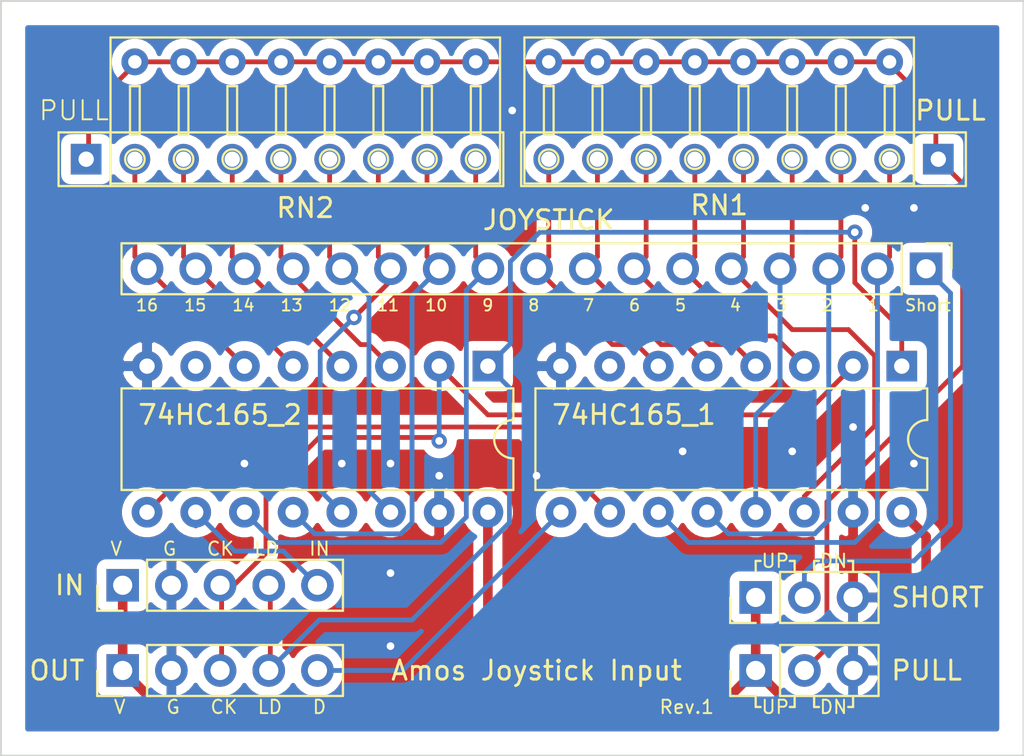
<source format=kicad_pcb>
(kicad_pcb (version 20171130) (host pcbnew "(5.1.9)-1")

  (general
    (thickness 1.6)
    (drawings 29)
    (tracks 192)
    (zones 0)
    (modules 11)
    (nets 26)
  )

  (page A4)
  (layers
    (0 F.Cu signal)
    (31 B.Cu signal)
    (32 B.Adhes user)
    (33 F.Adhes user)
    (34 B.Paste user hide)
    (35 F.Paste user hide)
    (36 B.SilkS user)
    (37 F.SilkS user)
    (38 B.Mask user hide)
    (39 F.Mask user hide)
    (40 Dwgs.User user)
    (41 Cmts.User user)
    (42 Eco1.User user)
    (43 Eco2.User user)
    (44 Edge.Cuts user)
    (45 Margin user)
    (46 B.CrtYd user)
    (47 F.CrtYd user)
    (48 B.Fab user hide)
    (49 F.Fab user hide)
  )

  (setup
    (last_trace_width 0.25)
    (trace_clearance 0.2)
    (zone_clearance 0.508)
    (zone_45_only no)
    (trace_min 0.2)
    (via_size 0.8)
    (via_drill 0.4)
    (via_min_size 0.4)
    (via_min_drill 0.3)
    (uvia_size 0.3)
    (uvia_drill 0.1)
    (uvias_allowed no)
    (uvia_min_size 0.2)
    (uvia_min_drill 0.1)
    (edge_width 0.05)
    (segment_width 0.2)
    (pcb_text_width 0.3)
    (pcb_text_size 1.5 1.5)
    (mod_edge_width 0.12)
    (mod_text_size 1 1)
    (mod_text_width 0.15)
    (pad_size 1.524 1.524)
    (pad_drill 0.762)
    (pad_to_mask_clearance 0)
    (aux_axis_origin 0 0)
    (visible_elements 7FFFFFFF)
    (pcbplotparams
      (layerselection 0x010f0_ffffffff)
      (usegerberextensions false)
      (usegerberattributes true)
      (usegerberadvancedattributes true)
      (creategerberjobfile true)
      (excludeedgelayer true)
      (linewidth 0.100000)
      (plotframeref false)
      (viasonmask false)
      (mode 1)
      (useauxorigin false)
      (hpglpennumber 1)
      (hpglpenspeed 20)
      (hpglpendiameter 15.000000)
      (psnegative false)
      (psa4output false)
      (plotreference true)
      (plotvalue true)
      (plotinvisibletext false)
      (padsonsilk false)
      (subtractmaskfromsilk false)
      (outputformat 1)
      (mirror false)
      (drillshape 0)
      (scaleselection 1)
      (outputdirectory "gerber/"))
  )

  (net 0 "")
  (net 1 /PULL)
  (net 2 /C_SHORT)
  (net 3 /C_UP)
  (net 4 /C_DOWN)
  (net 5 /C_LEFT)
  (net 6 /C_RIGHT)
  (net 7 /C_START)
  (net 8 /C_SELECT)
  (net 9 VCC)
  (net 10 GND)
  (net 11 /D_IN)
  (net 12 /D_OUT)
  (net 13 /LOAD)
  (net 14 /CLK)
  (net 15 /C_A)
  (net 16 /C_B)
  (net 17 /C_X)
  (net 18 /C_Y)
  (net 19 /C_EX4)
  (net 20 /C_EX3)
  (net 21 /C_EX2)
  (net 22 /C_EX1)
  (net 23 /Q7)
  (net 24 /C_R)
  (net 25 /C_L)

  (net_class Default "This is the default net class."
    (clearance 0.2)
    (trace_width 0.25)
    (via_dia 0.8)
    (via_drill 0.4)
    (uvia_dia 0.3)
    (uvia_drill 0.1)
    (add_net /CLK)
    (add_net /C_A)
    (add_net /C_B)
    (add_net /C_DOWN)
    (add_net /C_EX1)
    (add_net /C_EX2)
    (add_net /C_EX3)
    (add_net /C_EX4)
    (add_net /C_L)
    (add_net /C_LEFT)
    (add_net /C_R)
    (add_net /C_RIGHT)
    (add_net /C_SELECT)
    (add_net /C_SHORT)
    (add_net /C_START)
    (add_net /C_UP)
    (add_net /C_X)
    (add_net /C_Y)
    (add_net /D_IN)
    (add_net /D_OUT)
    (add_net /LOAD)
    (add_net /PULL)
    (add_net /Q7)
  )

  (net_class Power ""
    (clearance 0.2)
    (trace_width 0.5)
    (via_dia 0.8)
    (via_drill 0.4)
    (uvia_dia 0.3)
    (uvia_drill 0.1)
    (add_net GND)
    (add_net VCC)
  )

  (module joystick-input:TestPoint_Bridge_Pitch5.08mm_Drill0.7mm_array_08_half (layer F.Cu) (tedit 6134A924) (tstamp 6133E99F)
    (at 140.335 38.735 90)
    (descr "wire loop as test point, pitch 5.08mm, hole diameter 0.7mm, wire diameter 1.0mm")
    (tags "test point wire loop")
    (path /6133EEFC)
    (attr virtual)
    (fp_text reference H2 (at 2.8 20.32 90) (layer F.SilkS) hide
      (effects (font (size 1 1) (thickness 0.15)))
    )
    (fp_text value MountingHole_Array_01x08_Pad (at 2.54 -1.7 90) (layer F.Fab)
      (effects (font (size 1 1) (thickness 0.15)))
    )
    (fp_line (start 3.81 18.034) (end 1.27 18.034) (layer F.SilkS) (width 0.12))
    (fp_line (start 1.27 17.526) (end 3.81 17.526) (layer F.SilkS) (width 0.12))
    (fp_line (start 3.81 17.526) (end 3.81 18.034) (layer F.SilkS) (width 0.12))
    (fp_line (start 1.27 18.034) (end 1.27 17.526) (layer F.SilkS) (width 0.12))
    (fp_line (start 3.81 15.494) (end 1.27 15.494) (layer F.SilkS) (width 0.12))
    (fp_line (start 1.27 14.986) (end 3.81 14.986) (layer F.SilkS) (width 0.12))
    (fp_line (start 3.81 14.986) (end 3.81 15.494) (layer F.SilkS) (width 0.12))
    (fp_line (start 1.27 15.494) (end 1.27 14.986) (layer F.SilkS) (width 0.12))
    (fp_line (start 3.81 12.954) (end 1.27 12.954) (layer F.SilkS) (width 0.12))
    (fp_line (start 1.27 12.446) (end 3.81 12.446) (layer F.SilkS) (width 0.12))
    (fp_line (start 3.81 12.446) (end 3.81 12.954) (layer F.SilkS) (width 0.12))
    (fp_line (start 1.27 12.954) (end 1.27 12.446) (layer F.SilkS) (width 0.12))
    (fp_line (start 3.81 10.414) (end 1.27 10.414) (layer F.SilkS) (width 0.12))
    (fp_line (start 1.27 9.906) (end 3.81 9.906) (layer F.SilkS) (width 0.12))
    (fp_line (start 3.81 9.906) (end 3.81 10.414) (layer F.SilkS) (width 0.12))
    (fp_line (start 1.27 10.414) (end 1.27 9.906) (layer F.SilkS) (width 0.12))
    (fp_line (start 3.81 7.874) (end 1.27 7.874) (layer F.SilkS) (width 0.12))
    (fp_line (start 1.27 7.366) (end 3.81 7.366) (layer F.SilkS) (width 0.12))
    (fp_line (start 3.81 7.366) (end 3.81 7.874) (layer F.SilkS) (width 0.12))
    (fp_line (start 1.27 7.874) (end 1.27 7.366) (layer F.SilkS) (width 0.12))
    (fp_line (start 3.81 5.334) (end 1.27 5.334) (layer F.SilkS) (width 0.12))
    (fp_line (start 1.27 4.826) (end 3.81 4.826) (layer F.SilkS) (width 0.12))
    (fp_line (start 3.81 4.826) (end 3.81 5.334) (layer F.SilkS) (width 0.12))
    (fp_line (start 1.27 5.334) (end 1.27 4.826) (layer F.SilkS) (width 0.12))
    (fp_line (start 3.81 2.794) (end 1.27 2.794) (layer F.SilkS) (width 0.12))
    (fp_line (start 1.27 2.286) (end 3.81 2.286) (layer F.SilkS) (width 0.12))
    (fp_line (start 3.81 2.286) (end 3.81 2.794) (layer F.SilkS) (width 0.12))
    (fp_line (start 1.27 2.794) (end 1.27 2.286) (layer F.SilkS) (width 0.12))
    (fp_circle (center 0 17.78) (end 0.508 17.78) (layer F.SilkS) (width 0.12))
    (fp_circle (center 0 15.24) (end 0.508 15.24) (layer F.SilkS) (width 0.12))
    (fp_circle (center 0 12.7) (end 0.508 12.7) (layer F.SilkS) (width 0.12))
    (fp_circle (center 0 10.16) (end 0.508 10.16) (layer F.SilkS) (width 0.12))
    (fp_circle (center 0 7.62) (end 0.508 7.62) (layer F.SilkS) (width 0.12))
    (fp_circle (center 0 5.08) (end 0.508 5.08) (layer F.SilkS) (width 0.12))
    (fp_circle (center 0 2.54) (end 0.508 2.54) (layer F.SilkS) (width 0.12))
    (fp_circle (center 0 0) (end 0.508 0) (layer F.SilkS) (width 0.12))
    (fp_line (start 5.08 17.78) (end 0 17.78) (layer F.Fab) (width 0.12))
    (fp_line (start 5.08 15.24) (end 0 15.24) (layer F.Fab) (width 0.12))
    (fp_line (start 5.08 12.7) (end 0 12.7) (layer F.Fab) (width 0.12))
    (fp_line (start 5.08 10.16) (end 0 10.16) (layer F.Fab) (width 0.12))
    (fp_line (start 5.08 7.62) (end 0 7.62) (layer F.Fab) (width 0.12))
    (fp_line (start 5.08 5.08) (end 0 5.08) (layer F.Fab) (width 0.12))
    (fp_line (start 5.08 2.54) (end 0 2.54) (layer F.Fab) (width 0.12))
    (fp_line (start 5.08 0) (end 0 0) (layer F.Fab) (width 0.12))
    (fp_line (start -1.27 19.05) (end -1.27 -1.27) (layer F.SilkS) (width 0.12))
    (fp_line (start 6.35 19.05) (end -1.27 19.05) (layer F.SilkS) (width 0.12))
    (fp_line (start 6.35 -1.27) (end 6.35 19.05) (layer F.SilkS) (width 0.12))
    (fp_line (start -1.27 -1.27) (end 6.35 -1.27) (layer F.SilkS) (width 0.12))
    (fp_line (start 3.81 -0.254) (end 3.81 0.254) (layer F.SilkS) (width 0.12))
    (fp_line (start 3.81 0.254) (end 1.27 0.254) (layer F.SilkS) (width 0.12))
    (fp_line (start 1.27 0.254) (end 1.27 -0.254) (layer F.SilkS) (width 0.12))
    (fp_line (start 1.27 -0.254) (end 3.81 -0.254) (layer F.SilkS) (width 0.12))
    (fp_text user %R (at 2.8 20.32 90) (layer F.Fab)
      (effects (font (size 1 1) (thickness 0.15)))
    )
    (pad 1 thru_hole circle (at 5.08 0 90) (size 1.4 1.4) (drill 0.7) (layers *.Cu *.Mask)
      (net 1 /PULL))
    (pad 2 thru_hole circle (at 5.08 2.54 90) (size 1.4 1.4) (drill 0.7) (layers *.Cu *.Mask)
      (net 1 /PULL))
    (pad 3 thru_hole circle (at 5.08 5.08 90) (size 1.4 1.4) (drill 0.7) (layers *.Cu *.Mask)
      (net 1 /PULL))
    (pad 4 thru_hole circle (at 5.08 7.62 90) (size 1.4 1.4) (drill 0.7) (layers *.Cu *.Mask)
      (net 1 /PULL))
    (pad 5 thru_hole circle (at 5.08 10.16 90) (size 1.4 1.4) (drill 0.7) (layers *.Cu *.Mask)
      (net 1 /PULL))
    (pad 6 thru_hole circle (at 5.08 12.7 90) (size 1.4 1.4) (drill 0.7) (layers *.Cu *.Mask)
      (net 1 /PULL))
    (pad 7 thru_hole circle (at 5.08 15.24 90) (size 1.4 1.4) (drill 0.7) (layers *.Cu *.Mask)
      (net 1 /PULL))
    (pad 8 thru_hole circle (at 5.08 17.78 90) (size 1.4 1.4) (drill 0.7) (layers *.Cu *.Mask)
      (net 1 /PULL))
    (model ${KISYS3DMOD}/TestPoint.3dshapes/TestPoint_Bridge_Pitch5.08mm_Drill0.7mm.wrl
      (at (xyz 0 0 0))
      (scale (xyz 1 1 1))
      (rotate (xyz 0 0 0))
    )
  )

  (module joystick-input:TestPoint_Bridge_Pitch5.08mm_Drill0.7mm_array_08_half (layer F.Cu) (tedit 6134A924) (tstamp 6133E0D5)
    (at 118.745 38.735 90)
    (descr "wire loop as test point, pitch 5.08mm, hole diameter 0.7mm, wire diameter 1.0mm")
    (tags "test point wire loop")
    (path /6133D9BA)
    (attr virtual)
    (fp_text reference H1 (at 2.8 20.32 90) (layer F.SilkS) hide
      (effects (font (size 1 1) (thickness 0.15)))
    )
    (fp_text value MountingHole_Array_01x08_Pad (at 2.54 -1.7 90) (layer F.Fab)
      (effects (font (size 1 1) (thickness 0.15)))
    )
    (fp_line (start 3.81 18.034) (end 1.27 18.034) (layer F.SilkS) (width 0.12))
    (fp_line (start 1.27 17.526) (end 3.81 17.526) (layer F.SilkS) (width 0.12))
    (fp_line (start 3.81 17.526) (end 3.81 18.034) (layer F.SilkS) (width 0.12))
    (fp_line (start 1.27 18.034) (end 1.27 17.526) (layer F.SilkS) (width 0.12))
    (fp_line (start 3.81 15.494) (end 1.27 15.494) (layer F.SilkS) (width 0.12))
    (fp_line (start 1.27 14.986) (end 3.81 14.986) (layer F.SilkS) (width 0.12))
    (fp_line (start 3.81 14.986) (end 3.81 15.494) (layer F.SilkS) (width 0.12))
    (fp_line (start 1.27 15.494) (end 1.27 14.986) (layer F.SilkS) (width 0.12))
    (fp_line (start 3.81 12.954) (end 1.27 12.954) (layer F.SilkS) (width 0.12))
    (fp_line (start 1.27 12.446) (end 3.81 12.446) (layer F.SilkS) (width 0.12))
    (fp_line (start 3.81 12.446) (end 3.81 12.954) (layer F.SilkS) (width 0.12))
    (fp_line (start 1.27 12.954) (end 1.27 12.446) (layer F.SilkS) (width 0.12))
    (fp_line (start 3.81 10.414) (end 1.27 10.414) (layer F.SilkS) (width 0.12))
    (fp_line (start 1.27 9.906) (end 3.81 9.906) (layer F.SilkS) (width 0.12))
    (fp_line (start 3.81 9.906) (end 3.81 10.414) (layer F.SilkS) (width 0.12))
    (fp_line (start 1.27 10.414) (end 1.27 9.906) (layer F.SilkS) (width 0.12))
    (fp_line (start 3.81 7.874) (end 1.27 7.874) (layer F.SilkS) (width 0.12))
    (fp_line (start 1.27 7.366) (end 3.81 7.366) (layer F.SilkS) (width 0.12))
    (fp_line (start 3.81 7.366) (end 3.81 7.874) (layer F.SilkS) (width 0.12))
    (fp_line (start 1.27 7.874) (end 1.27 7.366) (layer F.SilkS) (width 0.12))
    (fp_line (start 3.81 5.334) (end 1.27 5.334) (layer F.SilkS) (width 0.12))
    (fp_line (start 1.27 4.826) (end 3.81 4.826) (layer F.SilkS) (width 0.12))
    (fp_line (start 3.81 4.826) (end 3.81 5.334) (layer F.SilkS) (width 0.12))
    (fp_line (start 1.27 5.334) (end 1.27 4.826) (layer F.SilkS) (width 0.12))
    (fp_line (start 3.81 2.794) (end 1.27 2.794) (layer F.SilkS) (width 0.12))
    (fp_line (start 1.27 2.286) (end 3.81 2.286) (layer F.SilkS) (width 0.12))
    (fp_line (start 3.81 2.286) (end 3.81 2.794) (layer F.SilkS) (width 0.12))
    (fp_line (start 1.27 2.794) (end 1.27 2.286) (layer F.SilkS) (width 0.12))
    (fp_circle (center 0 17.78) (end 0.508 17.78) (layer F.SilkS) (width 0.12))
    (fp_circle (center 0 15.24) (end 0.508 15.24) (layer F.SilkS) (width 0.12))
    (fp_circle (center 0 12.7) (end 0.508 12.7) (layer F.SilkS) (width 0.12))
    (fp_circle (center 0 10.16) (end 0.508 10.16) (layer F.SilkS) (width 0.12))
    (fp_circle (center 0 7.62) (end 0.508 7.62) (layer F.SilkS) (width 0.12))
    (fp_circle (center 0 5.08) (end 0.508 5.08) (layer F.SilkS) (width 0.12))
    (fp_circle (center 0 2.54) (end 0.508 2.54) (layer F.SilkS) (width 0.12))
    (fp_circle (center 0 0) (end 0.508 0) (layer F.SilkS) (width 0.12))
    (fp_line (start 5.08 17.78) (end 0 17.78) (layer F.Fab) (width 0.12))
    (fp_line (start 5.08 15.24) (end 0 15.24) (layer F.Fab) (width 0.12))
    (fp_line (start 5.08 12.7) (end 0 12.7) (layer F.Fab) (width 0.12))
    (fp_line (start 5.08 10.16) (end 0 10.16) (layer F.Fab) (width 0.12))
    (fp_line (start 5.08 7.62) (end 0 7.62) (layer F.Fab) (width 0.12))
    (fp_line (start 5.08 5.08) (end 0 5.08) (layer F.Fab) (width 0.12))
    (fp_line (start 5.08 2.54) (end 0 2.54) (layer F.Fab) (width 0.12))
    (fp_line (start 5.08 0) (end 0 0) (layer F.Fab) (width 0.12))
    (fp_line (start -1.27 19.05) (end -1.27 -1.27) (layer F.SilkS) (width 0.12))
    (fp_line (start 6.35 19.05) (end -1.27 19.05) (layer F.SilkS) (width 0.12))
    (fp_line (start 6.35 -1.27) (end 6.35 19.05) (layer F.SilkS) (width 0.12))
    (fp_line (start -1.27 -1.27) (end 6.35 -1.27) (layer F.SilkS) (width 0.12))
    (fp_line (start 3.81 -0.254) (end 3.81 0.254) (layer F.SilkS) (width 0.12))
    (fp_line (start 3.81 0.254) (end 1.27 0.254) (layer F.SilkS) (width 0.12))
    (fp_line (start 1.27 0.254) (end 1.27 -0.254) (layer F.SilkS) (width 0.12))
    (fp_line (start 1.27 -0.254) (end 3.81 -0.254) (layer F.SilkS) (width 0.12))
    (fp_text user %R (at 2.8 20.32 90) (layer F.Fab)
      (effects (font (size 1 1) (thickness 0.15)))
    )
    (pad 1 thru_hole circle (at 5.08 0 90) (size 1.4 1.4) (drill 0.7) (layers *.Cu *.Mask)
      (net 1 /PULL))
    (pad 2 thru_hole circle (at 5.08 2.54 90) (size 1.4 1.4) (drill 0.7) (layers *.Cu *.Mask)
      (net 1 /PULL))
    (pad 3 thru_hole circle (at 5.08 5.08 90) (size 1.4 1.4) (drill 0.7) (layers *.Cu *.Mask)
      (net 1 /PULL))
    (pad 4 thru_hole circle (at 5.08 7.62 90) (size 1.4 1.4) (drill 0.7) (layers *.Cu *.Mask)
      (net 1 /PULL))
    (pad 5 thru_hole circle (at 5.08 10.16 90) (size 1.4 1.4) (drill 0.7) (layers *.Cu *.Mask)
      (net 1 /PULL))
    (pad 6 thru_hole circle (at 5.08 12.7 90) (size 1.4 1.4) (drill 0.7) (layers *.Cu *.Mask)
      (net 1 /PULL))
    (pad 7 thru_hole circle (at 5.08 15.24 90) (size 1.4 1.4) (drill 0.7) (layers *.Cu *.Mask)
      (net 1 /PULL))
    (pad 8 thru_hole circle (at 5.08 17.78 90) (size 1.4 1.4) (drill 0.7) (layers *.Cu *.Mask)
      (net 1 /PULL))
    (model ${KISYS3DMOD}/TestPoint.3dshapes/TestPoint_Bridge_Pitch5.08mm_Drill0.7mm.wrl
      (at (xyz 0 0 0))
      (scale (xyz 1 1 1))
      (rotate (xyz 0 0 0))
    )
  )

  (module Package_DIP:DIP-16_W7.62mm (layer F.Cu) (tedit 5A02E8C5) (tstamp 613438F4)
    (at 158.75 49.53 270)
    (descr "16-lead though-hole mounted DIP package, row spacing 7.62 mm (300 mils)")
    (tags "THT DIP DIL PDIP 2.54mm 7.62mm 300mil")
    (path /61324A38)
    (fp_text reference 74HC165_1 (at 2.54 13.97 180) (layer F.SilkS)
      (effects (font (size 1 1) (thickness 0.15)))
    )
    (fp_text value 74HC165 (at 3.81 20.11 90) (layer F.Fab)
      (effects (font (size 1 1) (thickness 0.15)))
    )
    (fp_line (start 1.635 -1.27) (end 6.985 -1.27) (layer F.Fab) (width 0.1))
    (fp_line (start 6.985 -1.27) (end 6.985 19.05) (layer F.Fab) (width 0.1))
    (fp_line (start 6.985 19.05) (end 0.635 19.05) (layer F.Fab) (width 0.1))
    (fp_line (start 0.635 19.05) (end 0.635 -0.27) (layer F.Fab) (width 0.1))
    (fp_line (start 0.635 -0.27) (end 1.635 -1.27) (layer F.Fab) (width 0.1))
    (fp_line (start 2.81 -1.33) (end 1.16 -1.33) (layer F.SilkS) (width 0.12))
    (fp_line (start 1.16 -1.33) (end 1.16 19.11) (layer F.SilkS) (width 0.12))
    (fp_line (start 1.16 19.11) (end 6.46 19.11) (layer F.SilkS) (width 0.12))
    (fp_line (start 6.46 19.11) (end 6.46 -1.33) (layer F.SilkS) (width 0.12))
    (fp_line (start 6.46 -1.33) (end 4.81 -1.33) (layer F.SilkS) (width 0.12))
    (fp_line (start -1.1 -1.55) (end -1.1 19.3) (layer F.CrtYd) (width 0.05))
    (fp_line (start -1.1 19.3) (end 8.7 19.3) (layer F.CrtYd) (width 0.05))
    (fp_line (start 8.7 19.3) (end 8.7 -1.55) (layer F.CrtYd) (width 0.05))
    (fp_line (start 8.7 -1.55) (end -1.1 -1.55) (layer F.CrtYd) (width 0.05))
    (fp_text user %R (at 3.81 8.89 90) (layer F.Fab)
      (effects (font (size 1 1) (thickness 0.15)))
    )
    (fp_arc (start 3.81 -1.33) (end 2.81 -1.33) (angle -180) (layer F.SilkS) (width 0.12))
    (pad 16 thru_hole oval (at 7.62 0 270) (size 1.6 1.6) (drill 0.8) (layers *.Cu *.Mask)
      (net 9 VCC))
    (pad 8 thru_hole oval (at 0 17.78 270) (size 1.6 1.6) (drill 0.8) (layers *.Cu *.Mask)
      (net 10 GND))
    (pad 15 thru_hole oval (at 7.62 2.54 270) (size 1.6 1.6) (drill 0.8) (layers *.Cu *.Mask)
      (net 10 GND))
    (pad 7 thru_hole oval (at 0 15.24 270) (size 1.6 1.6) (drill 0.8) (layers *.Cu *.Mask))
    (pad 14 thru_hole oval (at 7.62 5.08 270) (size 1.6 1.6) (drill 0.8) (layers *.Cu *.Mask)
      (net 6 /C_RIGHT))
    (pad 6 thru_hole oval (at 0 12.7 270) (size 1.6 1.6) (drill 0.8) (layers *.Cu *.Mask)
      (net 16 /C_B))
    (pad 13 thru_hole oval (at 7.62 7.62 270) (size 1.6 1.6) (drill 0.8) (layers *.Cu *.Mask)
      (net 5 /C_LEFT))
    (pad 5 thru_hole oval (at 0 10.16 270) (size 1.6 1.6) (drill 0.8) (layers *.Cu *.Mask)
      (net 15 /C_A))
    (pad 12 thru_hole oval (at 7.62 10.16 270) (size 1.6 1.6) (drill 0.8) (layers *.Cu *.Mask)
      (net 4 /C_DOWN))
    (pad 4 thru_hole oval (at 0 7.62 270) (size 1.6 1.6) (drill 0.8) (layers *.Cu *.Mask)
      (net 8 /C_SELECT))
    (pad 11 thru_hole oval (at 7.62 12.7 270) (size 1.6 1.6) (drill 0.8) (layers *.Cu *.Mask)
      (net 3 /C_UP))
    (pad 3 thru_hole oval (at 0 5.08 270) (size 1.6 1.6) (drill 0.8) (layers *.Cu *.Mask)
      (net 7 /C_START))
    (pad 10 thru_hole oval (at 7.62 15.24 270) (size 1.6 1.6) (drill 0.8) (layers *.Cu *.Mask)
      (net 23 /Q7))
    (pad 2 thru_hole oval (at 0 2.54 270) (size 1.6 1.6) (drill 0.8) (layers *.Cu *.Mask)
      (net 14 /CLK))
    (pad 9 thru_hole oval (at 7.62 17.78 270) (size 1.6 1.6) (drill 0.8) (layers *.Cu *.Mask)
      (net 12 /D_OUT))
    (pad 1 thru_hole rect (at 0 0 270) (size 1.6 1.6) (drill 0.8) (layers *.Cu *.Mask)
      (net 13 /LOAD))
    (model ${KISYS3DMOD}/Package_DIP.3dshapes/DIP-16_W7.62mm.wrl
      (at (xyz 0 0 0))
      (scale (xyz 1 1 1))
      (rotate (xyz 0 0 0))
    )
  )

  (module Connector_PinHeader_2.54mm:PinHeader_1x17_P2.54mm_Vertical (layer F.Cu) (tedit 59FED5CC) (tstamp 6134B688)
    (at 160.02 44.45 270)
    (descr "Through hole straight pin header, 1x17, 2.54mm pitch, single row")
    (tags "Through hole pin header THT 1x17 2.54mm single row")
    (path /61507D81)
    (fp_text reference JOYSTICK (at -2.54 19.685 180) (layer F.SilkS)
      (effects (font (size 1 1) (thickness 0.15)))
    )
    (fp_text value Conn_01x17_Male (at 0 42.97 90) (layer F.Fab)
      (effects (font (size 1 1) (thickness 0.15)))
    )
    (fp_line (start 1.8 -1.8) (end -1.8 -1.8) (layer F.CrtYd) (width 0.05))
    (fp_line (start 1.8 42.45) (end 1.8 -1.8) (layer F.CrtYd) (width 0.05))
    (fp_line (start -1.8 42.45) (end 1.8 42.45) (layer F.CrtYd) (width 0.05))
    (fp_line (start -1.8 -1.8) (end -1.8 42.45) (layer F.CrtYd) (width 0.05))
    (fp_line (start -1.33 -1.33) (end 0 -1.33) (layer F.SilkS) (width 0.12))
    (fp_line (start -1.33 0) (end -1.33 -1.33) (layer F.SilkS) (width 0.12))
    (fp_line (start -1.33 1.27) (end 1.33 1.27) (layer F.SilkS) (width 0.12))
    (fp_line (start 1.33 1.27) (end 1.33 41.97) (layer F.SilkS) (width 0.12))
    (fp_line (start -1.33 1.27) (end -1.33 41.97) (layer F.SilkS) (width 0.12))
    (fp_line (start -1.33 41.97) (end 1.33 41.97) (layer F.SilkS) (width 0.12))
    (fp_line (start -1.27 -0.635) (end -0.635 -1.27) (layer F.Fab) (width 0.1))
    (fp_line (start -1.27 41.91) (end -1.27 -0.635) (layer F.Fab) (width 0.1))
    (fp_line (start 1.27 41.91) (end -1.27 41.91) (layer F.Fab) (width 0.1))
    (fp_line (start 1.27 -1.27) (end 1.27 41.91) (layer F.Fab) (width 0.1))
    (fp_line (start -0.635 -1.27) (end 1.27 -1.27) (layer F.Fab) (width 0.1))
    (fp_text user %R (at 0 20.32) (layer F.Fab)
      (effects (font (size 1 1) (thickness 0.15)))
    )
    (pad 17 thru_hole oval (at 0 40.64 270) (size 1.7 1.7) (drill 1) (layers *.Cu *.Mask)
      (net 19 /C_EX4))
    (pad 16 thru_hole oval (at 0 38.1 270) (size 1.7 1.7) (drill 1) (layers *.Cu *.Mask)
      (net 20 /C_EX3))
    (pad 15 thru_hole oval (at 0 35.56 270) (size 1.7 1.7) (drill 1) (layers *.Cu *.Mask)
      (net 21 /C_EX2))
    (pad 14 thru_hole oval (at 0 33.02 270) (size 1.7 1.7) (drill 1) (layers *.Cu *.Mask)
      (net 22 /C_EX1))
    (pad 13 thru_hole oval (at 0 30.48 270) (size 1.7 1.7) (drill 1) (layers *.Cu *.Mask)
      (net 24 /C_R))
    (pad 12 thru_hole oval (at 0 27.94 270) (size 1.7 1.7) (drill 1) (layers *.Cu *.Mask)
      (net 25 /C_L))
    (pad 11 thru_hole oval (at 0 25.4 270) (size 1.7 1.7) (drill 1) (layers *.Cu *.Mask)
      (net 18 /C_Y))
    (pad 10 thru_hole oval (at 0 22.86 270) (size 1.7 1.7) (drill 1) (layers *.Cu *.Mask)
      (net 17 /C_X))
    (pad 9 thru_hole oval (at 0 20.32 270) (size 1.7 1.7) (drill 1) (layers *.Cu *.Mask)
      (net 16 /C_B))
    (pad 8 thru_hole oval (at 0 17.78 270) (size 1.7 1.7) (drill 1) (layers *.Cu *.Mask)
      (net 15 /C_A))
    (pad 7 thru_hole oval (at 0 15.24 270) (size 1.7 1.7) (drill 1) (layers *.Cu *.Mask)
      (net 8 /C_SELECT))
    (pad 6 thru_hole oval (at 0 12.7 270) (size 1.7 1.7) (drill 1) (layers *.Cu *.Mask)
      (net 7 /C_START))
    (pad 5 thru_hole oval (at 0 10.16 270) (size 1.7 1.7) (drill 1) (layers *.Cu *.Mask)
      (net 6 /C_RIGHT))
    (pad 4 thru_hole oval (at 0 7.62 270) (size 1.7 1.7) (drill 1) (layers *.Cu *.Mask)
      (net 5 /C_LEFT))
    (pad 3 thru_hole oval (at 0 5.08 270) (size 1.7 1.7) (drill 1) (layers *.Cu *.Mask)
      (net 4 /C_DOWN))
    (pad 2 thru_hole oval (at 0 2.54 270) (size 1.7 1.7) (drill 1) (layers *.Cu *.Mask)
      (net 3 /C_UP))
    (pad 1 thru_hole rect (at 0 0 270) (size 1.7 1.7) (drill 1) (layers *.Cu *.Mask)
      (net 2 /C_SHORT))
    (model ${KISYS3DMOD}/Connector_PinHeader_2.54mm.3dshapes/PinHeader_1x17_P2.54mm_Vertical.wrl
      (at (xyz 0 0 0))
      (scale (xyz 1 1 1))
      (rotate (xyz 0 0 0))
    )
  )

  (module Resistor_THT:R_Array_SIP9 (layer F.Cu) (tedit 5A14249F) (tstamp 61342240)
    (at 116.205 38.735)
    (descr "9-pin Resistor SIP pack")
    (tags R)
    (path /614B9F97)
    (fp_text reference RN2 (at 11.43 2.54) (layer F.SilkS)
      (effects (font (size 1 1) (thickness 0.15)))
    )
    (fp_text value R_Network08 (at 11.43 2.4) (layer F.Fab)
      (effects (font (size 1 1) (thickness 0.15)))
    )
    (fp_line (start -1.29 -1.25) (end -1.29 1.25) (layer F.Fab) (width 0.1))
    (fp_line (start -1.29 1.25) (end 21.61 1.25) (layer F.Fab) (width 0.1))
    (fp_line (start 21.61 1.25) (end 21.61 -1.25) (layer F.Fab) (width 0.1))
    (fp_line (start 21.61 -1.25) (end -1.29 -1.25) (layer F.Fab) (width 0.1))
    (fp_line (start 1.27 -1.25) (end 1.27 1.25) (layer F.Fab) (width 0.1))
    (fp_line (start -1.44 -1.4) (end -1.44 1.4) (layer F.SilkS) (width 0.12))
    (fp_line (start -1.44 1.4) (end 21.76 1.4) (layer F.SilkS) (width 0.12))
    (fp_line (start 21.76 1.4) (end 21.76 -1.4) (layer F.SilkS) (width 0.12))
    (fp_line (start 21.76 -1.4) (end -1.44 -1.4) (layer F.SilkS) (width 0.12))
    (fp_line (start 1.27 -1.4) (end 1.27 1.4) (layer F.SilkS) (width 0.12))
    (fp_line (start -1.7 -1.65) (end -1.7 1.65) (layer F.CrtYd) (width 0.05))
    (fp_line (start -1.7 1.65) (end 22.05 1.65) (layer F.CrtYd) (width 0.05))
    (fp_line (start 22.05 1.65) (end 22.05 -1.65) (layer F.CrtYd) (width 0.05))
    (fp_line (start 22.05 -1.65) (end -1.7 -1.65) (layer F.CrtYd) (width 0.05))
    (fp_text user %R (at 10.16 0) (layer F.Fab)
      (effects (font (size 1 1) (thickness 0.15)))
    )
    (pad 9 thru_hole oval (at 20.32 0) (size 1.6 1.6) (drill 0.8) (layers *.Cu *.Mask)
      (net 17 /C_X))
    (pad 8 thru_hole oval (at 17.78 0) (size 1.6 1.6) (drill 0.8) (layers *.Cu *.Mask)
      (net 18 /C_Y))
    (pad 7 thru_hole oval (at 15.24 0) (size 1.6 1.6) (drill 0.8) (layers *.Cu *.Mask)
      (net 25 /C_L))
    (pad 6 thru_hole oval (at 12.7 0) (size 1.6 1.6) (drill 0.8) (layers *.Cu *.Mask)
      (net 24 /C_R))
    (pad 5 thru_hole oval (at 10.16 0) (size 1.6 1.6) (drill 0.8) (layers *.Cu *.Mask)
      (net 22 /C_EX1))
    (pad 4 thru_hole oval (at 7.62 0) (size 1.6 1.6) (drill 0.8) (layers *.Cu *.Mask)
      (net 21 /C_EX2))
    (pad 3 thru_hole oval (at 5.08 0) (size 1.6 1.6) (drill 0.8) (layers *.Cu *.Mask)
      (net 20 /C_EX3))
    (pad 2 thru_hole oval (at 2.54 0) (size 1.6 1.6) (drill 0.8) (layers *.Cu *.Mask)
      (net 19 /C_EX4))
    (pad 1 thru_hole rect (at 0 0) (size 1.6 1.6) (drill 0.8) (layers *.Cu *.Mask)
      (net 1 /PULL))
    (model ${KISYS3DMOD}/Resistor_THT.3dshapes/R_Array_SIP9.wrl
      (at (xyz 0 0 0))
      (scale (xyz 1 1 1))
      (rotate (xyz 0 0 0))
    )
  )

  (module Connector_PinHeader_2.54mm:PinHeader_1x03_P2.54mm_Vertical (layer F.Cu) (tedit 59FED5CC) (tstamp 61340572)
    (at 151.13 61.595 90)
    (descr "Through hole straight pin header, 1x03, 2.54mm pitch, single row")
    (tags "Through hole pin header THT 1x03 2.54mm single row")
    (path /613769C0)
    (fp_text reference SHORT (at 0 6.985 180) (layer F.SilkS)
      (effects (font (size 1 1) (thickness 0.15)) (justify left))
    )
    (fp_text value Conn_01x03_Male (at 0 7.41 90) (layer F.Fab)
      (effects (font (size 1 1) (thickness 0.15)))
    )
    (fp_line (start -0.635 -1.27) (end 1.27 -1.27) (layer F.Fab) (width 0.1))
    (fp_line (start 1.27 -1.27) (end 1.27 6.35) (layer F.Fab) (width 0.1))
    (fp_line (start 1.27 6.35) (end -1.27 6.35) (layer F.Fab) (width 0.1))
    (fp_line (start -1.27 6.35) (end -1.27 -0.635) (layer F.Fab) (width 0.1))
    (fp_line (start -1.27 -0.635) (end -0.635 -1.27) (layer F.Fab) (width 0.1))
    (fp_line (start -1.33 6.41) (end 1.33 6.41) (layer F.SilkS) (width 0.12))
    (fp_line (start -1.33 1.27) (end -1.33 6.41) (layer F.SilkS) (width 0.12))
    (fp_line (start 1.33 1.27) (end 1.33 6.41) (layer F.SilkS) (width 0.12))
    (fp_line (start -1.33 1.27) (end 1.33 1.27) (layer F.SilkS) (width 0.12))
    (fp_line (start -1.33 0) (end -1.33 -1.33) (layer F.SilkS) (width 0.12))
    (fp_line (start -1.33 -1.33) (end 0 -1.33) (layer F.SilkS) (width 0.12))
    (fp_line (start -1.8 -1.8) (end -1.8 6.85) (layer F.CrtYd) (width 0.05))
    (fp_line (start -1.8 6.85) (end 1.8 6.85) (layer F.CrtYd) (width 0.05))
    (fp_line (start 1.8 6.85) (end 1.8 -1.8) (layer F.CrtYd) (width 0.05))
    (fp_line (start 1.8 -1.8) (end -1.8 -1.8) (layer F.CrtYd) (width 0.05))
    (fp_text user %R (at 0 2.54) (layer F.Fab)
      (effects (font (size 1 1) (thickness 0.15)))
    )
    (pad 3 thru_hole oval (at 0 5.08 90) (size 1.7 1.7) (drill 1) (layers *.Cu *.Mask)
      (net 10 GND))
    (pad 2 thru_hole oval (at 0 2.54 90) (size 1.7 1.7) (drill 1) (layers *.Cu *.Mask)
      (net 2 /C_SHORT))
    (pad 1 thru_hole rect (at 0 0 90) (size 1.7 1.7) (drill 1) (layers *.Cu *.Mask)
      (net 9 VCC))
    (model ${KISYS3DMOD}/Connector_PinHeader_2.54mm.3dshapes/PinHeader_1x03_P2.54mm_Vertical.wrl
      (at (xyz 0 0 0))
      (scale (xyz 1 1 1))
      (rotate (xyz 0 0 0))
    )
  )

  (module Connector_PinHeader_2.54mm:PinHeader_1x03_P2.54mm_Vertical (layer F.Cu) (tedit 59FED5CC) (tstamp 61340680)
    (at 151.13 65.405 90)
    (descr "Through hole straight pin header, 1x03, 2.54mm pitch, single row")
    (tags "Through hole pin header THT 1x03 2.54mm single row")
    (path /6132E1E6)
    (fp_text reference PULL (at 0 6.985 180) (layer F.SilkS)
      (effects (font (size 1 1) (thickness 0.15)) (justify left))
    )
    (fp_text value Conn_01x03_Male (at 0 7.41 90) (layer F.Fab)
      (effects (font (size 1 1) (thickness 0.15)))
    )
    (fp_line (start -0.635 -1.27) (end 1.27 -1.27) (layer F.Fab) (width 0.1))
    (fp_line (start 1.27 -1.27) (end 1.27 6.35) (layer F.Fab) (width 0.1))
    (fp_line (start 1.27 6.35) (end -1.27 6.35) (layer F.Fab) (width 0.1))
    (fp_line (start -1.27 6.35) (end -1.27 -0.635) (layer F.Fab) (width 0.1))
    (fp_line (start -1.27 -0.635) (end -0.635 -1.27) (layer F.Fab) (width 0.1))
    (fp_line (start -1.33 6.41) (end 1.33 6.41) (layer F.SilkS) (width 0.12))
    (fp_line (start -1.33 1.27) (end -1.33 6.41) (layer F.SilkS) (width 0.12))
    (fp_line (start 1.33 1.27) (end 1.33 6.41) (layer F.SilkS) (width 0.12))
    (fp_line (start -1.33 1.27) (end 1.33 1.27) (layer F.SilkS) (width 0.12))
    (fp_line (start -1.33 0) (end -1.33 -1.33) (layer F.SilkS) (width 0.12))
    (fp_line (start -1.33 -1.33) (end 0 -1.33) (layer F.SilkS) (width 0.12))
    (fp_line (start -1.8 -1.8) (end -1.8 6.85) (layer F.CrtYd) (width 0.05))
    (fp_line (start -1.8 6.85) (end 1.8 6.85) (layer F.CrtYd) (width 0.05))
    (fp_line (start 1.8 6.85) (end 1.8 -1.8) (layer F.CrtYd) (width 0.05))
    (fp_line (start 1.8 -1.8) (end -1.8 -1.8) (layer F.CrtYd) (width 0.05))
    (fp_text user %R (at 0 2.54) (layer F.Fab)
      (effects (font (size 1 1) (thickness 0.15)))
    )
    (pad 3 thru_hole oval (at 0 5.08 90) (size 1.7 1.7) (drill 1) (layers *.Cu *.Mask)
      (net 10 GND))
    (pad 2 thru_hole oval (at 0 2.54 90) (size 1.7 1.7) (drill 1) (layers *.Cu *.Mask)
      (net 1 /PULL))
    (pad 1 thru_hole rect (at 0 0 90) (size 1.7 1.7) (drill 1) (layers *.Cu *.Mask)
      (net 9 VCC))
    (model ${KISYS3DMOD}/Connector_PinHeader_2.54mm.3dshapes/PinHeader_1x03_P2.54mm_Vertical.wrl
      (at (xyz 0 0 0))
      (scale (xyz 1 1 1))
      (rotate (xyz 0 0 0))
    )
  )

  (module Package_DIP:DIP-16_W7.62mm (layer F.Cu) (tedit 5A02E8C5) (tstamp 613406CF)
    (at 137.16 49.53 270)
    (descr "16-lead though-hole mounted DIP package, row spacing 7.62 mm (300 mils)")
    (tags "THT DIP DIL PDIP 2.54mm 7.62mm 300mil")
    (path /613277F7)
    (fp_text reference 74HC165_2 (at 2.54 13.97 180) (layer F.SilkS)
      (effects (font (size 1 1) (thickness 0.15)))
    )
    (fp_text value 74HC165 (at 3.81 20.11 90) (layer F.Fab)
      (effects (font (size 1 1) (thickness 0.15)))
    )
    (fp_line (start 8.7 -1.55) (end -1.1 -1.55) (layer F.CrtYd) (width 0.05))
    (fp_line (start 8.7 19.3) (end 8.7 -1.55) (layer F.CrtYd) (width 0.05))
    (fp_line (start -1.1 19.3) (end 8.7 19.3) (layer F.CrtYd) (width 0.05))
    (fp_line (start -1.1 -1.55) (end -1.1 19.3) (layer F.CrtYd) (width 0.05))
    (fp_line (start 6.46 -1.33) (end 4.81 -1.33) (layer F.SilkS) (width 0.12))
    (fp_line (start 6.46 19.11) (end 6.46 -1.33) (layer F.SilkS) (width 0.12))
    (fp_line (start 1.16 19.11) (end 6.46 19.11) (layer F.SilkS) (width 0.12))
    (fp_line (start 1.16 -1.33) (end 1.16 19.11) (layer F.SilkS) (width 0.12))
    (fp_line (start 2.81 -1.33) (end 1.16 -1.33) (layer F.SilkS) (width 0.12))
    (fp_line (start 0.635 -0.27) (end 1.635 -1.27) (layer F.Fab) (width 0.1))
    (fp_line (start 0.635 19.05) (end 0.635 -0.27) (layer F.Fab) (width 0.1))
    (fp_line (start 6.985 19.05) (end 0.635 19.05) (layer F.Fab) (width 0.1))
    (fp_line (start 6.985 -1.27) (end 6.985 19.05) (layer F.Fab) (width 0.1))
    (fp_line (start 1.635 -1.27) (end 6.985 -1.27) (layer F.Fab) (width 0.1))
    (fp_arc (start 3.81 -1.33) (end 2.81 -1.33) (angle -180) (layer F.SilkS) (width 0.12))
    (fp_text user %R (at 3.81 8.89 90) (layer F.Fab)
      (effects (font (size 1 1) (thickness 0.15)))
    )
    (pad 1 thru_hole rect (at 0 0 270) (size 1.6 1.6) (drill 0.8) (layers *.Cu *.Mask)
      (net 13 /LOAD))
    (pad 9 thru_hole oval (at 7.62 17.78 270) (size 1.6 1.6) (drill 0.8) (layers *.Cu *.Mask)
      (net 23 /Q7))
    (pad 2 thru_hole oval (at 0 2.54 270) (size 1.6 1.6) (drill 0.8) (layers *.Cu *.Mask)
      (net 14 /CLK))
    (pad 10 thru_hole oval (at 7.62 15.24 270) (size 1.6 1.6) (drill 0.8) (layers *.Cu *.Mask)
      (net 11 /D_IN))
    (pad 3 thru_hole oval (at 0 5.08 270) (size 1.6 1.6) (drill 0.8) (layers *.Cu *.Mask)
      (net 22 /C_EX1))
    (pad 11 thru_hole oval (at 7.62 12.7 270) (size 1.6 1.6) (drill 0.8) (layers *.Cu *.Mask)
      (net 17 /C_X))
    (pad 4 thru_hole oval (at 0 7.62 270) (size 1.6 1.6) (drill 0.8) (layers *.Cu *.Mask)
      (net 21 /C_EX2))
    (pad 12 thru_hole oval (at 7.62 10.16 270) (size 1.6 1.6) (drill 0.8) (layers *.Cu *.Mask)
      (net 18 /C_Y))
    (pad 5 thru_hole oval (at 0 10.16 270) (size 1.6 1.6) (drill 0.8) (layers *.Cu *.Mask)
      (net 20 /C_EX3))
    (pad 13 thru_hole oval (at 7.62 7.62 270) (size 1.6 1.6) (drill 0.8) (layers *.Cu *.Mask)
      (net 25 /C_L))
    (pad 6 thru_hole oval (at 0 12.7 270) (size 1.6 1.6) (drill 0.8) (layers *.Cu *.Mask)
      (net 19 /C_EX4))
    (pad 14 thru_hole oval (at 7.62 5.08 270) (size 1.6 1.6) (drill 0.8) (layers *.Cu *.Mask)
      (net 24 /C_R))
    (pad 7 thru_hole oval (at 0 15.24 270) (size 1.6 1.6) (drill 0.8) (layers *.Cu *.Mask))
    (pad 15 thru_hole oval (at 7.62 2.54 270) (size 1.6 1.6) (drill 0.8) (layers *.Cu *.Mask)
      (net 10 GND))
    (pad 8 thru_hole oval (at 0 17.78 270) (size 1.6 1.6) (drill 0.8) (layers *.Cu *.Mask)
      (net 10 GND))
    (pad 16 thru_hole oval (at 7.62 0 270) (size 1.6 1.6) (drill 0.8) (layers *.Cu *.Mask)
      (net 9 VCC))
    (model ${KISYS3DMOD}/Package_DIP.3dshapes/DIP-16_W7.62mm.wrl
      (at (xyz 0 0 0))
      (scale (xyz 1 1 1))
      (rotate (xyz 0 0 0))
    )
  )

  (module Resistor_THT:R_Array_SIP9 (layer F.Cu) (tedit 5A14249F) (tstamp 6134B2BE)
    (at 160.655 38.735 180)
    (descr "9-pin Resistor SIP pack")
    (tags R)
    (path /61516673)
    (fp_text reference RN1 (at 11.43 -2.4) (layer F.SilkS)
      (effects (font (size 1 1) (thickness 0.15)))
    )
    (fp_text value R_Network08 (at 11.43 2.4) (layer F.Fab)
      (effects (font (size 1 1) (thickness 0.15)))
    )
    (fp_line (start -1.29 -1.25) (end -1.29 1.25) (layer F.Fab) (width 0.1))
    (fp_line (start -1.29 1.25) (end 21.61 1.25) (layer F.Fab) (width 0.1))
    (fp_line (start 21.61 1.25) (end 21.61 -1.25) (layer F.Fab) (width 0.1))
    (fp_line (start 21.61 -1.25) (end -1.29 -1.25) (layer F.Fab) (width 0.1))
    (fp_line (start 1.27 -1.25) (end 1.27 1.25) (layer F.Fab) (width 0.1))
    (fp_line (start -1.44 -1.4) (end -1.44 1.4) (layer F.SilkS) (width 0.12))
    (fp_line (start -1.44 1.4) (end 21.76 1.4) (layer F.SilkS) (width 0.12))
    (fp_line (start 21.76 1.4) (end 21.76 -1.4) (layer F.SilkS) (width 0.12))
    (fp_line (start 21.76 -1.4) (end -1.44 -1.4) (layer F.SilkS) (width 0.12))
    (fp_line (start 1.27 -1.4) (end 1.27 1.4) (layer F.SilkS) (width 0.12))
    (fp_line (start -1.7 -1.65) (end -1.7 1.65) (layer F.CrtYd) (width 0.05))
    (fp_line (start -1.7 1.65) (end 22.05 1.65) (layer F.CrtYd) (width 0.05))
    (fp_line (start 22.05 1.65) (end 22.05 -1.65) (layer F.CrtYd) (width 0.05))
    (fp_line (start 22.05 -1.65) (end -1.7 -1.65) (layer F.CrtYd) (width 0.05))
    (fp_text user %R (at 10.16 0) (layer F.Fab)
      (effects (font (size 1 1) (thickness 0.15)))
    )
    (pad 1 thru_hole rect (at 0 0 180) (size 1.6 1.6) (drill 0.8) (layers *.Cu *.Mask)
      (net 1 /PULL))
    (pad 2 thru_hole oval (at 2.54 0 180) (size 1.6 1.6) (drill 0.8) (layers *.Cu *.Mask)
      (net 3 /C_UP))
    (pad 3 thru_hole oval (at 5.08 0 180) (size 1.6 1.6) (drill 0.8) (layers *.Cu *.Mask)
      (net 4 /C_DOWN))
    (pad 4 thru_hole oval (at 7.62 0 180) (size 1.6 1.6) (drill 0.8) (layers *.Cu *.Mask)
      (net 5 /C_LEFT))
    (pad 5 thru_hole oval (at 10.16 0 180) (size 1.6 1.6) (drill 0.8) (layers *.Cu *.Mask)
      (net 6 /C_RIGHT))
    (pad 6 thru_hole oval (at 12.7 0 180) (size 1.6 1.6) (drill 0.8) (layers *.Cu *.Mask)
      (net 7 /C_START))
    (pad 7 thru_hole oval (at 15.24 0 180) (size 1.6 1.6) (drill 0.8) (layers *.Cu *.Mask)
      (net 8 /C_SELECT))
    (pad 8 thru_hole oval (at 17.78 0 180) (size 1.6 1.6) (drill 0.8) (layers *.Cu *.Mask)
      (net 15 /C_A))
    (pad 9 thru_hole oval (at 20.32 0 180) (size 1.6 1.6) (drill 0.8) (layers *.Cu *.Mask)
      (net 16 /C_B))
    (model ${KISYS3DMOD}/Resistor_THT.3dshapes/R_Array_SIP9.wrl
      (at (xyz 0 0 0))
      (scale (xyz 1 1 1))
      (rotate (xyz 0 0 0))
    )
  )

  (module Connector_PinHeader_2.54mm:PinHeader_1x05_P2.54mm_Vertical (layer F.Cu) (tedit 59FED5CC) (tstamp 61349AB7)
    (at 118.11 65.405 90)
    (descr "Through hole straight pin header, 1x05, 2.54mm pitch, single row")
    (tags "Through hole pin header THT 1x05 2.54mm single row")
    (path /613498FD)
    (fp_text reference OUT (at 0 -1.905 180) (layer F.SilkS)
      (effects (font (size 1 1) (thickness 0.15)) (justify right))
    )
    (fp_text value Conn_01x05_Male (at 0 12.49 90) (layer F.Fab)
      (effects (font (size 1 1) (thickness 0.15)))
    )
    (fp_line (start -0.635 -1.27) (end 1.27 -1.27) (layer F.Fab) (width 0.1))
    (fp_line (start 1.27 -1.27) (end 1.27 11.43) (layer F.Fab) (width 0.1))
    (fp_line (start 1.27 11.43) (end -1.27 11.43) (layer F.Fab) (width 0.1))
    (fp_line (start -1.27 11.43) (end -1.27 -0.635) (layer F.Fab) (width 0.1))
    (fp_line (start -1.27 -0.635) (end -0.635 -1.27) (layer F.Fab) (width 0.1))
    (fp_line (start -1.33 11.49) (end 1.33 11.49) (layer F.SilkS) (width 0.12))
    (fp_line (start -1.33 1.27) (end -1.33 11.49) (layer F.SilkS) (width 0.12))
    (fp_line (start 1.33 1.27) (end 1.33 11.49) (layer F.SilkS) (width 0.12))
    (fp_line (start -1.33 1.27) (end 1.33 1.27) (layer F.SilkS) (width 0.12))
    (fp_line (start -1.33 0) (end -1.33 -1.33) (layer F.SilkS) (width 0.12))
    (fp_line (start -1.33 -1.33) (end 0 -1.33) (layer F.SilkS) (width 0.12))
    (fp_line (start -1.8 -1.8) (end -1.8 11.95) (layer F.CrtYd) (width 0.05))
    (fp_line (start -1.8 11.95) (end 1.8 11.95) (layer F.CrtYd) (width 0.05))
    (fp_line (start 1.8 11.95) (end 1.8 -1.8) (layer F.CrtYd) (width 0.05))
    (fp_line (start 1.8 -1.8) (end -1.8 -1.8) (layer F.CrtYd) (width 0.05))
    (fp_text user %R (at 0 5.08) (layer F.Fab)
      (effects (font (size 1 1) (thickness 0.15)))
    )
    (pad 1 thru_hole rect (at 0 0 90) (size 1.7 1.7) (drill 1) (layers *.Cu *.Mask)
      (net 9 VCC))
    (pad 2 thru_hole oval (at 0 2.54 90) (size 1.7 1.7) (drill 1) (layers *.Cu *.Mask)
      (net 10 GND))
    (pad 3 thru_hole oval (at 0 5.08 90) (size 1.7 1.7) (drill 1) (layers *.Cu *.Mask)
      (net 14 /CLK))
    (pad 4 thru_hole oval (at 0 7.62 90) (size 1.7 1.7) (drill 1) (layers *.Cu *.Mask)
      (net 13 /LOAD))
    (pad 5 thru_hole oval (at 0 10.16 90) (size 1.7 1.7) (drill 1) (layers *.Cu *.Mask)
      (net 12 /D_OUT))
    (model ${KISYS3DMOD}/Connector_PinHeader_2.54mm.3dshapes/PinHeader_1x05_P2.54mm_Vertical.wrl
      (at (xyz 0 0 0))
      (scale (xyz 1 1 1))
      (rotate (xyz 0 0 0))
    )
  )

  (module Connector_PinHeader_2.54mm:PinHeader_1x05_P2.54mm_Vertical (layer F.Cu) (tedit 59FED5CC) (tstamp 6133F2EF)
    (at 118.11 60.96 90)
    (descr "Through hole straight pin header, 1x05, 2.54mm pitch, single row")
    (tags "Through hole pin header THT 1x05 2.54mm single row")
    (path /6135617B)
    (fp_text reference IN (at 0 -1.905 180) (layer F.SilkS)
      (effects (font (size 1 1) (thickness 0.15)) (justify right))
    )
    (fp_text value Conn_01x05_Male (at 0 12.49 90) (layer F.Fab)
      (effects (font (size 1 1) (thickness 0.15)))
    )
    (fp_line (start 1.8 -1.8) (end -1.8 -1.8) (layer F.CrtYd) (width 0.05))
    (fp_line (start 1.8 11.95) (end 1.8 -1.8) (layer F.CrtYd) (width 0.05))
    (fp_line (start -1.8 11.95) (end 1.8 11.95) (layer F.CrtYd) (width 0.05))
    (fp_line (start -1.8 -1.8) (end -1.8 11.95) (layer F.CrtYd) (width 0.05))
    (fp_line (start -1.33 -1.33) (end 0 -1.33) (layer F.SilkS) (width 0.12))
    (fp_line (start -1.33 0) (end -1.33 -1.33) (layer F.SilkS) (width 0.12))
    (fp_line (start -1.33 1.27) (end 1.33 1.27) (layer F.SilkS) (width 0.12))
    (fp_line (start 1.33 1.27) (end 1.33 11.49) (layer F.SilkS) (width 0.12))
    (fp_line (start -1.33 1.27) (end -1.33 11.49) (layer F.SilkS) (width 0.12))
    (fp_line (start -1.33 11.49) (end 1.33 11.49) (layer F.SilkS) (width 0.12))
    (fp_line (start -1.27 -0.635) (end -0.635 -1.27) (layer F.Fab) (width 0.1))
    (fp_line (start -1.27 11.43) (end -1.27 -0.635) (layer F.Fab) (width 0.1))
    (fp_line (start 1.27 11.43) (end -1.27 11.43) (layer F.Fab) (width 0.1))
    (fp_line (start 1.27 -1.27) (end 1.27 11.43) (layer F.Fab) (width 0.1))
    (fp_line (start -0.635 -1.27) (end 1.27 -1.27) (layer F.Fab) (width 0.1))
    (fp_text user %R (at 0 5.08) (layer F.Fab)
      (effects (font (size 1 1) (thickness 0.15)))
    )
    (pad 5 thru_hole oval (at 0 10.16 90) (size 1.7 1.7) (drill 1) (layers *.Cu *.Mask)
      (net 11 /D_IN))
    (pad 4 thru_hole oval (at 0 7.62 90) (size 1.7 1.7) (drill 1) (layers *.Cu *.Mask)
      (net 13 /LOAD))
    (pad 3 thru_hole oval (at 0 5.08 90) (size 1.7 1.7) (drill 1) (layers *.Cu *.Mask)
      (net 14 /CLK))
    (pad 2 thru_hole oval (at 0 2.54 90) (size 1.7 1.7) (drill 1) (layers *.Cu *.Mask)
      (net 10 GND))
    (pad 1 thru_hole rect (at 0 0 90) (size 1.7 1.7) (drill 1) (layers *.Cu *.Mask)
      (net 9 VCC))
    (model ${KISYS3DMOD}/Connector_PinHeader_2.54mm.3dshapes/PinHeader_1x05_P2.54mm_Vertical.wrl
      (at (xyz 0 0 0))
      (scale (xyz 1 1 1))
      (rotate (xyz 0 0 0))
    )
  )

  (gr_line (start 154.178 67.31) (end 154.432 67.31) (layer F.SilkS) (width 0.12))
  (gr_line (start 154.178 66.802) (end 154.178 67.31) (layer F.SilkS) (width 0.12))
  (gr_line (start 151.13 67.31) (end 151.384 67.31) (layer F.SilkS) (width 0.12))
  (gr_line (start 151.13 66.802) (end 151.13 67.31) (layer F.SilkS) (width 0.12))
  (gr_line (start 156.21 67.31) (end 155.956 67.31) (layer F.SilkS) (width 0.12) (tstamp 61355CCF))
  (gr_line (start 156.21 66.802) (end 156.21 67.31) (layer F.SilkS) (width 0.12) (tstamp 61355CCE))
  (gr_line (start 153.162 67.31) (end 152.908 67.31) (layer F.SilkS) (width 0.12) (tstamp 61355CCF))
  (gr_line (start 153.162 66.802) (end 153.162 67.31) (layer F.SilkS) (width 0.12) (tstamp 61355CCE))
  (gr_line (start 154.178 59.69) (end 154.178 60.198) (layer F.SilkS) (width 0.12))
  (gr_line (start 154.432 59.69) (end 154.178 59.69) (layer F.SilkS) (width 0.12))
  (gr_line (start 156.21 59.69) (end 156.21 60.198) (layer F.SilkS) (width 0.12))
  (gr_line (start 155.956 59.69) (end 156.21 59.69) (layer F.SilkS) (width 0.12))
  (gr_line (start 153.162 59.69) (end 153.162 60.198) (layer F.SilkS) (width 0.12))
  (gr_line (start 152.908 59.69) (end 153.162 59.69) (layer F.SilkS) (width 0.12))
  (gr_line (start 151.13 59.69) (end 151.384 59.69) (layer F.SilkS) (width 0.12))
  (gr_line (start 151.13 60.198) (end 151.13 59.69) (layer F.SilkS) (width 0.12))
  (gr_text Rev.1 (at 146.05 67.31) (layer F.SilkS)
    (effects (font (size 0.7 0.7) (thickness 0.1)) (justify left))
  )
  (gr_text "Amos Joystick Input" (at 139.7 65.405) (layer F.SilkS)
    (effects (font (size 1 1) (thickness 0.15)))
  )
  (gr_text PULL (at 161.29 36.195) (layer F.SilkS)
    (effects (font (size 1 1) (thickness 0.15)))
  )
  (gr_text PULL (at 115.57 36.195) (layer F.SilkS)
    (effects (font (size 1 1) (thickness 0.1)))
  )
  (gr_text "16   15   14   13   12   11   10    9    8     7    6    5     4    3    2    1   Short" (at 118.745 46.355) (layer F.SilkS)
    (effects (font (size 0.6 0.6) (thickness 0.1)) (justify left))
  )
  (gr_text "UP   DN" (at 153.67 59.69) (layer F.SilkS) (tstamp 6134B2A5)
    (effects (font (size 0.7 0.7) (thickness 0.1)))
  )
  (gr_text "UP   DN" (at 153.67 67.31) (layer F.SilkS)
    (effects (font (size 0.7 0.7) (thickness 0.1)))
  )
  (gr_text "V    G   CK  LD   IN" (at 123.19 59.055) (layer F.SilkS) (tstamp 61349C37)
    (effects (font (size 0.7 0.7) (thickness 0.1)))
  )
  (gr_text "V    G   CK  LD   D" (at 123.19 67.31) (layer F.SilkS)
    (effects (font (size 0.7 0.7) (thickness 0.1)))
  )
  (gr_line (start 165.1 30.48) (end 165.1 69.85) (layer Edge.Cuts) (width 0.1))
  (gr_line (start 111.76 30.48) (end 165.1 30.48) (layer Edge.Cuts) (width 0.1))
  (gr_line (start 111.76 69.85) (end 111.76 30.48) (layer Edge.Cuts) (width 0.1))
  (gr_line (start 165.1 69.85) (end 111.76 69.85) (layer Edge.Cuts) (width 0.1))

  (segment (start 116.332 36.195) (end 118.872 33.655) (width 0.25) (layer F.Cu) (net 1) (status 20))
  (segment (start 116.332 38.735) (end 116.332 36.195) (width 0.25) (layer F.Cu) (net 1) (status 10))
  (segment (start 118.872 33.655) (end 121.412 33.655) (width 0.25) (layer F.Cu) (net 1) (status 30))
  (segment (start 121.412 33.655) (end 123.952 33.655) (width 0.25) (layer F.Cu) (net 1) (status 30))
  (segment (start 123.952 33.655) (end 126.492 33.655) (width 0.25) (layer F.Cu) (net 1) (status 30))
  (segment (start 126.492 33.655) (end 129.032 33.655) (width 0.25) (layer F.Cu) (net 1) (status 30))
  (segment (start 129.032 33.655) (end 131.572 33.655) (width 0.25) (layer F.Cu) (net 1) (status 30))
  (segment (start 131.572 33.655) (end 134.112 33.655) (width 0.25) (layer F.Cu) (net 1) (status 30))
  (segment (start 134.112 33.655) (end 136.652 33.655) (width 0.25) (layer F.Cu) (net 1) (status 30))
  (segment (start 136.652 33.655) (end 140.208 33.655) (width 0.25) (layer F.Cu) (net 1) (status 30))
  (segment (start 140.208 33.655) (end 142.748 33.655) (width 0.25) (layer F.Cu) (net 1) (status 30))
  (segment (start 142.748 33.655) (end 145.288 33.655) (width 0.25) (layer F.Cu) (net 1) (status 30))
  (segment (start 145.288 33.655) (end 147.828 33.655) (width 0.25) (layer F.Cu) (net 1) (status 30))
  (segment (start 147.828 33.655) (end 150.368 33.655) (width 0.25) (layer F.Cu) (net 1) (status 30))
  (segment (start 150.368 33.655) (end 152.908 33.655) (width 0.25) (layer F.Cu) (net 1) (status 30))
  (segment (start 152.908 33.655) (end 155.448 33.655) (width 0.25) (layer F.Cu) (net 1) (status 30))
  (segment (start 155.448 33.655) (end 157.988 33.655) (width 0.25) (layer F.Cu) (net 1) (status 30))
  (segment (start 160.528 36.195) (end 157.988 33.655) (width 0.25) (layer F.Cu) (net 1) (status 20))
  (segment (start 160.528 38.735) (end 160.528 36.195) (width 0.25) (layer F.Cu) (net 1) (status 10))
  (segment (start 154.845001 56.611409) (end 161.925 49.53141) (width 0.25) (layer F.Cu) (net 1))
  (segment (start 154.845001 64.229999) (end 154.845001 56.611409) (width 0.25) (layer F.Cu) (net 1))
  (segment (start 153.67 65.405) (end 154.845001 64.229999) (width 0.25) (layer F.Cu) (net 1))
  (segment (start 161.925 40.005) (end 160.655 38.735) (width 0.25) (layer F.Cu) (net 1))
  (segment (start 161.925 49.53141) (end 161.925 40.005) (width 0.25) (layer F.Cu) (net 1))
  (segment (start 161.29 45.72) (end 160.02 44.45) (width 0.25) (layer B.Cu) (net 2) (status 20))
  (segment (start 161.29 52.705) (end 161.29 45.72) (width 0.25) (layer B.Cu) (net 2))
  (segment (start 153.67 61.595) (end 153.67 60.325) (width 0.25) (layer B.Cu) (net 2))
  (segment (start 153.67 60.325) (end 154.305 59.69) (width 0.25) (layer B.Cu) (net 2))
  (segment (start 154.305 59.69) (end 159.385 59.69) (width 0.25) (layer B.Cu) (net 2))
  (segment (start 161.29 57.785) (end 161.29 53.34) (width 0.25) (layer B.Cu) (net 2))
  (segment (start 159.385 59.69) (end 161.29 57.785) (width 0.25) (layer B.Cu) (net 2))
  (segment (start 161.29 53.34) (end 161.29 45.72) (width 0.25) (layer B.Cu) (net 2))
  (segment (start 157.624999 44.594999) (end 157.48 44.45) (width 0.25) (layer B.Cu) (net 3) (status 30))
  (segment (start 157.48 44.45) (end 157.48 51.385) (width 0.25) (layer B.Cu) (net 3) (status 10))
  (segment (start 147.62501 58.72501) (end 146.05 57.15) (width 0.25) (layer B.Cu) (net 3) (status 20))
  (segment (start 156.299992 58.72501) (end 147.62501 58.72501) (width 0.25) (layer B.Cu) (net 3))
  (segment (start 157.48 57.545002) (end 156.299992 58.72501) (width 0.25) (layer B.Cu) (net 3))
  (segment (start 157.48 44.45) (end 157.48 57.545002) (width 0.25) (layer B.Cu) (net 3) (status 10))
  (segment (start 158.115 43.815) (end 157.48 44.45) (width 0.25) (layer F.Cu) (net 3))
  (segment (start 158.115 38.735) (end 158.115 43.815) (width 0.25) (layer F.Cu) (net 3))
  (segment (start 154.94 44.45) (end 154.94 49.925002) (width 0.25) (layer B.Cu) (net 4) (status 10))
  (segment (start 155.575 43.815) (end 154.94 44.45) (width 0.25) (layer F.Cu) (net 4))
  (segment (start 155.575 38.735) (end 155.575 43.815) (width 0.25) (layer F.Cu) (net 4))
  (segment (start 154.94 57.545002) (end 154.94 54.61) (width 0.25) (layer B.Cu) (net 4))
  (segment (start 154.210001 58.275001) (end 154.94 57.545002) (width 0.25) (layer B.Cu) (net 4))
  (segment (start 149.715001 58.275001) (end 154.210001 58.275001) (width 0.25) (layer B.Cu) (net 4))
  (segment (start 148.59 57.15) (end 149.715001 58.275001) (width 0.25) (layer B.Cu) (net 4))
  (segment (start 154.94 44.45) (end 154.94 54.61) (width 0.25) (layer B.Cu) (net 4))
  (segment (start 152.4 50.215) (end 152.4 44.45) (width 0.25) (layer B.Cu) (net 5) (status 20))
  (segment (start 153.035 43.815) (end 152.4 44.45) (width 0.25) (layer F.Cu) (net 5))
  (segment (start 153.035 38.735) (end 153.035 43.815) (width 0.25) (layer F.Cu) (net 5))
  (segment (start 151.13 57.15) (end 151.13 52.07) (width 0.25) (layer B.Cu) (net 5))
  (segment (start 152.4 50.8) (end 152.4 44.45) (width 0.25) (layer B.Cu) (net 5))
  (segment (start 151.13 52.07) (end 152.4 50.8) (width 0.25) (layer B.Cu) (net 5))
  (segment (start 150.495 43.815) (end 149.86 44.45) (width 0.25) (layer F.Cu) (net 6))
  (segment (start 150.495 38.735) (end 150.495 43.815) (width 0.25) (layer F.Cu) (net 6))
  (segment (start 153.035 47.625) (end 149.86 44.45) (width 0.25) (layer F.Cu) (net 6))
  (segment (start 155.970002 47.625) (end 153.035 47.625) (width 0.25) (layer F.Cu) (net 6))
  (segment (start 157.335001 48.989999) (end 155.970002 47.625) (width 0.25) (layer F.Cu) (net 6))
  (segment (start 157.335001 52.653001) (end 157.335001 48.989999) (width 0.25) (layer F.Cu) (net 6))
  (segment (start 153.67 56.318002) (end 157.335001 52.653001) (width 0.25) (layer F.Cu) (net 6))
  (segment (start 153.67 57.15) (end 153.67 56.318002) (width 0.25) (layer F.Cu) (net 6))
  (segment (start 150.82499 47.95499) (end 147.32 44.45) (width 0.25) (layer F.Cu) (net 7) (status 20))
  (segment (start 152.09499 47.95499) (end 150.82499 47.95499) (width 0.25) (layer F.Cu) (net 7))
  (segment (start 153.67 49.53) (end 152.09499 47.95499) (width 0.25) (layer F.Cu) (net 7) (status 10))
  (segment (start 147.955 43.815) (end 147.32 44.45) (width 0.25) (layer F.Cu) (net 7))
  (segment (start 147.955 38.735) (end 147.955 43.815) (width 0.25) (layer F.Cu) (net 7))
  (segment (start 148.734999 48.404999) (end 144.78 44.45) (width 0.25) (layer F.Cu) (net 8) (status 20))
  (segment (start 150.004999 48.404999) (end 148.734999 48.404999) (width 0.25) (layer F.Cu) (net 8))
  (segment (start 151.13 49.53) (end 150.004999 48.404999) (width 0.25) (layer F.Cu) (net 8) (status 10))
  (segment (start 145.415 43.815) (end 144.78 44.45) (width 0.25) (layer F.Cu) (net 8))
  (segment (start 145.415 38.735) (end 145.415 43.815) (width 0.25) (layer F.Cu) (net 8))
  (segment (start 118.11 60.96) (end 118.11 65.405) (width 0.5) (layer F.Cu) (net 9))
  (segment (start 133.35 67.31) (end 137.16 63.5) (width 0.5) (layer F.Cu) (net 9))
  (segment (start 137.16 63.5) (end 137.16 57.15) (width 0.5) (layer F.Cu) (net 9))
  (segment (start 120.015 67.31) (end 133.35 67.31) (width 0.5) (layer F.Cu) (net 9))
  (segment (start 118.11 65.405) (end 120.015 67.31) (width 0.5) (layer F.Cu) (net 9))
  (segment (start 149.225 67.31) (end 151.13 65.405) (width 0.5) (layer F.Cu) (net 9))
  (segment (start 133.35 67.31) (end 149.225 67.31) (width 0.5) (layer F.Cu) (net 9))
  (segment (start 151.13 65.405) (end 151.13 61.595) (width 0.5) (layer F.Cu) (net 9))
  (segment (start 160.02 58.42) (end 158.75 57.15) (width 0.5) (layer F.Cu) (net 9))
  (segment (start 160.02 65.405) (end 160.02 58.42) (width 0.5) (layer F.Cu) (net 9))
  (segment (start 158.115 67.31) (end 160.02 65.405) (width 0.5) (layer F.Cu) (net 9))
  (segment (start 153.035 67.31) (end 158.115 67.31) (width 0.5) (layer F.Cu) (net 9))
  (segment (start 151.13 65.405) (end 153.035 67.31) (width 0.5) (layer F.Cu) (net 9))
  (via (at 156.845 41.275) (size 0.8) (drill 0.4) (layers F.Cu B.Cu) (net 10))
  (via (at 159.385 41.275) (size 0.8) (drill 0.4) (layers F.Cu B.Cu) (net 10))
  (via (at 134.62 55.245) (size 0.8) (drill 0.4) (layers F.Cu B.Cu) (net 10))
  (via (at 129.54 54.61) (size 0.8) (drill 0.4) (layers F.Cu B.Cu) (net 10))
  (via (at 132.08 54.61) (size 0.8) (drill 0.4) (layers F.Cu B.Cu) (net 10))
  (via (at 124.46 54.61) (size 0.8) (drill 0.4) (layers F.Cu B.Cu) (net 10))
  (via (at 156.21 52.705) (size 0.8) (drill 0.4) (layers F.Cu B.Cu) (net 10))
  (via (at 153.035 53.975) (size 0.8) (drill 0.4) (layers F.Cu B.Cu) (net 10))
  (via (at 147.32 53.975) (size 0.8) (drill 0.4) (layers F.Cu B.Cu) (net 10))
  (via (at 139.7 55.245) (size 0.8) (drill 0.4) (layers F.Cu B.Cu) (net 10))
  (via (at 159.385 54.61) (size 0.8) (drill 0.4) (layers F.Cu B.Cu) (net 10))
  (via (at 138.43 36.195) (size 0.8) (drill 0.4) (layers F.Cu B.Cu) (net 10))
  (via (at 132.08 60.325) (size 0.8) (drill 0.4) (layers F.Cu B.Cu) (net 10))
  (via (at 132.08 64.135) (size 0.8) (drill 0.4) (layers F.Cu B.Cu) (net 10))
  (segment (start 121.92 57.864999) (end 121.92 57.15) (width 0.25) (layer F.Cu) (net 11) (status 30))
  (segment (start 126.485021 59.175021) (end 128.27 60.96) (width 0.25) (layer B.Cu) (net 11))
  (segment (start 123.945021 59.175021) (end 126.485021 59.175021) (width 0.25) (layer B.Cu) (net 11))
  (segment (start 121.92 57.15) (end 123.945021 59.175021) (width 0.25) (layer B.Cu) (net 11))
  (segment (start 132.715 65.405) (end 140.97 57.15) (width 0.25) (layer B.Cu) (net 12))
  (segment (start 128.27 65.405) (end 132.715 65.405) (width 0.25) (layer B.Cu) (net 12))
  (segment (start 125.809999 65.405) (end 125.809999 61.595) (width 0.25) (layer F.Cu) (net 13))
  (segment (start 138.285001 50.655001) (end 137.16 49.53) (width 0.25) (layer B.Cu) (net 13) (status 20))
  (segment (start 133.205001 62.770001) (end 138.285001 57.690001) (width 0.25) (layer B.Cu) (net 13))
  (segment (start 138.285001 57.690001) (end 138.285001 50.655001) (width 0.25) (layer B.Cu) (net 13))
  (segment (start 132.620001 62.770001) (end 133.205001 62.770001) (width 0.25) (layer B.Cu) (net 13))
  (segment (start 138.335001 48.354999) (end 137.16 49.53) (width 0.25) (layer B.Cu) (net 13))
  (segment (start 138.335001 44.075997) (end 138.335001 48.354999) (width 0.25) (layer B.Cu) (net 13))
  (segment (start 139.865998 42.545) (end 138.335001 44.075997) (width 0.25) (layer B.Cu) (net 13))
  (segment (start 153.76 42.545) (end 139.865998 42.545) (width 0.25) (layer B.Cu) (net 13))
  (via (at 156.3 42.545) (size 0.8) (drill 0.4) (layers F.Cu B.Cu) (net 13))
  (segment (start 156.3 42.545) (end 153.76 42.545) (width 0.25) (layer B.Cu) (net 13))
  (segment (start 158.75 49.53) (end 158.75 47.625) (width 0.25) (layer F.Cu) (net 13))
  (segment (start 156.3 45.175) (end 156.3 42.545) (width 0.25) (layer F.Cu) (net 13))
  (segment (start 158.75 47.625) (end 156.3 45.175) (width 0.25) (layer F.Cu) (net 13))
  (segment (start 128.364999 62.770001) (end 132.620001 62.770001) (width 0.25) (layer B.Cu) (net 13))
  (segment (start 125.73 65.405) (end 128.364999 62.770001) (width 0.25) (layer B.Cu) (net 13))
  (segment (start 123.269999 65.405) (end 123.269999 61.595) (width 0.25) (layer F.Cu) (net 14))
  (segment (start 134.62 49.53) (end 135.89 50.8) (width 0.25) (layer F.Cu) (net 14))
  (segment (start 125.585001 59.279998) (end 125.585001 56.024999) (width 0.25) (layer F.Cu) (net 14))
  (segment (start 123.269999 61.595) (end 125.585001 59.279998) (width 0.25) (layer F.Cu) (net 14))
  (segment (start 128.360001 53.249999) (end 134.529999 53.249999) (width 0.25) (layer F.Cu) (net 14))
  (segment (start 125.585001 56.024999) (end 128.360001 53.249999) (width 0.25) (layer F.Cu) (net 14))
  (via (at 134.62 53.43) (size 0.8) (drill 0.4) (layers F.Cu B.Cu) (net 14))
  (segment (start 134.62 53.34) (end 134.62 53.43) (width 0.25) (layer F.Cu) (net 14))
  (segment (start 134.529999 53.249999) (end 134.62 53.34) (width 0.25) (layer F.Cu) (net 14))
  (segment (start 134.62 53.43) (end 134.62 49.53) (width 0.25) (layer B.Cu) (net 14))
  (segment (start 134.62 49.53) (end 137.16 52.07) (width 0.25) (layer F.Cu) (net 14))
  (segment (start 153.67 52.07) (end 156.21 49.53) (width 0.25) (layer F.Cu) (net 14))
  (segment (start 137.16 52.07) (end 153.67 52.07) (width 0.25) (layer F.Cu) (net 14))
  (segment (start 146.194999 48.404999) (end 142.24 44.45) (width 0.25) (layer F.Cu) (net 15) (status 20))
  (segment (start 147.464999 48.404999) (end 146.194999 48.404999) (width 0.25) (layer F.Cu) (net 15))
  (segment (start 148.59 49.53) (end 147.464999 48.404999) (width 0.25) (layer F.Cu) (net 15) (status 10))
  (segment (start 142.875 43.815) (end 142.24 44.45) (width 0.25) (layer F.Cu) (net 15))
  (segment (start 142.875 38.735) (end 142.875 43.815) (width 0.25) (layer F.Cu) (net 15))
  (segment (start 143.654999 48.404999) (end 139.7 44.45) (width 0.25) (layer F.Cu) (net 16) (status 20))
  (segment (start 144.924999 48.404999) (end 143.654999 48.404999) (width 0.25) (layer F.Cu) (net 16))
  (segment (start 146.05 49.53) (end 144.924999 48.404999) (width 0.25) (layer F.Cu) (net 16) (status 10))
  (segment (start 140.335 43.815) (end 139.7 44.45) (width 0.25) (layer F.Cu) (net 16))
  (segment (start 140.335 38.735) (end 140.335 43.815) (width 0.25) (layer F.Cu) (net 16))
  (segment (start 136.525 43.815) (end 137.16 44.45) (width 0.25) (layer F.Cu) (net 17))
  (segment (start 136.525 38.735) (end 136.525 43.815) (width 0.25) (layer F.Cu) (net 17))
  (segment (start 136.034999 45.575001) (end 137.16 44.45) (width 0.25) (layer B.Cu) (net 17))
  (segment (start 136.034999 57.400003) (end 136.034999 45.575001) (width 0.25) (layer B.Cu) (net 17))
  (segment (start 134.709991 58.725011) (end 136.034999 57.400003) (width 0.25) (layer B.Cu) (net 17))
  (segment (start 126.035011 58.725011) (end 134.709991 58.725011) (width 0.25) (layer B.Cu) (net 17))
  (segment (start 124.46 57.15) (end 126.035011 58.725011) (width 0.25) (layer B.Cu) (net 17))
  (segment (start 128.125001 58.275001) (end 127 57.15) (width 0.25) (layer B.Cu) (net 18) (status 20))
  (segment (start 133.205001 45.864999) (end 133.205001 54.121409) (width 0.25) (layer B.Cu) (net 18))
  (segment (start 132.620001 58.275001) (end 129.049999 58.275001) (width 0.25) (layer B.Cu) (net 18))
  (segment (start 133.205001 45.864999) (end 133.205001 57.690001) (width 0.25) (layer B.Cu) (net 18))
  (segment (start 134.62 44.45) (end 133.205001 45.864999) (width 0.25) (layer B.Cu) (net 18) (status 10))
  (segment (start 133.205001 57.690001) (end 132.620001 58.275001) (width 0.25) (layer B.Cu) (net 18))
  (segment (start 129.049999 58.275001) (end 128.125001 58.275001) (width 0.25) (layer B.Cu) (net 18))
  (segment (start 130.080001 58.275001) (end 129.049999 58.275001) (width 0.25) (layer B.Cu) (net 18))
  (segment (start 133.985 43.815) (end 134.62 44.45) (width 0.25) (layer F.Cu) (net 18))
  (segment (start 133.985 38.735) (end 133.985 43.815) (width 0.25) (layer F.Cu) (net 18))
  (segment (start 119.38 44.45) (end 124.46 49.53) (width 0.25) (layer F.Cu) (net 19) (status 30))
  (segment (start 118.745 43.815) (end 119.38 44.45) (width 0.25) (layer F.Cu) (net 19))
  (segment (start 118.745 38.735) (end 118.745 43.815) (width 0.25) (layer F.Cu) (net 19))
  (segment (start 121.92 44.45) (end 127 49.53) (width 0.25) (layer F.Cu) (net 20) (status 30))
  (segment (start 121.285 43.815) (end 121.92 44.45) (width 0.25) (layer F.Cu) (net 20))
  (segment (start 121.285 38.735) (end 121.285 43.815) (width 0.25) (layer F.Cu) (net 20))
  (segment (start 124.46 44.45) (end 129.54 49.53) (width 0.25) (layer F.Cu) (net 21) (status 30))
  (segment (start 123.825 43.815) (end 124.46 44.45) (width 0.25) (layer F.Cu) (net 21))
  (segment (start 123.825 38.735) (end 123.825 43.815) (width 0.25) (layer F.Cu) (net 21))
  (segment (start 126.365 43.815) (end 127 44.45) (width 0.25) (layer F.Cu) (net 22))
  (segment (start 126.365 38.735) (end 126.365 43.815) (width 0.25) (layer F.Cu) (net 22))
  (segment (start 127 44.888002) (end 127 44.45) (width 0.25) (layer F.Cu) (net 22))
  (segment (start 130.954999 48.404999) (end 130.516997 48.404999) (width 0.25) (layer F.Cu) (net 22))
  (segment (start 130.516997 48.404999) (end 127 44.888002) (width 0.25) (layer F.Cu) (net 22))
  (segment (start 132.08 49.53) (end 130.954999 48.404999) (width 0.25) (layer F.Cu) (net 22))
  (segment (start 119.38 57.15) (end 123.825 52.705) (width 0.25) (layer F.Cu) (net 23))
  (segment (start 123.825 52.705) (end 139.065 52.705) (width 0.25) (layer F.Cu) (net 23))
  (segment (start 139.065 52.705) (end 143.51 57.15) (width 0.25) (layer F.Cu) (net 23))
  (segment (start 128.905 43.815) (end 129.54 44.45) (width 0.25) (layer F.Cu) (net 24))
  (segment (start 128.905 38.735) (end 128.905 43.815) (width 0.25) (layer F.Cu) (net 24))
  (segment (start 130.954999 45.864999) (end 129.54 44.45) (width 0.25) (layer B.Cu) (net 24))
  (segment (start 130.954999 56.024999) (end 130.954999 45.864999) (width 0.25) (layer B.Cu) (net 24))
  (segment (start 132.08 57.15) (end 130.954999 56.024999) (width 0.25) (layer B.Cu) (net 24))
  (segment (start 131.445 43.815) (end 132.08 44.45) (width 0.25) (layer F.Cu) (net 25))
  (segment (start 131.445 38.735) (end 131.445 43.815) (width 0.25) (layer F.Cu) (net 25))
  (segment (start 128.414999 56.024999) (end 128.414999 48.750001) (width 0.25) (layer B.Cu) (net 25))
  (segment (start 129.54 57.15) (end 128.414999 56.024999) (width 0.25) (layer B.Cu) (net 25))
  (via (at 130.175 46.99) (size 0.8) (drill 0.4) (layers F.Cu B.Cu) (net 25))
  (segment (start 128.414999 48.750001) (end 130.175 46.99) (width 0.25) (layer B.Cu) (net 25))
  (segment (start 132.08 45.085) (end 132.08 44.45) (width 0.25) (layer F.Cu) (net 25))
  (segment (start 130.175 46.99) (end 132.08 45.085) (width 0.25) (layer F.Cu) (net 25))

  (zone (net 10) (net_name GND) (layer F.Cu) (tstamp 61359286) (hatch edge 0.508)
    (connect_pads (clearance 0.508))
    (min_thickness 0.254)
    (fill yes (arc_segments 32) (thermal_gap 0.508) (thermal_bridge_width 0.508))
    (polygon
      (pts
        (xy 163.83 68.58) (xy 113.03 68.58) (xy 113.03 31.75) (xy 163.83 31.75)
      )
    )
    (filled_polygon
      (pts
        (xy 163.703 68.453) (xy 113.157 68.453) (xy 113.157 49.87904) (xy 117.988091 49.87904) (xy 118.08293 50.143881)
        (xy 118.227615 50.385131) (xy 118.416586 50.593519) (xy 118.64258 50.761037) (xy 118.896913 50.881246) (xy 119.030961 50.921904)
        (xy 119.253 50.799915) (xy 119.253 49.657) (xy 118.109376 49.657) (xy 117.988091 49.87904) (xy 113.157 49.87904)
        (xy 113.157 49.18096) (xy 117.988091 49.18096) (xy 118.109376 49.403) (xy 119.253 49.403) (xy 119.253 48.260085)
        (xy 119.030961 48.138096) (xy 118.896913 48.178754) (xy 118.64258 48.298963) (xy 118.416586 48.466481) (xy 118.227615 48.674869)
        (xy 118.08293 48.916119) (xy 117.988091 49.18096) (xy 113.157 49.18096) (xy 113.157 37.935) (xy 114.766928 37.935)
        (xy 114.766928 39.535) (xy 114.779188 39.659482) (xy 114.815498 39.77918) (xy 114.874463 39.889494) (xy 114.953815 39.986185)
        (xy 115.050506 40.065537) (xy 115.16082 40.124502) (xy 115.280518 40.160812) (xy 115.405 40.173072) (xy 117.005 40.173072)
        (xy 117.129482 40.160812) (xy 117.24918 40.124502) (xy 117.359494 40.065537) (xy 117.456185 39.986185) (xy 117.535537 39.889494)
        (xy 117.594502 39.77918) (xy 117.630812 39.659482) (xy 117.631643 39.651039) (xy 117.830241 39.849637) (xy 117.985 39.953044)
        (xy 117.985001 43.777668) (xy 117.981324 43.815) (xy 117.991765 43.921005) (xy 117.952068 44.016842) (xy 117.895 44.30374)
        (xy 117.895 44.59626) (xy 117.952068 44.883158) (xy 118.06401 45.153411) (xy 118.226525 45.396632) (xy 118.433368 45.603475)
        (xy 118.676589 45.76599) (xy 118.946842 45.877932) (xy 119.23374 45.935) (xy 119.52626 45.935) (xy 119.746408 45.891209)
        (xy 121.950198 48.095) (xy 121.778665 48.095) (xy 121.501426 48.150147) (xy 121.240273 48.25832) (xy 121.005241 48.415363)
        (xy 120.805363 48.615241) (xy 120.64832 48.850273) (xy 120.643933 48.860865) (xy 120.532385 48.674869) (xy 120.343414 48.466481)
        (xy 120.11742 48.298963) (xy 119.863087 48.178754) (xy 119.729039 48.138096) (xy 119.507 48.260085) (xy 119.507 49.403)
        (xy 119.527 49.403) (xy 119.527 49.657) (xy 119.507 49.657) (xy 119.507 50.799915) (xy 119.729039 50.921904)
        (xy 119.863087 50.881246) (xy 120.11742 50.761037) (xy 120.343414 50.593519) (xy 120.532385 50.385131) (xy 120.643933 50.199135)
        (xy 120.64832 50.209727) (xy 120.805363 50.444759) (xy 121.005241 50.644637) (xy 121.240273 50.80168) (xy 121.501426 50.909853)
        (xy 121.778665 50.965) (xy 122.061335 50.965) (xy 122.338574 50.909853) (xy 122.599727 50.80168) (xy 122.834759 50.644637)
        (xy 123.034637 50.444759) (xy 123.19 50.212241) (xy 123.345363 50.444759) (xy 123.545241 50.644637) (xy 123.780273 50.80168)
        (xy 124.041426 50.909853) (xy 124.318665 50.965) (xy 124.601335 50.965) (xy 124.878574 50.909853) (xy 125.139727 50.80168)
        (xy 125.374759 50.644637) (xy 125.574637 50.444759) (xy 125.73 50.212241) (xy 125.885363 50.444759) (xy 126.085241 50.644637)
        (xy 126.320273 50.80168) (xy 126.581426 50.909853) (xy 126.858665 50.965) (xy 127.141335 50.965) (xy 127.418574 50.909853)
        (xy 127.679727 50.80168) (xy 127.914759 50.644637) (xy 128.114637 50.444759) (xy 128.27 50.212241) (xy 128.425363 50.444759)
        (xy 128.625241 50.644637) (xy 128.860273 50.80168) (xy 129.121426 50.909853) (xy 129.398665 50.965) (xy 129.681335 50.965)
        (xy 129.958574 50.909853) (xy 130.219727 50.80168) (xy 130.454759 50.644637) (xy 130.654637 50.444759) (xy 130.81 50.212241)
        (xy 130.965363 50.444759) (xy 131.165241 50.644637) (xy 131.400273 50.80168) (xy 131.661426 50.909853) (xy 131.938665 50.965)
        (xy 132.221335 50.965) (xy 132.498574 50.909853) (xy 132.759727 50.80168) (xy 132.994759 50.644637) (xy 133.194637 50.444759)
        (xy 133.35 50.212241) (xy 133.505363 50.444759) (xy 133.705241 50.644637) (xy 133.940273 50.80168) (xy 134.201426 50.909853)
        (xy 134.478665 50.965) (xy 134.761335 50.965) (xy 134.943886 50.928688) (xy 135.960198 51.945) (xy 123.862322 51.945)
        (xy 123.824999 51.941324) (xy 123.787676 51.945) (xy 123.787667 51.945) (xy 123.676014 51.955997) (xy 123.532753 51.999454)
        (xy 123.400724 52.070026) (xy 123.284999 52.164999) (xy 123.261201 52.193997) (xy 119.703887 55.751312) (xy 119.521335 55.715)
        (xy 119.238665 55.715) (xy 118.961426 55.770147) (xy 118.700273 55.87832) (xy 118.465241 56.035363) (xy 118.265363 56.235241)
        (xy 118.10832 56.470273) (xy 118.000147 56.731426) (xy 117.945 57.008665) (xy 117.945 57.291335) (xy 118.000147 57.568574)
        (xy 118.10832 57.829727) (xy 118.265363 58.064759) (xy 118.465241 58.264637) (xy 118.700273 58.42168) (xy 118.961426 58.529853)
        (xy 119.238665 58.585) (xy 119.521335 58.585) (xy 119.798574 58.529853) (xy 120.059727 58.42168) (xy 120.294759 58.264637)
        (xy 120.494637 58.064759) (xy 120.65 57.832241) (xy 120.805363 58.064759) (xy 121.005241 58.264637) (xy 121.240273 58.42168)
        (xy 121.501426 58.529853) (xy 121.581378 58.545757) (xy 121.627753 58.570545) (xy 121.771014 58.614002) (xy 121.92 58.628676)
        (xy 122.068985 58.614002) (xy 122.212246 58.570545) (xy 122.258621 58.545757) (xy 122.338574 58.529853) (xy 122.599727 58.42168)
        (xy 122.834759 58.264637) (xy 123.034637 58.064759) (xy 123.19 57.832241) (xy 123.345363 58.064759) (xy 123.545241 58.264637)
        (xy 123.780273 58.42168) (xy 124.041426 58.529853) (xy 124.318665 58.585) (xy 124.601335 58.585) (xy 124.825001 58.540509)
        (xy 124.825001 58.965196) (xy 124.044939 59.745258) (xy 123.893411 59.64401) (xy 123.623158 59.532068) (xy 123.33626 59.475)
        (xy 123.04374 59.475) (xy 122.756842 59.532068) (xy 122.486589 59.64401) (xy 122.243368 59.806525) (xy 122.036525 60.013368)
        (xy 121.914805 60.195534) (xy 121.845178 60.078645) (xy 121.650269 59.862412) (xy 121.41692 59.688359) (xy 121.154099 59.563175)
        (xy 121.00689 59.518524) (xy 120.777 59.639845) (xy 120.777 60.833) (xy 120.797 60.833) (xy 120.797 61.087)
        (xy 120.777 61.087) (xy 120.777 62.280155) (xy 121.00689 62.401476) (xy 121.154099 62.356825) (xy 121.41692 62.231641)
        (xy 121.650269 62.057588) (xy 121.845178 61.841355) (xy 121.914805 61.724466) (xy 122.036525 61.906632) (xy 122.243368 62.113475)
        (xy 122.486589 62.27599) (xy 122.51 62.285687) (xy 122.509999 64.079313) (xy 122.486589 64.08901) (xy 122.243368 64.251525)
        (xy 122.036525 64.458368) (xy 121.914805 64.640534) (xy 121.845178 64.523645) (xy 121.650269 64.307412) (xy 121.41692 64.133359)
        (xy 121.154099 64.008175) (xy 121.00689 63.963524) (xy 120.777 64.084845) (xy 120.777 65.278) (xy 120.797 65.278)
        (xy 120.797 65.532) (xy 120.777 65.532) (xy 120.777 65.552) (xy 120.523 65.552) (xy 120.523 65.532)
        (xy 120.503 65.532) (xy 120.503 65.278) (xy 120.523 65.278) (xy 120.523 64.084845) (xy 120.29311 63.963524)
        (xy 120.145901 64.008175) (xy 119.88308 64.133359) (xy 119.649731 64.307412) (xy 119.573966 64.391466) (xy 119.549502 64.31082)
        (xy 119.490537 64.200506) (xy 119.411185 64.103815) (xy 119.314494 64.024463) (xy 119.20418 63.965498) (xy 119.084482 63.929188)
        (xy 118.995 63.920375) (xy 118.995 62.444625) (xy 119.084482 62.435812) (xy 119.20418 62.399502) (xy 119.314494 62.340537)
        (xy 119.411185 62.261185) (xy 119.490537 62.164494) (xy 119.549502 62.05418) (xy 119.573966 61.973534) (xy 119.649731 62.057588)
        (xy 119.88308 62.231641) (xy 120.145901 62.356825) (xy 120.29311 62.401476) (xy 120.523 62.280155) (xy 120.523 61.087)
        (xy 120.503 61.087) (xy 120.503 60.833) (xy 120.523 60.833) (xy 120.523 59.639845) (xy 120.29311 59.518524)
        (xy 120.145901 59.563175) (xy 119.88308 59.688359) (xy 119.649731 59.862412) (xy 119.573966 59.946466) (xy 119.549502 59.86582)
        (xy 119.490537 59.755506) (xy 119.411185 59.658815) (xy 119.314494 59.579463) (xy 119.20418 59.520498) (xy 119.084482 59.484188)
        (xy 118.96 59.471928) (xy 117.26 59.471928) (xy 117.135518 59.484188) (xy 117.01582 59.520498) (xy 116.905506 59.579463)
        (xy 116.808815 59.658815) (xy 116.729463 59.755506) (xy 116.670498 59.86582) (xy 116.634188 59.985518) (xy 116.621928 60.11)
        (xy 116.621928 61.81) (xy 116.634188 61.934482) (xy 116.670498 62.05418) (xy 116.729463 62.164494) (xy 116.808815 62.261185)
        (xy 116.905506 62.340537) (xy 117.01582 62.399502) (xy 117.135518 62.435812) (xy 117.225 62.444625) (xy 117.225001 63.920375)
        (xy 117.135518 63.929188) (xy 117.01582 63.965498) (xy 116.905506 64.024463) (xy 116.808815 64.103815) (xy 116.729463 64.200506)
        (xy 116.670498 64.31082) (xy 116.634188 64.430518) (xy 116.621928 64.555) (xy 116.621928 66.255) (xy 116.634188 66.379482)
        (xy 116.670498 66.49918) (xy 116.729463 66.609494) (xy 116.808815 66.706185) (xy 116.905506 66.785537) (xy 117.01582 66.844502)
        (xy 117.135518 66.880812) (xy 117.26 66.893072) (xy 118.346494 66.893072) (xy 119.35847 67.905049) (xy 119.386183 67.938817)
        (xy 119.419951 67.96653) (xy 119.419953 67.966532) (xy 119.52094 68.04941) (xy 119.520941 68.049411) (xy 119.674687 68.131589)
        (xy 119.84151 68.182195) (xy 119.971523 68.195) (xy 119.971531 68.195) (xy 120.015 68.199281) (xy 120.058469 68.195)
        (xy 133.306531 68.195) (xy 133.35 68.199281) (xy 133.393469 68.195) (xy 149.181531 68.195) (xy 149.225 68.199281)
        (xy 149.268469 68.195) (xy 149.268477 68.195) (xy 149.39849 68.182195) (xy 149.565313 68.131589) (xy 149.719059 68.049411)
        (xy 149.853817 67.938817) (xy 149.881534 67.905044) (xy 150.893507 66.893072) (xy 151.366494 66.893072) (xy 152.37847 67.905049)
        (xy 152.406183 67.938817) (xy 152.439951 67.96653) (xy 152.439953 67.966532) (xy 152.54094 68.04941) (xy 152.540941 68.049411)
        (xy 152.694687 68.131589) (xy 152.86151 68.182195) (xy 152.991523 68.195) (xy 152.991531 68.195) (xy 153.035 68.199281)
        (xy 153.078469 68.195) (xy 158.071531 68.195) (xy 158.115 68.199281) (xy 158.158469 68.195) (xy 158.158477 68.195)
        (xy 158.28849 68.182195) (xy 158.455313 68.131589) (xy 158.609059 68.049411) (xy 158.743817 67.938817) (xy 158.771534 67.905044)
        (xy 160.61505 66.061529) (xy 160.648817 66.033817) (xy 160.676533 66.000046) (xy 160.759411 65.899059) (xy 160.841588 65.745314)
        (xy 160.841589 65.745313) (xy 160.892195 65.57849) (xy 160.905 65.448477) (xy 160.905 65.448469) (xy 160.909281 65.405)
        (xy 160.905 65.361531) (xy 160.905 58.463465) (xy 160.909281 58.419999) (xy 160.905 58.376533) (xy 160.905 58.376523)
        (xy 160.892195 58.24651) (xy 160.841589 58.079687) (xy 160.759411 57.925941) (xy 160.648817 57.791183) (xy 160.615049 57.76347)
        (xy 160.178017 57.326439) (xy 160.185 57.291335) (xy 160.185 57.008665) (xy 160.129853 56.731426) (xy 160.02168 56.470273)
        (xy 159.864637 56.235241) (xy 159.664759 56.035363) (xy 159.429727 55.87832) (xy 159.168574 55.770147) (xy 158.891335 55.715)
        (xy 158.608665 55.715) (xy 158.331426 55.770147) (xy 158.070273 55.87832) (xy 157.835241 56.035363) (xy 157.635363 56.235241)
        (xy 157.47832 56.470273) (xy 157.473933 56.480865) (xy 157.362385 56.294869) (xy 157.173414 56.086481) (xy 156.94742 55.918963)
        (xy 156.719821 55.81139) (xy 162.436004 50.095208) (xy 162.465001 50.071411) (xy 162.559974 49.955686) (xy 162.630546 49.823657)
        (xy 162.674003 49.680396) (xy 162.685 49.568743) (xy 162.685 49.568742) (xy 162.688677 49.53141) (xy 162.685 49.494077)
        (xy 162.685 40.042322) (xy 162.688676 40.004999) (xy 162.685 39.967676) (xy 162.685 39.967667) (xy 162.674003 39.856014)
        (xy 162.630546 39.712753) (xy 162.559974 39.580724) (xy 162.465001 39.464999) (xy 162.436003 39.441201) (xy 162.093072 39.09827)
        (xy 162.093072 37.935) (xy 162.080812 37.810518) (xy 162.044502 37.69082) (xy 161.985537 37.580506) (xy 161.906185 37.483815)
        (xy 161.809494 37.404463) (xy 161.69918 37.345498) (xy 161.579482 37.309188) (xy 161.455 37.296928) (xy 161.288 37.296928)
        (xy 161.288 36.232322) (xy 161.291676 36.194999) (xy 161.288 36.157676) (xy 161.288 36.157667) (xy 161.277003 36.046014)
        (xy 161.233546 35.902753) (xy 161.162974 35.770724) (xy 161.149811 35.754685) (xy 161.091799 35.683996) (xy 161.091795 35.683992)
        (xy 161.068001 35.654999) (xy 161.039008 35.631205) (xy 159.407574 33.999772) (xy 159.45 33.786486) (xy 159.45 33.523514)
        (xy 159.398696 33.265595) (xy 159.298061 33.022641) (xy 159.151962 32.803987) (xy 158.966013 32.618038) (xy 158.747359 32.471939)
        (xy 158.504405 32.371304) (xy 158.246486 32.32) (xy 157.983514 32.32) (xy 157.725595 32.371304) (xy 157.482641 32.471939)
        (xy 157.263987 32.618038) (xy 157.078038 32.803987) (xy 157.017225 32.895) (xy 156.672775 32.895) (xy 156.611962 32.803987)
        (xy 156.426013 32.618038) (xy 156.207359 32.471939) (xy 155.964405 32.371304) (xy 155.706486 32.32) (xy 155.443514 32.32)
        (xy 155.185595 32.371304) (xy 154.942641 32.471939) (xy 154.723987 32.618038) (xy 154.538038 32.803987) (xy 154.477225 32.895)
        (xy 154.132775 32.895) (xy 154.071962 32.803987) (xy 153.886013 32.618038) (xy 153.667359 32.471939) (xy 153.424405 32.371304)
        (xy 153.166486 32.32) (xy 152.903514 32.32) (xy 152.645595 32.371304) (xy 152.402641 32.471939) (xy 152.183987 32.618038)
        (xy 151.998038 32.803987) (xy 151.937225 32.895) (xy 151.592775 32.895) (xy 151.531962 32.803987) (xy 151.346013 32.618038)
        (xy 151.127359 32.471939) (xy 150.884405 32.371304) (xy 150.626486 32.32) (xy 150.363514 32.32) (xy 150.105595 32.371304)
        (xy 149.862641 32.471939) (xy 149.643987 32.618038) (xy 149.458038 32.803987) (xy 149.397225 32.895) (xy 149.052775 32.895)
        (xy 148.991962 32.803987) (xy 148.806013 32.618038) (xy 148.587359 32.471939) (xy 148.344405 32.371304) (xy 148.086486 32.32)
        (xy 147.823514 32.32) (xy 147.565595 32.371304) (xy 147.322641 32.471939) (xy 147.103987 32.618038) (xy 146.918038 32.803987)
        (xy 146.857225 32.895) (xy 146.512775 32.895) (xy 146.451962 32.803987) (xy 146.266013 32.618038) (xy 146.047359 32.471939)
        (xy 145.804405 32.371304) (xy 145.546486 32.32) (xy 145.283514 32.32) (xy 145.025595 32.371304) (xy 144.782641 32.471939)
        (xy 144.563987 32.618038) (xy 144.378038 32.803987) (xy 144.317225 32.895) (xy 143.972775 32.895) (xy 143.911962 32.803987)
        (xy 143.726013 32.618038) (xy 143.507359 32.471939) (xy 143.264405 32.371304) (xy 143.006486 32.32) (xy 142.743514 32.32)
        (xy 142.485595 32.371304) (xy 142.242641 32.471939) (xy 142.023987 32.618038) (xy 141.838038 32.803987) (xy 141.777225 32.895)
        (xy 141.432775 32.895) (xy 141.371962 32.803987) (xy 141.186013 32.618038) (xy 140.967359 32.471939) (xy 140.724405 32.371304)
        (xy 140.466486 32.32) (xy 140.203514 32.32) (xy 139.945595 32.371304) (xy 139.702641 32.471939) (xy 139.483987 32.618038)
        (xy 139.298038 32.803987) (xy 139.237225 32.895) (xy 137.622775 32.895) (xy 137.561962 32.803987) (xy 137.376013 32.618038)
        (xy 137.157359 32.471939) (xy 136.914405 32.371304) (xy 136.656486 32.32) (xy 136.393514 32.32) (xy 136.135595 32.371304)
        (xy 135.892641 32.471939) (xy 135.673987 32.618038) (xy 135.488038 32.803987) (xy 135.427225 32.895) (xy 135.082775 32.895)
        (xy 135.021962 32.803987) (xy 134.836013 32.618038) (xy 134.617359 32.471939) (xy 134.374405 32.371304) (xy 134.116486 32.32)
        (xy 133.853514 32.32) (xy 133.595595 32.371304) (xy 133.352641 32.471939) (xy 133.133987 32.618038) (xy 132.948038 32.803987)
        (xy 132.887225 32.895) (xy 132.542775 32.895) (xy 132.481962 32.803987) (xy 132.296013 32.618038) (xy 132.077359 32.471939)
        (xy 131.834405 32.371304) (xy 131.576486 32.32) (xy 131.313514 32.32) (xy 131.055595 32.371304) (xy 130.812641 32.471939)
        (xy 130.593987 32.618038) (xy 130.408038 32.803987) (xy 130.347225 32.895) (xy 130.002775 32.895) (xy 129.941962 32.803987)
        (xy 129.756013 32.618038) (xy 129.537359 32.471939) (xy 129.294405 32.371304) (xy 129.036486 32.32) (xy 128.773514 32.32)
        (xy 128.515595 32.371304) (xy 128.272641 32.471939) (xy 128.053987 32.618038) (xy 127.868038 32.803987) (xy 127.807225 32.895)
        (xy 127.462775 32.895) (xy 127.401962 32.803987) (xy 127.216013 32.618038) (xy 126.997359 32.471939) (xy 126.754405 32.371304)
        (xy 126.496486 32.32) (xy 126.233514 32.32) (xy 125.975595 32.371304) (xy 125.732641 32.471939) (xy 125.513987 32.618038)
        (xy 125.328038 32.803987) (xy 125.267225 32.895) (xy 124.922775 32.895) (xy 124.861962 32.803987) (xy 124.676013 32.618038)
        (xy 124.457359 32.471939) (xy 124.214405 32.371304) (xy 123.956486 32.32) (xy 123.693514 32.32) (xy 123.435595 32.371304)
        (xy 123.192641 32.471939) (xy 122.973987 32.618038) (xy 122.788038 32.803987) (xy 122.727225 32.895) (xy 122.382775 32.895)
        (xy 122.321962 32.803987) (xy 122.136013 32.618038) (xy 121.917359 32.471939) (xy 121.674405 32.371304) (xy 121.416486 32.32)
        (xy 121.153514 32.32) (xy 120.895595 32.371304) (xy 120.652641 32.471939) (xy 120.433987 32.618038) (xy 120.248038 32.803987)
        (xy 120.187225 32.895) (xy 119.842775 32.895) (xy 119.781962 32.803987) (xy 119.596013 32.618038) (xy 119.377359 32.471939)
        (xy 119.134405 32.371304) (xy 118.876486 32.32) (xy 118.613514 32.32) (xy 118.355595 32.371304) (xy 118.112641 32.471939)
        (xy 117.893987 32.618038) (xy 117.708038 32.803987) (xy 117.561939 33.022641) (xy 117.461304 33.265595) (xy 117.41 33.523514)
        (xy 117.41 33.786486) (xy 117.452426 33.999772) (xy 115.820998 35.631201) (xy 115.792 35.654999) (xy 115.768203 35.683996)
        (xy 115.768201 35.683998) (xy 115.697026 35.770724) (xy 115.626454 35.902754) (xy 115.59618 36.002558) (xy 115.582999 36.046013)
        (xy 115.582998 36.046015) (xy 115.568324 36.195) (xy 115.572001 36.232332) (xy 115.572001 37.296928) (xy 115.405 37.296928)
        (xy 115.280518 37.309188) (xy 115.16082 37.345498) (xy 115.050506 37.404463) (xy 114.953815 37.483815) (xy 114.874463 37.580506)
        (xy 114.815498 37.69082) (xy 114.779188 37.810518) (xy 114.766928 37.935) (xy 113.157 37.935) (xy 113.157 31.877)
        (xy 163.703 31.877)
      )
    )
    (filled_polygon
      (pts
        (xy 141.000198 55.715) (xy 140.828665 55.715) (xy 140.551426 55.770147) (xy 140.290273 55.87832) (xy 140.055241 56.035363)
        (xy 139.855363 56.235241) (xy 139.69832 56.470273) (xy 139.590147 56.731426) (xy 139.535 57.008665) (xy 139.535 57.291335)
        (xy 139.590147 57.568574) (xy 139.69832 57.829727) (xy 139.855363 58.064759) (xy 140.055241 58.264637) (xy 140.290273 58.42168)
        (xy 140.551426 58.529853) (xy 140.828665 58.585) (xy 141.111335 58.585) (xy 141.388574 58.529853) (xy 141.649727 58.42168)
        (xy 141.884759 58.264637) (xy 142.084637 58.064759) (xy 142.24 57.832241) (xy 142.395363 58.064759) (xy 142.595241 58.264637)
        (xy 142.830273 58.42168) (xy 143.091426 58.529853) (xy 143.368665 58.585) (xy 143.651335 58.585) (xy 143.928574 58.529853)
        (xy 144.189727 58.42168) (xy 144.424759 58.264637) (xy 144.624637 58.064759) (xy 144.78 57.832241) (xy 144.935363 58.064759)
        (xy 145.135241 58.264637) (xy 145.370273 58.42168) (xy 145.631426 58.529853) (xy 145.908665 58.585) (xy 146.191335 58.585)
        (xy 146.468574 58.529853) (xy 146.729727 58.42168) (xy 146.964759 58.264637) (xy 147.164637 58.064759) (xy 147.32 57.832241)
        (xy 147.475363 58.064759) (xy 147.675241 58.264637) (xy 147.910273 58.42168) (xy 148.171426 58.529853) (xy 148.448665 58.585)
        (xy 148.731335 58.585) (xy 149.008574 58.529853) (xy 149.269727 58.42168) (xy 149.504759 58.264637) (xy 149.704637 58.064759)
        (xy 149.86 57.832241) (xy 150.015363 58.064759) (xy 150.215241 58.264637) (xy 150.450273 58.42168) (xy 150.711426 58.529853)
        (xy 150.988665 58.585) (xy 151.271335 58.585) (xy 151.548574 58.529853) (xy 151.809727 58.42168) (xy 152.044759 58.264637)
        (xy 152.244637 58.064759) (xy 152.4 57.832241) (xy 152.555363 58.064759) (xy 152.755241 58.264637) (xy 152.990273 58.42168)
        (xy 153.251426 58.529853) (xy 153.528665 58.585) (xy 153.811335 58.585) (xy 154.085002 58.530564) (xy 154.085002 60.163456)
        (xy 153.81626 60.11) (xy 153.52374 60.11) (xy 153.236842 60.167068) (xy 152.966589 60.27901) (xy 152.723368 60.441525)
        (xy 152.591513 60.57338) (xy 152.569502 60.50082) (xy 152.510537 60.390506) (xy 152.431185 60.293815) (xy 152.334494 60.214463)
        (xy 152.22418 60.155498) (xy 152.104482 60.119188) (xy 151.98 60.106928) (xy 150.28 60.106928) (xy 150.155518 60.119188)
        (xy 150.03582 60.155498) (xy 149.925506 60.214463) (xy 149.828815 60.293815) (xy 149.749463 60.390506) (xy 149.690498 60.50082)
        (xy 149.654188 60.620518) (xy 149.641928 60.745) (xy 149.641928 62.445) (xy 149.654188 62.569482) (xy 149.690498 62.68918)
        (xy 149.749463 62.799494) (xy 149.828815 62.896185) (xy 149.925506 62.975537) (xy 150.03582 63.034502) (xy 150.155518 63.070812)
        (xy 150.245001 63.079625) (xy 150.245 63.920375) (xy 150.155518 63.929188) (xy 150.03582 63.965498) (xy 149.925506 64.024463)
        (xy 149.828815 64.103815) (xy 149.749463 64.200506) (xy 149.690498 64.31082) (xy 149.654188 64.430518) (xy 149.641928 64.555)
        (xy 149.641928 65.641493) (xy 148.858422 66.425) (xy 135.486578 66.425) (xy 137.75505 64.156529) (xy 137.788817 64.128817)
        (xy 137.824905 64.084845) (xy 137.899411 63.994059) (xy 137.981589 63.840314) (xy 138.032195 63.67349) (xy 138.032913 63.6662)
        (xy 138.045 63.543477) (xy 138.045 63.543469) (xy 138.049281 63.5) (xy 138.045 63.456531) (xy 138.045 58.284521)
        (xy 138.074759 58.264637) (xy 138.274637 58.064759) (xy 138.43168 57.829727) (xy 138.539853 57.568574) (xy 138.595 57.291335)
        (xy 138.595 57.008665) (xy 138.539853 56.731426) (xy 138.43168 56.470273) (xy 138.274637 56.235241) (xy 138.074759 56.035363)
        (xy 137.839727 55.87832) (xy 137.578574 55.770147) (xy 137.301335 55.715) (xy 137.018665 55.715) (xy 136.741426 55.770147)
        (xy 136.480273 55.87832) (xy 136.245241 56.035363) (xy 136.045363 56.235241) (xy 135.88832 56.470273) (xy 135.883933 56.480865)
        (xy 135.772385 56.294869) (xy 135.583414 56.086481) (xy 135.35742 55.918963) (xy 135.103087 55.798754) (xy 134.969039 55.758096)
        (xy 134.747 55.880085) (xy 134.747 57.023) (xy 134.767 57.023) (xy 134.767 57.277) (xy 134.747 57.277)
        (xy 134.747 58.419915) (xy 134.969039 58.541904) (xy 135.103087 58.501246) (xy 135.35742 58.381037) (xy 135.583414 58.213519)
        (xy 135.772385 58.005131) (xy 135.883933 57.819135) (xy 135.88832 57.829727) (xy 136.045363 58.064759) (xy 136.245241 58.264637)
        (xy 136.275001 58.284522) (xy 136.275 63.133421) (xy 132.983422 66.425) (xy 129.350107 66.425) (xy 129.423475 66.351632)
        (xy 129.58599 66.108411) (xy 129.697932 65.838158) (xy 129.755 65.55126) (xy 129.755 65.25874) (xy 129.697932 64.971842)
        (xy 129.58599 64.701589) (xy 129.423475 64.458368) (xy 129.216632 64.251525) (xy 128.973411 64.08901) (xy 128.703158 63.977068)
        (xy 128.41626 63.92) (xy 128.12374 63.92) (xy 127.836842 63.977068) (xy 127.566589 64.08901) (xy 127.323368 64.251525)
        (xy 127.116525 64.458368) (xy 127 64.63276) (xy 126.883475 64.458368) (xy 126.676632 64.251525) (xy 126.569999 64.180275)
        (xy 126.569999 62.184725) (xy 126.676632 62.113475) (xy 126.883475 61.906632) (xy 127 61.73224) (xy 127.116525 61.906632)
        (xy 127.323368 62.113475) (xy 127.566589 62.27599) (xy 127.836842 62.387932) (xy 128.12374 62.445) (xy 128.41626 62.445)
        (xy 128.703158 62.387932) (xy 128.973411 62.27599) (xy 129.216632 62.113475) (xy 129.423475 61.906632) (xy 129.58599 61.663411)
        (xy 129.697932 61.393158) (xy 129.755 61.10626) (xy 129.755 60.81374) (xy 129.697932 60.526842) (xy 129.58599 60.256589)
        (xy 129.423475 60.013368) (xy 129.216632 59.806525) (xy 128.973411 59.64401) (xy 128.703158 59.532068) (xy 128.41626 59.475)
        (xy 128.12374 59.475) (xy 127.836842 59.532068) (xy 127.566589 59.64401) (xy 127.323368 59.806525) (xy 127.116525 60.013368)
        (xy 127 60.18776) (xy 126.883475 60.013368) (xy 126.676632 59.806525) (xy 126.433411 59.64401) (xy 126.285038 59.582552)
        (xy 126.290547 59.572245) (xy 126.334004 59.428984) (xy 126.345001 59.317331) (xy 126.345001 59.317322) (xy 126.348677 59.279999)
        (xy 126.345001 59.242676) (xy 126.345001 58.431923) (xy 126.581426 58.529853) (xy 126.858665 58.585) (xy 127.141335 58.585)
        (xy 127.418574 58.529853) (xy 127.679727 58.42168) (xy 127.914759 58.264637) (xy 128.114637 58.064759) (xy 128.27 57.832241)
        (xy 128.425363 58.064759) (xy 128.625241 58.264637) (xy 128.860273 58.42168) (xy 129.121426 58.529853) (xy 129.398665 58.585)
        (xy 129.681335 58.585) (xy 129.958574 58.529853) (xy 130.219727 58.42168) (xy 130.454759 58.264637) (xy 130.654637 58.064759)
        (xy 130.81 57.832241) (xy 130.965363 58.064759) (xy 131.165241 58.264637) (xy 131.400273 58.42168) (xy 131.661426 58.529853)
        (xy 131.938665 58.585) (xy 132.221335 58.585) (xy 132.498574 58.529853) (xy 132.759727 58.42168) (xy 132.994759 58.264637)
        (xy 133.194637 58.064759) (xy 133.35168 57.829727) (xy 133.356067 57.819135) (xy 133.467615 58.005131) (xy 133.656586 58.213519)
        (xy 133.88258 58.381037) (xy 134.136913 58.501246) (xy 134.270961 58.541904) (xy 134.493 58.419915) (xy 134.493 57.277)
        (xy 134.473 57.277) (xy 134.473 57.023) (xy 134.493 57.023) (xy 134.493 55.880085) (xy 134.270961 55.758096)
        (xy 134.136913 55.798754) (xy 133.88258 55.918963) (xy 133.656586 56.086481) (xy 133.467615 56.294869) (xy 133.356067 56.480865)
        (xy 133.35168 56.470273) (xy 133.194637 56.235241) (xy 132.994759 56.035363) (xy 132.759727 55.87832) (xy 132.498574 55.770147)
        (xy 132.221335 55.715) (xy 131.938665 55.715) (xy 131.661426 55.770147) (xy 131.400273 55.87832) (xy 131.165241 56.035363)
        (xy 130.965363 56.235241) (xy 130.81 56.467759) (xy 130.654637 56.235241) (xy 130.454759 56.035363) (xy 130.219727 55.87832)
        (xy 129.958574 55.770147) (xy 129.681335 55.715) (xy 129.398665 55.715) (xy 129.121426 55.770147) (xy 128.860273 55.87832)
        (xy 128.625241 56.035363) (xy 128.425363 56.235241) (xy 128.27 56.467759) (xy 128.114637 56.235241) (xy 127.914759 56.035363)
        (xy 127.679727 55.87832) (xy 127.418574 55.770147) (xy 127.141335 55.715) (xy 126.969801 55.715) (xy 128.674803 54.009999)
        (xy 133.762759 54.009999) (xy 133.816063 54.089774) (xy 133.960226 54.233937) (xy 134.129744 54.347205) (xy 134.318102 54.425226)
        (xy 134.518061 54.465) (xy 134.721939 54.465) (xy 134.921898 54.425226) (xy 135.110256 54.347205) (xy 135.279774 54.233937)
        (xy 135.423937 54.089774) (xy 135.537205 53.920256) (xy 135.615226 53.731898) (xy 135.655 53.531939) (xy 135.655 53.465)
        (xy 138.750199 53.465)
      )
    )
    (filled_polygon
      (pts
        (xy 156.337 57.023) (xy 156.357 57.023) (xy 156.357 57.277) (xy 156.337 57.277) (xy 156.337 58.419915)
        (xy 156.559039 58.541904) (xy 156.693087 58.501246) (xy 156.94742 58.381037) (xy 157.173414 58.213519) (xy 157.362385 58.005131)
        (xy 157.473933 57.819135) (xy 157.47832 57.829727) (xy 157.635363 58.064759) (xy 157.835241 58.264637) (xy 158.070273 58.42168)
        (xy 158.331426 58.529853) (xy 158.608665 58.585) (xy 158.891335 58.585) (xy 158.926439 58.578017) (xy 159.135001 58.78658)
        (xy 159.135 65.038421) (xy 157.748422 66.425) (xy 157.280206 66.425) (xy 157.405178 66.286355) (xy 157.554157 66.036252)
        (xy 157.651481 65.761891) (xy 157.530814 65.532) (xy 156.337 65.532) (xy 156.337 65.552) (xy 156.083 65.552)
        (xy 156.083 65.532) (xy 156.063 65.532) (xy 156.063 65.278) (xy 156.083 65.278) (xy 156.083 64.084845)
        (xy 156.337 64.084845) (xy 156.337 65.278) (xy 157.530814 65.278) (xy 157.651481 65.048109) (xy 157.554157 64.773748)
        (xy 157.405178 64.523645) (xy 157.210269 64.307412) (xy 156.97692 64.133359) (xy 156.714099 64.008175) (xy 156.56689 63.963524)
        (xy 156.337 64.084845) (xy 156.083 64.084845) (xy 155.85311 63.963524) (xy 155.705901 64.008175) (xy 155.605001 64.056235)
        (xy 155.605001 62.943765) (xy 155.705901 62.991825) (xy 155.85311 63.036476) (xy 156.083 62.915155) (xy 156.083 61.722)
        (xy 156.337 61.722) (xy 156.337 62.915155) (xy 156.56689 63.036476) (xy 156.714099 62.991825) (xy 156.97692 62.866641)
        (xy 157.210269 62.692588) (xy 157.405178 62.476355) (xy 157.554157 62.226252) (xy 157.651481 61.951891) (xy 157.530814 61.722)
        (xy 156.337 61.722) (xy 156.083 61.722) (xy 156.063 61.722) (xy 156.063 61.468) (xy 156.083 61.468)
        (xy 156.083 60.274845) (xy 156.337 60.274845) (xy 156.337 61.468) (xy 157.530814 61.468) (xy 157.651481 61.238109)
        (xy 157.554157 60.963748) (xy 157.405178 60.713645) (xy 157.210269 60.497412) (xy 156.97692 60.323359) (xy 156.714099 60.198175)
        (xy 156.56689 60.153524) (xy 156.337 60.274845) (xy 156.083 60.274845) (xy 155.85311 60.153524) (xy 155.705901 60.198175)
        (xy 155.605001 60.246235) (xy 155.605001 58.443625) (xy 155.726913 58.501246) (xy 155.860961 58.541904) (xy 156.083 58.419915)
        (xy 156.083 57.277) (xy 156.063 57.277) (xy 156.063 57.023) (xy 156.083 57.023) (xy 156.083 57.003)
        (xy 156.337 57.003)
      )
    )
    (filled_polygon
      (pts
        (xy 125.073999 55.4612) (xy 125.045001 55.484998) (xy 125.021203 55.513996) (xy 125.021202 55.513997) (xy 124.950027 55.600723)
        (xy 124.879455 55.732753) (xy 124.868707 55.768184) (xy 124.601335 55.715) (xy 124.318665 55.715) (xy 124.041426 55.770147)
        (xy 123.780273 55.87832) (xy 123.545241 56.035363) (xy 123.345363 56.235241) (xy 123.19 56.467759) (xy 123.034637 56.235241)
        (xy 122.834759 56.035363) (xy 122.599727 55.87832) (xy 122.338574 55.770147) (xy 122.061335 55.715) (xy 121.889801 55.715)
        (xy 124.139802 53.465) (xy 127.070198 53.465)
      )
    )
    (filled_polygon
      (pts
        (xy 156.575001 52.338199) (xy 153.158998 55.754203) (xy 153.13 55.778001) (xy 153.106202 55.806999) (xy 153.106201 55.807)
        (xy 153.077229 55.842301) (xy 152.990273 55.87832) (xy 152.755241 56.035363) (xy 152.555363 56.235241) (xy 152.4 56.467759)
        (xy 152.244637 56.235241) (xy 152.044759 56.035363) (xy 151.809727 55.87832) (xy 151.548574 55.770147) (xy 151.271335 55.715)
        (xy 150.988665 55.715) (xy 150.711426 55.770147) (xy 150.450273 55.87832) (xy 150.215241 56.035363) (xy 150.015363 56.235241)
        (xy 149.86 56.467759) (xy 149.704637 56.235241) (xy 149.504759 56.035363) (xy 149.269727 55.87832) (xy 149.008574 55.770147)
        (xy 148.731335 55.715) (xy 148.448665 55.715) (xy 148.171426 55.770147) (xy 147.910273 55.87832) (xy 147.675241 56.035363)
        (xy 147.475363 56.235241) (xy 147.32 56.467759) (xy 147.164637 56.235241) (xy 146.964759 56.035363) (xy 146.729727 55.87832)
        (xy 146.468574 55.770147) (xy 146.191335 55.715) (xy 145.908665 55.715) (xy 145.631426 55.770147) (xy 145.370273 55.87832)
        (xy 145.135241 56.035363) (xy 144.935363 56.235241) (xy 144.78 56.467759) (xy 144.624637 56.235241) (xy 144.424759 56.035363)
        (xy 144.189727 55.87832) (xy 143.928574 55.770147) (xy 143.651335 55.715) (xy 143.368665 55.715) (xy 143.186114 55.751312)
        (xy 140.264801 52.83) (xy 153.632678 52.83) (xy 153.67 52.833676) (xy 153.707322 52.83) (xy 153.707333 52.83)
        (xy 153.818986 52.819003) (xy 153.962247 52.775546) (xy 154.094276 52.704974) (xy 154.210001 52.610001) (xy 154.233804 52.580997)
        (xy 155.886114 50.928688) (xy 156.068665 50.965) (xy 156.351335 50.965) (xy 156.575001 50.920509)
      )
    )
    (filled_polygon
      (pts
        (xy 138.546525 45.396632) (xy 138.753368 45.603475) (xy 138.996589 45.76599) (xy 139.266842 45.877932) (xy 139.55374 45.935)
        (xy 139.84626 45.935) (xy 140.066408 45.891209) (xy 142.592901 48.417703) (xy 142.395363 48.615241) (xy 142.23832 48.850273)
        (xy 142.233933 48.860865) (xy 142.122385 48.674869) (xy 141.933414 48.466481) (xy 141.70742 48.298963) (xy 141.453087 48.178754)
        (xy 141.319039 48.138096) (xy 141.097 48.260085) (xy 141.097 49.403) (xy 141.117 49.403) (xy 141.117 49.657)
        (xy 141.097 49.657) (xy 141.097 50.799915) (xy 141.319039 50.921904) (xy 141.453087 50.881246) (xy 141.70742 50.761037)
        (xy 141.933414 50.593519) (xy 142.122385 50.385131) (xy 142.233933 50.199135) (xy 142.23832 50.209727) (xy 142.395363 50.444759)
        (xy 142.595241 50.644637) (xy 142.830273 50.80168) (xy 143.091426 50.909853) (xy 143.368665 50.965) (xy 143.651335 50.965)
        (xy 143.928574 50.909853) (xy 144.189727 50.80168) (xy 144.424759 50.644637) (xy 144.624637 50.444759) (xy 144.78 50.212241)
        (xy 144.935363 50.444759) (xy 145.135241 50.644637) (xy 145.370273 50.80168) (xy 145.631426 50.909853) (xy 145.908665 50.965)
        (xy 146.191335 50.965) (xy 146.468574 50.909853) (xy 146.729727 50.80168) (xy 146.964759 50.644637) (xy 147.164637 50.444759)
        (xy 147.32 50.212241) (xy 147.475363 50.444759) (xy 147.675241 50.644637) (xy 147.910273 50.80168) (xy 148.171426 50.909853)
        (xy 148.448665 50.965) (xy 148.731335 50.965) (xy 149.008574 50.909853) (xy 149.269727 50.80168) (xy 149.504759 50.644637)
        (xy 149.704637 50.444759) (xy 149.86 50.212241) (xy 150.015363 50.444759) (xy 150.215241 50.644637) (xy 150.450273 50.80168)
        (xy 150.711426 50.909853) (xy 150.988665 50.965) (xy 151.271335 50.965) (xy 151.548574 50.909853) (xy 151.809727 50.80168)
        (xy 152.044759 50.644637) (xy 152.244637 50.444759) (xy 152.4 50.212241) (xy 152.555363 50.444759) (xy 152.755241 50.644637)
        (xy 152.990273 50.80168) (xy 153.251426 50.909853) (xy 153.528665 50.965) (xy 153.700199 50.965) (xy 153.355199 51.31)
        (xy 137.474803 51.31) (xy 137.132875 50.968072) (xy 137.96 50.968072) (xy 138.084482 50.955812) (xy 138.20418 50.919502)
        (xy 138.314494 50.860537) (xy 138.411185 50.781185) (xy 138.490537 50.684494) (xy 138.549502 50.57418) (xy 138.585812 50.454482)
        (xy 138.598072 50.33) (xy 138.598072 49.87904) (xy 139.578091 49.87904) (xy 139.67293 50.143881) (xy 139.817615 50.385131)
        (xy 140.006586 50.593519) (xy 140.23258 50.761037) (xy 140.486913 50.881246) (xy 140.620961 50.921904) (xy 140.843 50.799915)
        (xy 140.843 49.657) (xy 139.699376 49.657) (xy 139.578091 49.87904) (xy 138.598072 49.87904) (xy 138.598072 49.18096)
        (xy 139.578091 49.18096) (xy 139.699376 49.403) (xy 140.843 49.403) (xy 140.843 48.260085) (xy 140.620961 48.138096)
        (xy 140.486913 48.178754) (xy 140.23258 48.298963) (xy 140.006586 48.466481) (xy 139.817615 48.674869) (xy 139.67293 48.916119)
        (xy 139.578091 49.18096) (xy 138.598072 49.18096) (xy 138.598072 48.73) (xy 138.585812 48.605518) (xy 138.549502 48.48582)
        (xy 138.490537 48.375506) (xy 138.411185 48.278815) (xy 138.314494 48.199463) (xy 138.20418 48.140498) (xy 138.084482 48.104188)
        (xy 137.96 48.091928) (xy 136.36 48.091928) (xy 136.235518 48.104188) (xy 136.11582 48.140498) (xy 136.005506 48.199463)
        (xy 135.908815 48.278815) (xy 135.829463 48.375506) (xy 135.770498 48.48582) (xy 135.734188 48.605518) (xy 135.733357 48.613961)
        (xy 135.534759 48.415363) (xy 135.299727 48.25832) (xy 135.038574 48.150147) (xy 134.761335 48.095) (xy 134.478665 48.095)
        (xy 134.201426 48.150147) (xy 133.940273 48.25832) (xy 133.705241 48.415363) (xy 133.505363 48.615241) (xy 133.35 48.847759)
        (xy 133.194637 48.615241) (xy 132.994759 48.415363) (xy 132.759727 48.25832) (xy 132.498574 48.150147) (xy 132.221335 48.095)
        (xy 131.938665 48.095) (xy 131.756113 48.131312) (xy 131.518803 47.894001) (xy 131.495 47.864998) (xy 131.379275 47.770025)
        (xy 131.247246 47.699453) (xy 131.103985 47.655996) (xy 130.992332 47.644999) (xy 130.992321 47.644999) (xy 130.982757 47.644057)
        (xy 131.092205 47.480256) (xy 131.170226 47.291898) (xy 131.21 47.091939) (xy 131.21 47.029801) (xy 132.324304 45.915498)
        (xy 132.513158 45.877932) (xy 132.783411 45.76599) (xy 133.026632 45.603475) (xy 133.233475 45.396632) (xy 133.35 45.22224)
        (xy 133.466525 45.396632) (xy 133.673368 45.603475) (xy 133.916589 45.76599) (xy 134.186842 45.877932) (xy 134.47374 45.935)
        (xy 134.76626 45.935) (xy 135.053158 45.877932) (xy 135.323411 45.76599) (xy 135.566632 45.603475) (xy 135.773475 45.396632)
        (xy 135.89 45.22224) (xy 136.006525 45.396632) (xy 136.213368 45.603475) (xy 136.456589 45.76599) (xy 136.726842 45.877932)
        (xy 137.01374 45.935) (xy 137.30626 45.935) (xy 137.593158 45.877932) (xy 137.863411 45.76599) (xy 138.106632 45.603475)
        (xy 138.313475 45.396632) (xy 138.43 45.22224)
      )
    )
    (filled_polygon
      (pts
        (xy 120.248038 34.506013) (xy 120.433987 34.691962) (xy 120.652641 34.838061) (xy 120.895595 34.938696) (xy 121.153514 34.99)
        (xy 121.416486 34.99) (xy 121.674405 34.938696) (xy 121.917359 34.838061) (xy 122.136013 34.691962) (xy 122.321962 34.506013)
        (xy 122.382775 34.415) (xy 122.727225 34.415) (xy 122.788038 34.506013) (xy 122.973987 34.691962) (xy 123.192641 34.838061)
        (xy 123.435595 34.938696) (xy 123.693514 34.99) (xy 123.956486 34.99) (xy 124.214405 34.938696) (xy 124.457359 34.838061)
        (xy 124.676013 34.691962) (xy 124.861962 34.506013) (xy 124.922775 34.415) (xy 125.267225 34.415) (xy 125.328038 34.506013)
        (xy 125.513987 34.691962) (xy 125.732641 34.838061) (xy 125.975595 34.938696) (xy 126.233514 34.99) (xy 126.496486 34.99)
        (xy 126.754405 34.938696) (xy 126.997359 34.838061) (xy 127.216013 34.691962) (xy 127.401962 34.506013) (xy 127.462775 34.415)
        (xy 127.807225 34.415) (xy 127.868038 34.506013) (xy 128.053987 34.691962) (xy 128.272641 34.838061) (xy 128.515595 34.938696)
        (xy 128.773514 34.99) (xy 129.036486 34.99) (xy 129.294405 34.938696) (xy 129.537359 34.838061) (xy 129.756013 34.691962)
        (xy 129.941962 34.506013) (xy 130.002775 34.415) (xy 130.347225 34.415) (xy 130.408038 34.506013) (xy 130.593987 34.691962)
        (xy 130.812641 34.838061) (xy 131.055595 34.938696) (xy 131.313514 34.99) (xy 131.576486 34.99) (xy 131.834405 34.938696)
        (xy 132.077359 34.838061) (xy 132.296013 34.691962) (xy 132.481962 34.506013) (xy 132.542775 34.415) (xy 132.887225 34.415)
        (xy 132.948038 34.506013) (xy 133.133987 34.691962) (xy 133.352641 34.838061) (xy 133.595595 34.938696) (xy 133.853514 34.99)
        (xy 134.116486 34.99) (xy 134.374405 34.938696) (xy 134.617359 34.838061) (xy 134.836013 34.691962) (xy 135.021962 34.506013)
        (xy 135.082775 34.415) (xy 135.427225 34.415) (xy 135.488038 34.506013) (xy 135.673987 34.691962) (xy 135.892641 34.838061)
        (xy 136.135595 34.938696) (xy 136.393514 34.99) (xy 136.656486 34.99) (xy 136.914405 34.938696) (xy 137.157359 34.838061)
        (xy 137.376013 34.691962) (xy 137.561962 34.506013) (xy 137.622775 34.415) (xy 139.237225 34.415) (xy 139.298038 34.506013)
        (xy 139.483987 34.691962) (xy 139.702641 34.838061) (xy 139.945595 34.938696) (xy 140.203514 34.99) (xy 140.466486 34.99)
        (xy 140.724405 34.938696) (xy 140.967359 34.838061) (xy 141.186013 34.691962) (xy 141.371962 34.506013) (xy 141.432775 34.415)
        (xy 141.777225 34.415) (xy 141.838038 34.506013) (xy 142.023987 34.691962) (xy 142.242641 34.838061) (xy 142.485595 34.938696)
        (xy 142.743514 34.99) (xy 143.006486 34.99) (xy 143.264405 34.938696) (xy 143.507359 34.838061) (xy 143.726013 34.691962)
        (xy 143.911962 34.506013) (xy 143.972775 34.415) (xy 144.317225 34.415) (xy 144.378038 34.506013) (xy 144.563987 34.691962)
        (xy 144.782641 34.838061) (xy 145.025595 34.938696) (xy 145.283514 34.99) (xy 145.546486 34.99) (xy 145.804405 34.938696)
        (xy 146.047359 34.838061) (xy 146.266013 34.691962) (xy 146.451962 34.506013) (xy 146.512775 34.415) (xy 146.857225 34.415)
        (xy 146.918038 34.506013) (xy 147.103987 34.691962) (xy 147.322641 34.838061) (xy 147.565595 34.938696) (xy 147.823514 34.99)
        (xy 148.086486 34.99) (xy 148.344405 34.938696) (xy 148.587359 34.838061) (xy 148.806013 34.691962) (xy 148.991962 34.506013)
        (xy 149.052775 34.415) (xy 149.397225 34.415) (xy 149.458038 34.506013) (xy 149.643987 34.691962) (xy 149.862641 34.838061)
        (xy 150.105595 34.938696) (xy 150.363514 34.99) (xy 150.626486 34.99) (xy 150.884405 34.938696) (xy 151.127359 34.838061)
        (xy 151.346013 34.691962) (xy 151.531962 34.506013) (xy 151.592775 34.415) (xy 151.937225 34.415) (xy 151.998038 34.506013)
        (xy 152.183987 34.691962) (xy 152.402641 34.838061) (xy 152.645595 34.938696) (xy 152.903514 34.99) (xy 153.166486 34.99)
        (xy 153.424405 34.938696) (xy 153.667359 34.838061) (xy 153.886013 34.691962) (xy 154.071962 34.506013) (xy 154.132775 34.415)
        (xy 154.477225 34.415) (xy 154.538038 34.506013) (xy 154.723987 34.691962) (xy 154.942641 34.838061) (xy 155.185595 34.938696)
        (xy 155.443514 34.99) (xy 155.706486 34.99) (xy 155.964405 34.938696) (xy 156.207359 34.838061) (xy 156.426013 34.691962)
        (xy 156.611962 34.506013) (xy 156.672775 34.415) (xy 157.017225 34.415) (xy 157.078038 34.506013) (xy 157.263987 34.691962)
        (xy 157.482641 34.838061) (xy 157.725595 34.938696) (xy 157.983514 34.99) (xy 158.246486 34.99) (xy 158.247914 34.989716)
        (xy 159.768001 36.509804) (xy 159.768001 37.305496) (xy 159.730518 37.309188) (xy 159.61082 37.345498) (xy 159.500506 37.404463)
        (xy 159.403815 37.483815) (xy 159.324463 37.580506) (xy 159.265498 37.69082) (xy 159.229188 37.810518) (xy 159.228357 37.818961)
        (xy 159.029759 37.620363) (xy 158.794727 37.46332) (xy 158.533574 37.355147) (xy 158.256335 37.3) (xy 157.973665 37.3)
        (xy 157.696426 37.355147) (xy 157.435273 37.46332) (xy 157.200241 37.620363) (xy 157.000363 37.820241) (xy 156.845 38.052759)
        (xy 156.689637 37.820241) (xy 156.489759 37.620363) (xy 156.254727 37.46332) (xy 155.993574 37.355147) (xy 155.716335 37.3)
        (xy 155.433665 37.3) (xy 155.156426 37.355147) (xy 154.895273 37.46332) (xy 154.660241 37.620363) (xy 154.460363 37.820241)
        (xy 154.305 38.052759) (xy 154.149637 37.820241) (xy 153.949759 37.620363) (xy 153.714727 37.46332) (xy 153.453574 37.355147)
        (xy 153.176335 37.3) (xy 152.893665 37.3) (xy 152.616426 37.355147) (xy 152.355273 37.46332) (xy 152.120241 37.620363)
        (xy 151.920363 37.820241) (xy 151.765 38.052759) (xy 151.609637 37.820241) (xy 151.409759 37.620363) (xy 151.174727 37.46332)
        (xy 150.913574 37.355147) (xy 150.636335 37.3) (xy 150.353665 37.3) (xy 150.076426 37.355147) (xy 149.815273 37.46332)
        (xy 149.580241 37.620363) (xy 149.380363 37.820241) (xy 149.225 38.052759) (xy 149.069637 37.820241) (xy 148.869759 37.620363)
        (xy 148.634727 37.46332) (xy 148.373574 37.355147) (xy 148.096335 37.3) (xy 147.813665 37.3) (xy 147.536426 37.355147)
        (xy 147.275273 37.46332) (xy 147.040241 37.620363) (xy 146.840363 37.820241) (xy 146.685 38.052759) (xy 146.529637 37.820241)
        (xy 146.329759 37.620363) (xy 146.094727 37.46332) (xy 145.833574 37.355147) (xy 145.556335 37.3) (xy 145.273665 37.3)
        (xy 144.996426 37.355147) (xy 144.735273 37.46332) (xy 144.500241 37.620363) (xy 144.300363 37.820241) (xy 144.145 38.052759)
        (xy 143.989637 37.820241) (xy 143.789759 37.620363) (xy 143.554727 37.46332) (xy 143.293574 37.355147) (xy 143.016335 37.3)
        (xy 142.733665 37.3) (xy 142.456426 37.355147) (xy 142.195273 37.46332) (xy 141.960241 37.620363) (xy 141.760363 37.820241)
        (xy 141.605 38.052759) (xy 141.449637 37.820241) (xy 141.249759 37.620363) (xy 141.014727 37.46332) (xy 140.753574 37.355147)
        (xy 140.476335 37.3) (xy 140.193665 37.3) (xy 139.916426 37.355147) (xy 139.655273 37.46332) (xy 139.420241 37.620363)
        (xy 139.220363 37.820241) (xy 139.06332 38.055273) (xy 138.955147 38.316426) (xy 138.9 38.593665) (xy 138.9 38.876335)
        (xy 138.955147 39.153574) (xy 139.06332 39.414727) (xy 139.220363 39.649759) (xy 139.420241 39.849637) (xy 139.575 39.953044)
        (xy 139.575001 42.965) (xy 139.55374 42.965) (xy 139.266842 43.022068) (xy 138.996589 43.13401) (xy 138.753368 43.296525)
        (xy 138.546525 43.503368) (xy 138.43 43.67776) (xy 138.313475 43.503368) (xy 138.106632 43.296525) (xy 137.863411 43.13401)
        (xy 137.593158 43.022068) (xy 137.30626 42.965) (xy 137.285 42.965) (xy 137.285 39.953043) (xy 137.439759 39.849637)
        (xy 137.639637 39.649759) (xy 137.79668 39.414727) (xy 137.904853 39.153574) (xy 137.96 38.876335) (xy 137.96 38.593665)
        (xy 137.904853 38.316426) (xy 137.79668 38.055273) (xy 137.639637 37.820241) (xy 137.439759 37.620363) (xy 137.204727 37.46332)
        (xy 136.943574 37.355147) (xy 136.666335 37.3) (xy 136.383665 37.3) (xy 136.106426 37.355147) (xy 135.845273 37.46332)
        (xy 135.610241 37.620363) (xy 135.410363 37.820241) (xy 135.255 38.052759) (xy 135.099637 37.820241) (xy 134.899759 37.620363)
        (xy 134.664727 37.46332) (xy 134.403574 37.355147) (xy 134.126335 37.3) (xy 133.843665 37.3) (xy 133.566426 37.355147)
        (xy 133.305273 37.46332) (xy 133.070241 37.620363) (xy 132.870363 37.820241) (xy 132.715 38.052759) (xy 132.559637 37.820241)
        (xy 132.359759 37.620363) (xy 132.124727 37.46332) (xy 131.863574 37.355147) (xy 131.586335 37.3) (xy 131.303665 37.3)
        (xy 131.026426 37.355147) (xy 130.765273 37.46332) (xy 130.530241 37.620363) (xy 130.330363 37.820241) (xy 130.175 38.052759)
        (xy 130.019637 37.820241) (xy 129.819759 37.620363) (xy 129.584727 37.46332) (xy 129.323574 37.355147) (xy 129.046335 37.3)
        (xy 128.763665 37.3) (xy 128.486426 37.355147) (xy 128.225273 37.46332) (xy 127.990241 37.620363) (xy 127.790363 37.820241)
        (xy 127.635 38.052759) (xy 127.479637 37.820241) (xy 127.279759 37.620363) (xy 127.044727 37.46332) (xy 126.783574 37.355147)
        (xy 126.506335 37.3) (xy 126.223665 37.3) (xy 125.946426 37.355147) (xy 125.685273 37.46332) (xy 125.450241 37.620363)
        (xy 125.250363 37.820241) (xy 125.095 38.052759) (xy 124.939637 37.820241) (xy 124.739759 37.620363) (xy 124.504727 37.46332)
        (xy 124.243574 37.355147) (xy 123.966335 37.3) (xy 123.683665 37.3) (xy 123.406426 37.355147) (xy 123.145273 37.46332)
        (xy 122.910241 37.620363) (xy 122.710363 37.820241) (xy 122.555 38.052759) (xy 122.399637 37.820241) (xy 122.199759 37.620363)
        (xy 121.964727 37.46332) (xy 121.703574 37.355147) (xy 121.426335 37.3) (xy 121.143665 37.3) (xy 120.866426 37.355147)
        (xy 120.605273 37.46332) (xy 120.370241 37.620363) (xy 120.170363 37.820241) (xy 120.015 38.052759) (xy 119.859637 37.820241)
        (xy 119.659759 37.620363) (xy 119.424727 37.46332) (xy 119.163574 37.355147) (xy 118.886335 37.3) (xy 118.603665 37.3)
        (xy 118.326426 37.355147) (xy 118.065273 37.46332) (xy 117.830241 37.620363) (xy 117.631643 37.818961) (xy 117.630812 37.810518)
        (xy 117.594502 37.69082) (xy 117.535537 37.580506) (xy 117.456185 37.483815) (xy 117.359494 37.404463) (xy 117.24918 37.345498)
        (xy 117.129482 37.309188) (xy 117.092 37.305496) (xy 117.092 36.509801) (xy 118.612086 34.989716) (xy 118.613514 34.99)
        (xy 118.876486 34.99) (xy 119.134405 34.938696) (xy 119.377359 34.838061) (xy 119.596013 34.691962) (xy 119.781962 34.506013)
        (xy 119.842775 34.415) (xy 120.187225 34.415)
      )
    )
    (filled_polygon
      (pts
        (xy 159.229188 39.659482) (xy 159.265498 39.77918) (xy 159.324463 39.889494) (xy 159.403815 39.986185) (xy 159.500506 40.065537)
        (xy 159.61082 40.124502) (xy 159.730518 40.160812) (xy 159.855 40.173072) (xy 161.01827 40.173072) (xy 161.165001 40.319803)
        (xy 161.165001 43.037663) (xy 161.11418 43.010498) (xy 160.994482 42.974188) (xy 160.87 42.961928) (xy 159.17 42.961928)
        (xy 159.045518 42.974188) (xy 158.92582 43.010498) (xy 158.875 43.037662) (xy 158.875 39.953043) (xy 159.029759 39.849637)
        (xy 159.228357 39.651039)
      )
    )
    (filled_polygon
      (pts
        (xy 157.000363 39.649759) (xy 157.200241 39.849637) (xy 157.355 39.953044) (xy 157.355001 42.965) (xy 157.33374 42.965)
        (xy 157.238455 42.983953) (xy 157.295226 42.846898) (xy 157.335 42.646939) (xy 157.335 42.443061) (xy 157.295226 42.243102)
        (xy 157.217205 42.054744) (xy 157.103937 41.885226) (xy 156.959774 41.741063) (xy 156.790256 41.627795) (xy 156.601898 41.549774)
        (xy 156.401939 41.51) (xy 156.335 41.51) (xy 156.335 39.953043) (xy 156.489759 39.849637) (xy 156.689637 39.649759)
        (xy 156.845 39.417241)
      )
    )
  )
  (zone (net 10) (net_name GND) (layer B.Cu) (tstamp 61359283) (hatch edge 0.508)
    (connect_pads (clearance 0.508))
    (min_thickness 0.254)
    (fill yes (arc_segments 32) (thermal_gap 0.508) (thermal_bridge_width 0.508))
    (polygon
      (pts
        (xy 163.83 68.58) (xy 113.03 68.58) (xy 113.03 31.75) (xy 163.83 31.75)
      )
    )
    (filled_polygon
      (pts
        (xy 163.703 68.453) (xy 113.157 68.453) (xy 113.157 64.555) (xy 116.621928 64.555) (xy 116.621928 66.255)
        (xy 116.634188 66.379482) (xy 116.670498 66.49918) (xy 116.729463 66.609494) (xy 116.808815 66.706185) (xy 116.905506 66.785537)
        (xy 117.01582 66.844502) (xy 117.135518 66.880812) (xy 117.26 66.893072) (xy 118.96 66.893072) (xy 119.084482 66.880812)
        (xy 119.20418 66.844502) (xy 119.314494 66.785537) (xy 119.411185 66.706185) (xy 119.490537 66.609494) (xy 119.549502 66.49918)
        (xy 119.573966 66.418534) (xy 119.649731 66.502588) (xy 119.88308 66.676641) (xy 120.145901 66.801825) (xy 120.29311 66.846476)
        (xy 120.523 66.725155) (xy 120.523 65.532) (xy 120.503 65.532) (xy 120.503 65.278) (xy 120.523 65.278)
        (xy 120.523 64.084845) (xy 120.29311 63.963524) (xy 120.145901 64.008175) (xy 119.88308 64.133359) (xy 119.649731 64.307412)
        (xy 119.573966 64.391466) (xy 119.549502 64.31082) (xy 119.490537 64.200506) (xy 119.411185 64.103815) (xy 119.314494 64.024463)
        (xy 119.20418 63.965498) (xy 119.084482 63.929188) (xy 118.96 63.916928) (xy 117.26 63.916928) (xy 117.135518 63.929188)
        (xy 117.01582 63.965498) (xy 116.905506 64.024463) (xy 116.808815 64.103815) (xy 116.729463 64.200506) (xy 116.670498 64.31082)
        (xy 116.634188 64.430518) (xy 116.621928 64.555) (xy 113.157 64.555) (xy 113.157 60.11) (xy 116.621928 60.11)
        (xy 116.621928 61.81) (xy 116.634188 61.934482) (xy 116.670498 62.05418) (xy 116.729463 62.164494) (xy 116.808815 62.261185)
        (xy 116.905506 62.340537) (xy 117.01582 62.399502) (xy 117.135518 62.435812) (xy 117.26 62.448072) (xy 118.96 62.448072)
        (xy 119.084482 62.435812) (xy 119.20418 62.399502) (xy 119.314494 62.340537) (xy 119.411185 62.261185) (xy 119.490537 62.164494)
        (xy 119.549502 62.05418) (xy 119.573966 61.973534) (xy 119.649731 62.057588) (xy 119.88308 62.231641) (xy 120.145901 62.356825)
        (xy 120.29311 62.401476) (xy 120.523 62.280155) (xy 120.523 61.087) (xy 120.503 61.087) (xy 120.503 60.833)
        (xy 120.523 60.833) (xy 120.523 59.639845) (xy 120.29311 59.518524) (xy 120.145901 59.563175) (xy 119.88308 59.688359)
        (xy 119.649731 59.862412) (xy 119.573966 59.946466) (xy 119.549502 59.86582) (xy 119.490537 59.755506) (xy 119.411185 59.658815)
        (xy 119.314494 59.579463) (xy 119.20418 59.520498) (xy 119.084482 59.484188) (xy 118.96 59.471928) (xy 117.26 59.471928)
        (xy 117.135518 59.484188) (xy 117.01582 59.520498) (xy 116.905506 59.579463) (xy 116.808815 59.658815) (xy 116.729463 59.755506)
        (xy 116.670498 59.86582) (xy 116.634188 59.985518) (xy 116.621928 60.11) (xy 113.157 60.11) (xy 113.157 49.87904)
        (xy 117.988091 49.87904) (xy 118.08293 50.143881) (xy 118.227615 50.385131) (xy 118.416586 50.593519) (xy 118.64258 50.761037)
        (xy 118.896913 50.881246) (xy 119.030961 50.921904) (xy 119.253 50.799915) (xy 119.253 49.657) (xy 118.109376 49.657)
        (xy 117.988091 49.87904) (xy 113.157 49.87904) (xy 113.157 49.18096) (xy 117.988091 49.18096) (xy 118.109376 49.403)
        (xy 119.253 49.403) (xy 119.253 48.260085) (xy 119.030961 48.138096) (xy 118.896913 48.178754) (xy 118.64258 48.298963)
        (xy 118.416586 48.466481) (xy 118.227615 48.674869) (xy 118.08293 48.916119) (xy 117.988091 49.18096) (xy 113.157 49.18096)
        (xy 113.157 44.30374) (xy 117.895 44.30374) (xy 117.895 44.59626) (xy 117.952068 44.883158) (xy 118.06401 45.153411)
        (xy 118.226525 45.396632) (xy 118.433368 45.603475) (xy 118.676589 45.76599) (xy 118.946842 45.877932) (xy 119.23374 45.935)
        (xy 119.52626 45.935) (xy 119.813158 45.877932) (xy 120.083411 45.76599) (xy 120.326632 45.603475) (xy 120.533475 45.396632)
        (xy 120.65 45.22224) (xy 120.766525 45.396632) (xy 120.973368 45.603475) (xy 121.216589 45.76599) (xy 121.486842 45.877932)
        (xy 121.77374 45.935) (xy 122.06626 45.935) (xy 122.353158 45.877932) (xy 122.623411 45.76599) (xy 122.866632 45.603475)
        (xy 123.073475 45.396632) (xy 123.19 45.22224) (xy 123.306525 45.396632) (xy 123.513368 45.603475) (xy 123.756589 45.76599)
        (xy 124.026842 45.877932) (xy 124.31374 45.935) (xy 124.60626 45.935) (xy 124.893158 45.877932) (xy 125.163411 45.76599)
        (xy 125.406632 45.603475) (xy 125.613475 45.396632) (xy 125.73 45.22224) (xy 125.846525 45.396632) (xy 126.053368 45.603475)
        (xy 126.296589 45.76599) (xy 126.566842 45.877932) (xy 126.85374 45.935) (xy 127.14626 45.935) (xy 127.433158 45.877932)
        (xy 127.703411 45.76599) (xy 127.946632 45.603475) (xy 128.153475 45.396632) (xy 128.27 45.22224) (xy 128.386525 45.396632)
        (xy 128.593368 45.603475) (xy 128.836589 45.76599) (xy 129.106842 45.877932) (xy 129.39374 45.935) (xy 129.68626 45.935)
        (xy 129.906408 45.89121) (xy 129.987264 45.972066) (xy 129.873102 45.994774) (xy 129.684744 46.072795) (xy 129.515226 46.186063)
        (xy 129.371063 46.330226) (xy 129.257795 46.499744) (xy 129.179774 46.688102) (xy 129.14 46.888061) (xy 129.14 46.950198)
        (xy 127.903997 48.186202) (xy 127.874999 48.21) (xy 127.851201 48.238998) (xy 127.8512 48.238999) (xy 127.780231 48.325474)
        (xy 127.679727 48.25832) (xy 127.418574 48.150147) (xy 127.141335 48.095) (xy 126.858665 48.095) (xy 126.581426 48.150147)
        (xy 126.320273 48.25832) (xy 126.085241 48.415363) (xy 125.885363 48.615241) (xy 125.73 48.847759) (xy 125.574637 48.615241)
        (xy 125.374759 48.415363) (xy 125.139727 48.25832) (xy 124.878574 48.150147) (xy 124.601335 48.095) (xy 124.318665 48.095)
        (xy 124.041426 48.150147) (xy 123.780273 48.25832) (xy 123.545241 48.415363) (xy 123.345363 48.615241) (xy 123.19 48.847759)
        (xy 123.034637 48.615241) (xy 122.834759 48.415363) (xy 122.599727 48.25832) (xy 122.338574 48.150147) (xy 122.061335 48.095)
        (xy 121.778665 48.095) (xy 121.501426 48.150147) (xy 121.240273 48.25832) (xy 121.005241 48.415363) (xy 120.805363 48.615241)
        (xy 120.64832 48.850273) (xy 120.643933 48.860865) (xy 120.532385 48.674869) (xy 120.343414 48.466481) (xy 120.11742 48.298963)
        (xy 119.863087 48.178754) (xy 119.729039 48.138096) (xy 119.507 48.260085) (xy 119.507 49.403) (xy 119.527 49.403)
        (xy 119.527 49.657) (xy 119.507 49.657) (xy 119.507 50.799915) (xy 119.729039 50.921904) (xy 119.863087 50.881246)
        (xy 120.11742 50.761037) (xy 120.343414 50.593519) (xy 120.532385 50.385131) (xy 120.643933 50.199135) (xy 120.64832 50.209727)
        (xy 120.805363 50.444759) (xy 121.005241 50.644637) (xy 121.240273 50.80168) (xy 121.501426 50.909853) (xy 121.778665 50.965)
        (xy 122.061335 50.965) (xy 122.338574 50.909853) (xy 122.599727 50.80168) (xy 122.834759 50.644637) (xy 123.034637 50.444759)
        (xy 123.19 50.212241) (xy 123.345363 50.444759) (xy 123.545241 50.644637) (xy 123.780273 50.80168) (xy 124.041426 50.909853)
        (xy 124.318665 50.965) (xy 124.601335 50.965) (xy 124.878574 50.909853) (xy 125.139727 50.80168) (xy 125.374759 50.644637)
        (xy 125.574637 50.444759) (xy 125.73 50.212241) (xy 125.885363 50.444759) (xy 126.085241 50.644637) (xy 126.320273 50.80168)
        (xy 126.581426 50.909853) (xy 126.858665 50.965) (xy 127.141335 50.965) (xy 127.418574 50.909853) (xy 127.655 50.811922)
        (xy 127.654999 55.868077) (xy 127.418574 55.770147) (xy 127.141335 55.715) (xy 126.858665 55.715) (xy 126.581426 55.770147)
        (xy 126.320273 55.87832) (xy 126.085241 56.035363) (xy 125.885363 56.235241) (xy 125.73 56.467759) (xy 125.574637 56.235241)
        (xy 125.374759 56.035363) (xy 125.139727 55.87832) (xy 124.878574 55.770147) (xy 124.601335 55.715) (xy 124.318665 55.715)
        (xy 124.041426 55.770147) (xy 123.780273 55.87832) (xy 123.545241 56.035363) (xy 123.345363 56.235241) (xy 123.19 56.467759)
        (xy 123.034637 56.235241) (xy 122.834759 56.035363) (xy 122.599727 55.87832) (xy 122.338574 55.770147) (xy 122.061335 55.715)
        (xy 121.778665 55.715) (xy 121.501426 55.770147) (xy 121.240273 55.87832) (xy 121.005241 56.035363) (xy 120.805363 56.235241)
        (xy 120.65 56.467759) (xy 120.494637 56.235241) (xy 120.294759 56.035363) (xy 120.059727 55.87832) (xy 119.798574 55.770147)
        (xy 119.521335 55.715) (xy 119.238665 55.715) (xy 118.961426 55.770147) (xy 118.700273 55.87832) (xy 118.465241 56.035363)
        (xy 118.265363 56.235241) (xy 118.10832 56.470273) (xy 118.000147 56.731426) (xy 117.945 57.008665) (xy 117.945 57.291335)
        (xy 118.000147 57.568574) (xy 118.10832 57.829727) (xy 118.265363 58.064759) (xy 118.465241 58.264637) (xy 118.700273 58.42168)
        (xy 118.961426 58.529853) (xy 119.238665 58.585) (xy 119.521335 58.585) (xy 119.798574 58.529853) (xy 120.059727 58.42168)
        (xy 120.294759 58.264637) (xy 120.494637 58.064759) (xy 120.65 57.832241) (xy 120.805363 58.064759) (xy 121.005241 58.264637)
        (xy 121.240273 58.42168) (xy 121.501426 58.529853) (xy 121.778665 58.585) (xy 122.061335 58.585) (xy 122.243886 58.548688)
        (xy 123.170198 59.475) (xy 123.04374 59.475) (xy 122.756842 59.532068) (xy 122.486589 59.64401) (xy 122.243368 59.806525)
        (xy 122.036525 60.013368) (xy 121.914805 60.195534) (xy 121.845178 60.078645) (xy 121.650269 59.862412) (xy 121.41692 59.688359)
        (xy 121.154099 59.563175) (xy 121.00689 59.518524) (xy 120.777 59.639845) (xy 120.777 60.833) (xy 120.797 60.833)
        (xy 120.797 61.087) (xy 120.777 61.087) (xy 120.777 62.280155) (xy 121.00689 62.401476) (xy 121.154099 62.356825)
        (xy 121.41692 62.231641) (xy 121.650269 62.057588) (xy 121.845178 61.841355) (xy 121.914805 61.724466) (xy 122.036525 61.906632)
        (xy 122.243368 62.113475) (xy 122.486589 62.27599) (xy 122.756842 62.387932) (xy 123.04374 62.445) (xy 123.33626 62.445)
        (xy 123.623158 62.387932) (xy 123.893411 62.27599) (xy 124.136632 62.113475) (xy 124.343475 61.906632) (xy 124.46 61.73224)
        (xy 124.576525 61.906632) (xy 124.783368 62.113475) (xy 125.026589 62.27599) (xy 125.296842 62.387932) (xy 125.58374 62.445)
        (xy 125.87626 62.445) (xy 126.163158 62.387932) (xy 126.433411 62.27599) (xy 126.676632 62.113475) (xy 126.883475 61.906632)
        (xy 127 61.73224) (xy 127.116525 61.906632) (xy 127.323368 62.113475) (xy 127.566589 62.27599) (xy 127.720469 62.339729)
        (xy 126.096408 63.963791) (xy 125.87626 63.92) (xy 125.58374 63.92) (xy 125.296842 63.977068) (xy 125.026589 64.08901)
        (xy 124.783368 64.251525) (xy 124.576525 64.458368) (xy 124.46 64.63276) (xy 124.343475 64.458368) (xy 124.136632 64.251525)
        (xy 123.893411 64.08901) (xy 123.623158 63.977068) (xy 123.33626 63.92) (xy 123.04374 63.92) (xy 122.756842 63.977068)
        (xy 122.486589 64.08901) (xy 122.243368 64.251525) (xy 122.036525 64.458368) (xy 121.914805 64.640534) (xy 121.845178 64.523645)
        (xy 121.650269 64.307412) (xy 121.41692 64.133359) (xy 121.154099 64.008175) (xy 121.00689 63.963524) (xy 120.777 64.084845)
        (xy 120.777 65.278) (xy 120.797 65.278) (xy 120.797 65.532) (xy 120.777 65.532) (xy 120.777 66.725155)
        (xy 121.00689 66.846476) (xy 121.154099 66.801825) (xy 121.41692 66.676641) (xy 121.650269 66.502588) (xy 121.845178 66.286355)
        (xy 121.914805 66.169466) (xy 122.036525 66.351632) (xy 122.243368 66.558475) (xy 122.486589 66.72099) (xy 122.756842 66.832932)
        (xy 123.04374 66.89) (xy 123.33626 66.89) (xy 123.623158 66.832932) (xy 123.893411 66.72099) (xy 124.136632 66.558475)
        (xy 124.343475 66.351632) (xy 124.46 66.17724) (xy 124.576525 66.351632) (xy 124.783368 66.558475) (xy 125.026589 66.72099)
        (xy 125.296842 66.832932) (xy 125.58374 66.89) (xy 125.87626 66.89) (xy 126.163158 66.832932) (xy 126.433411 66.72099)
        (xy 126.676632 66.558475) (xy 126.883475 66.351632) (xy 127 66.17724) (xy 127.116525 66.351632) (xy 127.323368 66.558475)
        (xy 127.566589 66.72099) (xy 127.836842 66.832932) (xy 128.12374 66.89) (xy 128.41626 66.89) (xy 128.703158 66.832932)
        (xy 128.973411 66.72099) (xy 129.216632 66.558475) (xy 129.423475 66.351632) (xy 129.548178 66.165) (xy 132.677678 66.165)
        (xy 132.715 66.168676) (xy 132.752322 66.165) (xy 132.752333 66.165) (xy 132.863986 66.154003) (xy 133.007247 66.110546)
        (xy 133.139276 66.039974) (xy 133.255001 65.945001) (xy 133.278804 65.915997) (xy 134.639801 64.555) (xy 149.641928 64.555)
        (xy 149.641928 66.255) (xy 149.654188 66.379482) (xy 149.690498 66.49918) (xy 149.749463 66.609494) (xy 149.828815 66.706185)
        (xy 149.925506 66.785537) (xy 150.03582 66.844502) (xy 150.155518 66.880812) (xy 150.28 66.893072) (xy 151.98 66.893072)
        (xy 152.104482 66.880812) (xy 152.22418 66.844502) (xy 152.334494 66.785537) (xy 152.431185 66.706185) (xy 152.510537 66.609494)
        (xy 152.569502 66.49918) (xy 152.591513 66.42662) (xy 152.723368 66.558475) (xy 152.966589 66.72099) (xy 153.236842 66.832932)
        (xy 153.52374 66.89) (xy 153.81626 66.89) (xy 154.103158 66.832932) (xy 154.373411 66.72099) (xy 154.616632 66.558475)
        (xy 154.823475 66.351632) (xy 154.945195 66.169466) (xy 155.014822 66.286355) (xy 155.209731 66.502588) (xy 155.44308 66.676641)
        (xy 155.705901 66.801825) (xy 155.85311 66.846476) (xy 156.083 66.725155) (xy 156.083 65.532) (xy 156.337 65.532)
        (xy 156.337 66.725155) (xy 156.56689 66.846476) (xy 156.714099 66.801825) (xy 156.97692 66.676641) (xy 157.210269 66.502588)
        (xy 157.405178 66.286355) (xy 157.554157 66.036252) (xy 157.651481 65.761891) (xy 157.530814 65.532) (xy 156.337 65.532)
        (xy 156.083 65.532) (xy 156.063 65.532) (xy 156.063 65.278) (xy 156.083 65.278) (xy 156.083 64.084845)
        (xy 156.337 64.084845) (xy 156.337 65.278) (xy 157.530814 65.278) (xy 157.651481 65.048109) (xy 157.554157 64.773748)
        (xy 157.405178 64.523645) (xy 157.210269 64.307412) (xy 156.97692 64.133359) (xy 156.714099 64.008175) (xy 156.56689 63.963524)
        (xy 156.337 64.084845) (xy 156.083 64.084845) (xy 155.85311 63.963524) (xy 155.705901 64.008175) (xy 155.44308 64.133359)
        (xy 155.209731 64.307412) (xy 155.014822 64.523645) (xy 154.945195 64.640534) (xy 154.823475 64.458368) (xy 154.616632 64.251525)
        (xy 154.373411 64.08901) (xy 154.103158 63.977068) (xy 153.81626 63.92) (xy 153.52374 63.92) (xy 153.236842 63.977068)
        (xy 152.966589 64.08901) (xy 152.723368 64.251525) (xy 152.591513 64.38338) (xy 152.569502 64.31082) (xy 152.510537 64.200506)
        (xy 152.431185 64.103815) (xy 152.334494 64.024463) (xy 152.22418 63.965498) (xy 152.104482 63.929188) (xy 151.98 63.916928)
        (xy 150.28 63.916928) (xy 150.155518 63.929188) (xy 150.03582 63.965498) (xy 149.925506 64.024463) (xy 149.828815 64.103815)
        (xy 149.749463 64.200506) (xy 149.690498 64.31082) (xy 149.654188 64.430518) (xy 149.641928 64.555) (xy 134.639801 64.555)
        (xy 140.646114 58.548688) (xy 140.828665 58.585) (xy 141.111335 58.585) (xy 141.388574 58.529853) (xy 141.649727 58.42168)
        (xy 141.884759 58.264637) (xy 142.084637 58.064759) (xy 142.24 57.832241) (xy 142.395363 58.064759) (xy 142.595241 58.264637)
        (xy 142.830273 58.42168) (xy 143.091426 58.529853) (xy 143.368665 58.585) (xy 143.651335 58.585) (xy 143.928574 58.529853)
        (xy 144.189727 58.42168) (xy 144.424759 58.264637) (xy 144.624637 58.064759) (xy 144.78 57.832241) (xy 144.935363 58.064759)
        (xy 145.135241 58.264637) (xy 145.370273 58.42168) (xy 145.631426 58.529853) (xy 145.908665 58.585) (xy 146.191335 58.585)
        (xy 146.373886 58.548688) (xy 147.061211 59.236013) (xy 147.085009 59.265011) (xy 147.114007 59.288809) (xy 147.200734 59.359984)
        (xy 147.332763 59.430556) (xy 147.476024 59.474013) (xy 147.62501 59.488687) (xy 147.662343 59.48501) (xy 153.435189 59.48501)
        (xy 153.158998 59.761201) (xy 153.13 59.784999) (xy 153.106202 59.813997) (xy 153.106201 59.813998) (xy 153.035026 59.900724)
        (xy 152.964454 60.032754) (xy 152.941023 60.11) (xy 152.927222 60.155498) (xy 152.920998 60.176015) (xy 152.906927 60.318875)
        (xy 152.723368 60.441525) (xy 152.591513 60.57338) (xy 152.569502 60.50082) (xy 152.510537 60.390506) (xy 152.431185 60.293815)
        (xy 152.334494 60.214463) (xy 152.22418 60.155498) (xy 152.104482 60.119188) (xy 151.98 60.106928) (xy 150.28 60.106928)
        (xy 150.155518 60.119188) (xy 150.03582 60.155498) (xy 149.925506 60.214463) (xy 149.828815 60.293815) (xy 149.749463 60.390506)
        (xy 149.690498 60.50082) (xy 149.654188 60.620518) (xy 149.641928 60.745) (xy 149.641928 62.445) (xy 149.654188 62.569482)
        (xy 149.690498 62.68918) (xy 149.749463 62.799494) (xy 149.828815 62.896185) (xy 149.925506 62.975537) (xy 150.03582 63.034502)
        (xy 150.155518 63.070812) (xy 150.28 63.083072) (xy 151.98 63.083072) (xy 152.104482 63.070812) (xy 152.22418 63.034502)
        (xy 152.334494 62.975537) (xy 152.431185 62.896185) (xy 152.510537 62.799494) (xy 152.569502 62.68918) (xy 152.591513 62.61662)
        (xy 152.723368 62.748475) (xy 152.966589 62.91099) (xy 153.236842 63.022932) (xy 153.52374 63.08) (xy 153.81626 63.08)
        (xy 154.103158 63.022932) (xy 154.373411 62.91099) (xy 154.616632 62.748475) (xy 154.823475 62.541632) (xy 154.945195 62.359466)
        (xy 155.014822 62.476355) (xy 155.209731 62.692588) (xy 155.44308 62.866641) (xy 155.705901 62.991825) (xy 155.85311 63.036476)
        (xy 156.083 62.915155) (xy 156.083 61.722) (xy 156.337 61.722) (xy 156.337 62.915155) (xy 156.56689 63.036476)
        (xy 156.714099 62.991825) (xy 156.97692 62.866641) (xy 157.210269 62.692588) (xy 157.405178 62.476355) (xy 157.554157 62.226252)
        (xy 157.651481 61.951891) (xy 157.530814 61.722) (xy 156.337 61.722) (xy 156.083 61.722) (xy 156.063 61.722)
        (xy 156.063 61.468) (xy 156.083 61.468) (xy 156.083 61.448) (xy 156.337 61.448) (xy 156.337 61.468)
        (xy 157.530814 61.468) (xy 157.651481 61.238109) (xy 157.554157 60.963748) (xy 157.405178 60.713645) (xy 157.210269 60.497412)
        (xy 157.146705 60.45) (xy 159.347678 60.45) (xy 159.385 60.453676) (xy 159.422322 60.45) (xy 159.422333 60.45)
        (xy 159.533986 60.439003) (xy 159.677247 60.395546) (xy 159.809276 60.324974) (xy 159.925001 60.230001) (xy 159.948804 60.200997)
        (xy 161.801004 58.348798) (xy 161.830001 58.325001) (xy 161.924974 58.209276) (xy 161.995546 58.077247) (xy 162.039003 57.933986)
        (xy 162.05 57.822333) (xy 162.05 57.822323) (xy 162.053676 57.785) (xy 162.05 57.747677) (xy 162.05 45.757322)
        (xy 162.053676 45.719999) (xy 162.05 45.682676) (xy 162.05 45.682667) (xy 162.039003 45.571014) (xy 161.995546 45.427753)
        (xy 161.924974 45.295724) (xy 161.830001 45.179999) (xy 161.801003 45.156201) (xy 161.508072 44.86327) (xy 161.508072 43.6)
        (xy 161.495812 43.475518) (xy 161.459502 43.35582) (xy 161.400537 43.245506) (xy 161.321185 43.148815) (xy 161.224494 43.069463)
        (xy 161.11418 43.010498) (xy 160.994482 42.974188) (xy 160.87 42.961928) (xy 159.17 42.961928) (xy 159.045518 42.974188)
        (xy 158.92582 43.010498) (xy 158.815506 43.069463) (xy 158.718815 43.148815) (xy 158.639463 43.245506) (xy 158.580498 43.35582)
        (xy 158.558487 43.42838) (xy 158.426632 43.296525) (xy 158.183411 43.13401) (xy 157.913158 43.022068) (xy 157.62626 42.965)
        (xy 157.33374 42.965) (xy 157.238455 42.983953) (xy 157.295226 42.846898) (xy 157.335 42.646939) (xy 157.335 42.443061)
        (xy 157.295226 42.243102) (xy 157.217205 42.054744) (xy 157.103937 41.885226) (xy 156.959774 41.741063) (xy 156.790256 41.627795)
        (xy 156.601898 41.549774) (xy 156.401939 41.51) (xy 156.198061 41.51) (xy 155.998102 41.549774) (xy 155.809744 41.627795)
        (xy 155.640226 41.741063) (xy 155.596289 41.785) (xy 139.903323 41.785) (xy 139.865998 41.781324) (xy 139.828673 41.785)
        (xy 139.828665 41.785) (xy 139.717012 41.795997) (xy 139.573751 41.839454) (xy 139.441722 41.910026) (xy 139.325997 42.004999)
        (xy 139.302199 42.033997) (xy 138.066492 43.269705) (xy 137.863411 43.13401) (xy 137.593158 43.022068) (xy 137.30626 42.965)
        (xy 137.01374 42.965) (xy 136.726842 43.022068) (xy 136.456589 43.13401) (xy 136.213368 43.296525) (xy 136.006525 43.503368)
        (xy 135.89 43.67776) (xy 135.773475 43.503368) (xy 135.566632 43.296525) (xy 135.323411 43.13401) (xy 135.053158 43.022068)
        (xy 134.76626 42.965) (xy 134.47374 42.965) (xy 134.186842 43.022068) (xy 133.916589 43.13401) (xy 133.673368 43.296525)
        (xy 133.466525 43.503368) (xy 133.35 43.67776) (xy 133.233475 43.503368) (xy 133.026632 43.296525) (xy 132.783411 43.13401)
        (xy 132.513158 43.022068) (xy 132.22626 42.965) (xy 131.93374 42.965) (xy 131.646842 43.022068) (xy 131.376589 43.13401)
        (xy 131.133368 43.296525) (xy 130.926525 43.503368) (xy 130.81 43.67776) (xy 130.693475 43.503368) (xy 130.486632 43.296525)
        (xy 130.243411 43.13401) (xy 129.973158 43.022068) (xy 129.68626 42.965) (xy 129.39374 42.965) (xy 129.106842 43.022068)
        (xy 128.836589 43.13401) (xy 128.593368 43.296525) (xy 128.386525 43.503368) (xy 128.27 43.67776) (xy 128.153475 43.503368)
        (xy 127.946632 43.296525) (xy 127.703411 43.13401) (xy 127.433158 43.022068) (xy 127.14626 42.965) (xy 126.85374 42.965)
        (xy 126.566842 43.022068) (xy 126.296589 43.13401) (xy 126.053368 43.296525) (xy 125.846525 43.503368) (xy 125.73 43.67776)
        (xy 125.613475 43.503368) (xy 125.406632 43.296525) (xy 125.163411 43.13401) (xy 124.893158 43.022068) (xy 124.60626 42.965)
        (xy 124.31374 42.965) (xy 124.026842 43.022068) (xy 123.756589 43.13401) (xy 123.513368 43.296525) (xy 123.306525 43.503368)
        (xy 123.19 43.67776) (xy 123.073475 43.503368) (xy 122.866632 43.296525) (xy 122.623411 43.13401) (xy 122.353158 43.022068)
        (xy 122.06626 42.965) (xy 121.77374 42.965) (xy 121.486842 43.022068) (xy 121.216589 43.13401) (xy 120.973368 43.296525)
        (xy 120.766525 43.503368) (xy 120.65 43.67776) (xy 120.533475 43.503368) (xy 120.326632 43.296525) (xy 120.083411 43.13401)
        (xy 119.813158 43.022068) (xy 119.52626 42.965) (xy 119.23374 42.965) (xy 118.946842 43.022068) (xy 118.676589 43.13401)
        (xy 118.433368 43.296525) (xy 118.226525 43.503368) (xy 118.06401 43.746589) (xy 117.952068 44.016842) (xy 117.895 44.30374)
        (xy 113.157 44.30374) (xy 113.157 37.935) (xy 114.766928 37.935) (xy 114.766928 39.535) (xy 114.779188 39.659482)
        (xy 114.815498 39.77918) (xy 114.874463 39.889494) (xy 114.953815 39.986185) (xy 115.050506 40.065537) (xy 115.16082 40.124502)
        (xy 115.280518 40.160812) (xy 115.405 40.173072) (xy 117.005 40.173072) (xy 117.129482 40.160812) (xy 117.24918 40.124502)
        (xy 117.359494 40.065537) (xy 117.456185 39.986185) (xy 117.535537 39.889494) (xy 117.594502 39.77918) (xy 117.630812 39.659482)
        (xy 117.631643 39.651039) (xy 117.830241 39.849637) (xy 118.065273 40.00668) (xy 118.326426 40.114853) (xy 118.603665 40.17)
        (xy 118.886335 40.17) (xy 119.163574 40.114853) (xy 119.424727 40.00668) (xy 119.659759 39.849637) (xy 119.859637 39.649759)
        (xy 120.015 39.417241) (xy 120.170363 39.649759) (xy 120.370241 39.849637) (xy 120.605273 40.00668) (xy 120.866426 40.114853)
        (xy 121.143665 40.17) (xy 121.426335 40.17) (xy 121.703574 40.114853) (xy 121.964727 40.00668) (xy 122.199759 39.849637)
        (xy 122.399637 39.649759) (xy 122.555 39.417241) (xy 122.710363 39.649759) (xy 122.910241 39.849637) (xy 123.145273 40.00668)
        (xy 123.406426 40.114853) (xy 123.683665 40.17) (xy 123.966335 40.17) (xy 124.243574 40.114853) (xy 124.504727 40.00668)
        (xy 124.739759 39.849637) (xy 124.939637 39.649759) (xy 125.095 39.417241) (xy 125.250363 39.649759) (xy 125.450241 39.849637)
        (xy 125.685273 40.00668) (xy 125.946426 40.114853) (xy 126.223665 40.17) (xy 126.506335 40.17) (xy 126.783574 40.114853)
        (xy 127.044727 40.00668) (xy 127.279759 39.849637) (xy 127.479637 39.649759) (xy 127.635 39.417241) (xy 127.790363 39.649759)
        (xy 127.990241 39.849637) (xy 128.225273 40.00668) (xy 128.486426 40.114853) (xy 128.763665 40.17) (xy 129.046335 40.17)
        (xy 129.323574 40.114853) (xy 129.584727 40.00668) (xy 129.819759 39.849637) (xy 130.019637 39.649759) (xy 130.175 39.417241)
        (xy 130.330363 39.649759) (xy 130.530241 39.849637) (xy 130.765273 40.00668) (xy 131.026426 40.114853) (xy 131.303665 40.17)
        (xy 131.586335 40.17) (xy 131.863574 40.114853) (xy 132.124727 40.00668) (xy 132.359759 39.849637) (xy 132.559637 39.649759)
        (xy 132.715 39.417241) (xy 132.870363 39.649759) (xy 133.070241 39.849637) (xy 133.305273 40.00668) (xy 133.566426 40.114853)
        (xy 133.843665 40.17) (xy 134.126335 40.17) (xy 134.403574 40.114853) (xy 134.664727 40.00668) (xy 134.899759 39.849637)
        (xy 135.099637 39.649759) (xy 135.255 39.417241) (xy 135.410363 39.649759) (xy 135.610241 39.849637) (xy 135.845273 40.00668)
        (xy 136.106426 40.114853) (xy 136.383665 40.17) (xy 136.666335 40.17) (xy 136.943574 40.114853) (xy 137.204727 40.00668)
        (xy 137.439759 39.849637) (xy 137.639637 39.649759) (xy 137.79668 39.414727) (xy 137.904853 39.153574) (xy 137.96 38.876335)
        (xy 137.96 38.593665) (xy 138.9 38.593665) (xy 138.9 38.876335) (xy 138.955147 39.153574) (xy 139.06332 39.414727)
        (xy 139.220363 39.649759) (xy 139.420241 39.849637) (xy 139.655273 40.00668) (xy 139.916426 40.114853) (xy 140.193665 40.17)
        (xy 140.476335 40.17) (xy 140.753574 40.114853) (xy 141.014727 40.00668) (xy 141.249759 39.849637) (xy 141.449637 39.649759)
        (xy 141.605 39.417241) (xy 141.760363 39.649759) (xy 141.960241 39.849637) (xy 142.195273 40.00668) (xy 142.456426 40.114853)
        (xy 142.733665 40.17) (xy 143.016335 40.17) (xy 143.293574 40.114853) (xy 143.554727 40.00668) (xy 143.789759 39.849637)
        (xy 143.989637 39.649759) (xy 144.145 39.417241) (xy 144.300363 39.649759) (xy 144.500241 39.849637) (xy 144.735273 40.00668)
        (xy 144.996426 40.114853) (xy 145.273665 40.17) (xy 145.556335 40.17) (xy 145.833574 40.114853) (xy 146.094727 40.00668)
        (xy 146.329759 39.849637) (xy 146.529637 39.649759) (xy 146.685 39.417241) (xy 146.840363 39.649759) (xy 147.040241 39.849637)
        (xy 147.275273 40.00668) (xy 147.536426 40.114853) (xy 147.813665 40.17) (xy 148.096335 40.17) (xy 148.373574 40.114853)
        (xy 148.634727 40.00668) (xy 148.869759 39.849637) (xy 149.069637 39.649759) (xy 149.225 39.417241) (xy 149.380363 39.649759)
        (xy 149.580241 39.849637) (xy 149.815273 40.00668) (xy 150.076426 40.114853) (xy 150.353665 40.17) (xy 150.636335 40.17)
        (xy 150.913574 40.114853) (xy 151.174727 40.00668) (xy 151.409759 39.849637) (xy 151.609637 39.649759) (xy 151.765 39.417241)
        (xy 151.920363 39.649759) (xy 152.120241 39.849637) (xy 152.355273 40.00668) (xy 152.616426 40.114853) (xy 152.893665 40.17)
        (xy 153.176335 40.17) (xy 153.453574 40.114853) (xy 153.714727 40.00668) (xy 153.949759 39.849637) (xy 154.149637 39.649759)
        (xy 154.305 39.417241) (xy 154.460363 39.649759) (xy 154.660241 39.849637) (xy 154.895273 40.00668) (xy 155.156426 40.114853)
        (xy 155.433665 40.17) (xy 155.716335 40.17) (xy 155.993574 40.114853) (xy 156.254727 40.00668) (xy 156.489759 39.849637)
        (xy 156.689637 39.649759) (xy 156.845 39.417241) (xy 157.000363 39.649759) (xy 157.200241 39.849637) (xy 157.435273 40.00668)
        (xy 157.696426 40.114853) (xy 157.973665 40.17) (xy 158.256335 40.17) (xy 158.533574 40.114853) (xy 158.794727 40.00668)
        (xy 159.029759 39.849637) (xy 159.228357 39.651039) (xy 159.229188 39.659482) (xy 159.265498 39.77918) (xy 159.324463 39.889494)
        (xy 159.403815 39.986185) (xy 159.500506 40.065537) (xy 159.61082 40.124502) (xy 159.730518 40.160812) (xy 159.855 40.173072)
        (xy 161.455 40.173072) (xy 161.579482 40.160812) (xy 161.69918 40.124502) (xy 161.809494 40.065537) (xy 161.906185 39.986185)
        (xy 161.985537 39.889494) (xy 162.044502 39.77918) (xy 162.080812 39.659482) (xy 162.093072 39.535) (xy 162.093072 37.935)
        (xy 162.080812 37.810518) (xy 162.044502 37.69082) (xy 161.985537 37.580506) (xy 161.906185 37.483815) (xy 161.809494 37.404463)
        (xy 161.69918 37.345498) (xy 161.579482 37.309188) (xy 161.455 37.296928) (xy 159.855 37.296928) (xy 159.730518 37.309188)
        (xy 159.61082 37.345498) (xy 159.500506 37.404463) (xy 159.403815 37.483815) (xy 159.324463 37.580506) (xy 159.265498 37.69082)
        (xy 159.229188 37.810518) (xy 159.228357 37.818961) (xy 159.029759 37.620363) (xy 158.794727 37.46332) (xy 158.533574 37.355147)
        (xy 158.256335 37.3) (xy 157.973665 37.3) (xy 157.696426 37.355147) (xy 157.435273 37.46332) (xy 157.200241 37.620363)
        (xy 157.000363 37.820241) (xy 156.845 38.052759) (xy 156.689637 37.820241) (xy 156.489759 37.620363) (xy 156.254727 37.46332)
        (xy 155.993574 37.355147) (xy 155.716335 37.3) (xy 155.433665 37.3) (xy 155.156426 37.355147) (xy 154.895273 37.46332)
        (xy 154.660241 37.620363) (xy 154.460363 37.820241) (xy 154.305 38.052759) (xy 154.149637 37.820241) (xy 153.949759 37.620363)
        (xy 153.714727 37.46332) (xy 153.453574 37.355147) (xy 153.176335 37.3) (xy 152.893665 37.3) (xy 152.616426 37.355147)
        (xy 152.355273 37.46332) (xy 152.120241 37.620363) (xy 151.920363 37.820241) (xy 151.765 38.052759) (xy 151.609637 37.820241)
        (xy 151.409759 37.620363) (xy 151.174727 37.46332) (xy 150.913574 37.355147) (xy 150.636335 37.3) (xy 150.353665 37.3)
        (xy 150.076426 37.355147) (xy 149.815273 37.46332) (xy 149.580241 37.620363) (xy 149.380363 37.820241) (xy 149.225 38.052759)
        (xy 149.069637 37.820241) (xy 148.869759 37.620363) (xy 148.634727 37.46332) (xy 148.373574 37.355147) (xy 148.096335 37.3)
        (xy 147.813665 37.3) (xy 147.536426 37.355147) (xy 147.275273 37.46332) (xy 147.040241 37.620363) (xy 146.840363 37.820241)
        (xy 146.685 38.052759) (xy 146.529637 37.820241) (xy 146.329759 37.620363) (xy 146.094727 37.46332) (xy 145.833574 37.355147)
        (xy 145.556335 37.3) (xy 145.273665 37.3) (xy 144.996426 37.355147) (xy 144.735273 37.46332) (xy 144.500241 37.620363)
        (xy 144.300363 37.820241) (xy 144.145 38.052759) (xy 143.989637 37.820241) (xy 143.789759 37.620363) (xy 143.554727 37.46332)
        (xy 143.293574 37.355147) (xy 143.016335 37.3) (xy 142.733665 37.3) (xy 142.456426 37.355147) (xy 142.195273 37.46332)
        (xy 141.960241 37.620363) (xy 141.760363 37.820241) (xy 141.605 38.052759) (xy 141.449637 37.820241) (xy 141.249759 37.620363)
        (xy 141.014727 37.46332) (xy 140.753574 37.355147) (xy 140.476335 37.3) (xy 140.193665 37.3) (xy 139.916426 37.355147)
        (xy 139.655273 37.46332) (xy 139.420241 37.620363) (xy 139.220363 37.820241) (xy 139.06332 38.055273) (xy 138.955147 38.316426)
        (xy 138.9 38.593665) (xy 137.96 38.593665) (xy 137.904853 38.316426) (xy 137.79668 38.055273) (xy 137.639637 37.820241)
        (xy 137.439759 37.620363) (xy 137.204727 37.46332) (xy 136.943574 37.355147) (xy 136.666335 37.3) (xy 136.383665 37.3)
        (xy 136.106426 37.355147) (xy 135.845273 37.46332) (xy 135.610241 37.620363) (xy 135.410363 37.820241) (xy 135.255 38.052759)
        (xy 135.099637 37.820241) (xy 134.899759 37.620363) (xy 134.664727 37.46332) (xy 134.403574 37.355147) (xy 134.126335 37.3)
        (xy 133.843665 37.3) (xy 133.566426 37.355147) (xy 133.305273 37.46332) (xy 133.070241 37.620363) (xy 132.870363 37.820241)
        (xy 132.715 38.052759) (xy 132.559637 37.820241) (xy 132.359759 37.620363) (xy 132.124727 37.46332) (xy 131.863574 37.355147)
        (xy 131.586335 37.3) (xy 131.303665 37.3) (xy 131.026426 37.355147) (xy 130.765273 37.46332) (xy 130.530241 37.620363)
        (xy 130.330363 37.820241) (xy 130.175 38.052759) (xy 130.019637 37.820241) (xy 129.819759 37.620363) (xy 129.584727 37.46332)
        (xy 129.323574 37.355147) (xy 129.046335 37.3) (xy 128.763665 37.3) (xy 128.486426 37.355147) (xy 128.225273 37.46332)
        (xy 127.990241 37.620363) (xy 127.790363 37.820241) (xy 127.635 38.052759) (xy 127.479637 37.820241) (xy 127.279759 37.620363)
        (xy 127.044727 37.46332) (xy 126.783574 37.355147) (xy 126.506335 37.3) (xy 126.223665 37.3) (xy 125.946426 37.355147)
        (xy 125.685273 37.46332) (xy 125.450241 37.620363) (xy 125.250363 37.820241) (xy 125.095 38.052759) (xy 124.939637 37.820241)
        (xy 124.739759 37.620363) (xy 124.504727 37.46332) (xy 124.243574 37.355147) (xy 123.966335 37.3) (xy 123.683665 37.3)
        (xy 123.406426 37.355147) (xy 123.145273 37.46332) (xy 122.910241 37.620363) (xy 122.710363 37.820241) (xy 122.555 38.052759)
        (xy 122.399637 37.820241) (xy 122.199759 37.620363) (xy 121.964727 37.46332) (xy 121.703574 37.355147) (xy 121.426335 37.3)
        (xy 121.143665 37.3) (xy 120.866426 37.355147) (xy 120.605273 37.46332) (xy 120.370241 37.620363) (xy 120.170363 37.820241)
        (xy 120.015 38.052759) (xy 119.859637 37.820241) (xy 119.659759 37.620363) (xy 119.424727 37.46332) (xy 119.163574 37.355147)
        (xy 118.886335 37.3) (xy 118.603665 37.3) (xy 118.326426 37.355147) (xy 118.065273 37.46332) (xy 117.830241 37.620363)
        (xy 117.631643 37.818961) (xy 117.630812 37.810518) (xy 117.594502 37.69082) (xy 117.535537 37.580506) (xy 117.456185 37.483815)
        (xy 117.359494 37.404463) (xy 117.24918 37.345498) (xy 117.129482 37.309188) (xy 117.005 37.296928) (xy 115.405 37.296928)
        (xy 115.280518 37.309188) (xy 115.16082 37.345498) (xy 115.050506 37.404463) (xy 114.953815 37.483815) (xy 114.874463 37.580506)
        (xy 114.815498 37.69082) (xy 114.779188 37.810518) (xy 114.766928 37.935) (xy 113.157 37.935) (xy 113.157 33.523514)
        (xy 117.41 33.523514) (xy 117.41 33.786486) (xy 117.461304 34.044405) (xy 117.561939 34.287359) (xy 117.708038 34.506013)
        (xy 117.893987 34.691962) (xy 118.112641 34.838061) (xy 118.355595 34.938696) (xy 118.613514 34.99) (xy 118.876486 34.99)
        (xy 119.134405 34.938696) (xy 119.377359 34.838061) (xy 119.596013 34.691962) (xy 119.781962 34.506013) (xy 119.928061 34.287359)
        (xy 120.015 34.07747) (xy 120.101939 34.287359) (xy 120.248038 34.506013) (xy 120.433987 34.691962) (xy 120.652641 34.838061)
        (xy 120.895595 34.938696) (xy 121.153514 34.99) (xy 121.416486 34.99) (xy 121.674405 34.938696) (xy 121.917359 34.838061)
        (xy 122.136013 34.691962) (xy 122.321962 34.506013) (xy 122.468061 34.287359) (xy 122.555 34.07747) (xy 122.641939 34.287359)
        (xy 122.788038 34.506013) (xy 122.973987 34.691962) (xy 123.192641 34.838061) (xy 123.435595 34.938696) (xy 123.693514 34.99)
        (xy 123.956486 34.99) (xy 124.214405 34.938696) (xy 124.457359 34.838061) (xy 124.676013 34.691962) (xy 124.861962 34.506013)
        (xy 125.008061 34.287359) (xy 125.095 34.07747) (xy 125.181939 34.287359) (xy 125.328038 34.506013) (xy 125.513987 34.691962)
        (xy 125.732641 34.838061) (xy 125.975595 34.938696) (xy 126.233514 34.99) (xy 126.496486 34.99) (xy 126.754405 34.938696)
        (xy 126.997359 34.838061) (xy 127.216013 34.691962) (xy 127.401962 34.506013) (xy 127.548061 34.287359) (xy 127.635 34.07747)
        (xy 127.721939 34.287359) (xy 127.868038 34.506013) (xy 128.053987 34.691962) (xy 128.272641 34.838061) (xy 128.515595 34.938696)
        (xy 128.773514 34.99) (xy 129.036486 34.99) (xy 129.294405 34.938696) (xy 129.537359 34.838061) (xy 129.756013 34.691962)
        (xy 129.941962 34.506013) (xy 130.088061 34.287359) (xy 130.175 34.07747) (xy 130.261939 34.287359) (xy 130.408038 34.506013)
        (xy 130.593987 34.691962) (xy 130.812641 34.838061) (xy 131.055595 34.938696) (xy 131.313514 34.99) (xy 131.576486 34.99)
        (xy 131.834405 34.938696) (xy 132.077359 34.838061) (xy 132.296013 34.691962) (xy 132.481962 34.506013) (xy 132.628061 34.287359)
        (xy 132.715 34.07747) (xy 132.801939 34.287359) (xy 132.948038 34.506013) (xy 133.133987 34.691962) (xy 133.352641 34.838061)
        (xy 133.595595 34.938696) (xy 133.853514 34.99) (xy 134.116486 34.99) (xy 134.374405 34.938696) (xy 134.617359 34.838061)
        (xy 134.836013 34.691962) (xy 135.021962 34.506013) (xy 135.168061 34.287359) (xy 135.255 34.07747) (xy 135.341939 34.287359)
        (xy 135.488038 34.506013) (xy 135.673987 34.691962) (xy 135.892641 34.838061) (xy 136.135595 34.938696) (xy 136.393514 34.99)
        (xy 136.656486 34.99) (xy 136.914405 34.938696) (xy 137.157359 34.838061) (xy 137.376013 34.691962) (xy 137.561962 34.506013)
        (xy 137.708061 34.287359) (xy 137.808696 34.044405) (xy 137.86 33.786486) (xy 137.86 33.523514) (xy 139 33.523514)
        (xy 139 33.786486) (xy 139.051304 34.044405) (xy 139.151939 34.287359) (xy 139.298038 34.506013) (xy 139.483987 34.691962)
        (xy 139.702641 34.838061) (xy 139.945595 34.938696) (xy 140.203514 34.99) (xy 140.466486 34.99) (xy 140.724405 34.938696)
        (xy 140.967359 34.838061) (xy 141.186013 34.691962) (xy 141.371962 34.506013) (xy 141.518061 34.287359) (xy 141.605 34.07747)
        (xy 141.691939 34.287359) (xy 141.838038 34.506013) (xy 142.023987 34.691962) (xy 142.242641 34.838061) (xy 142.485595 34.938696)
        (xy 142.743514 34.99) (xy 143.006486 34.99) (xy 143.264405 34.938696) (xy 143.507359 34.838061) (xy 143.726013 34.691962)
        (xy 143.911962 34.506013) (xy 144.058061 34.287359) (xy 144.145 34.07747) (xy 144.231939 34.287359) (xy 144.378038 34.506013)
        (xy 144.563987 34.691962) (xy 144.782641 34.838061) (xy 145.025595 34.938696) (xy 145.283514 34.99) (xy 145.546486 34.99)
        (xy 145.804405 34.938696) (xy 146.047359 34.838061) (xy 146.266013 34.691962) (xy 146.451962 34.506013) (xy 146.598061 34.287359)
        (xy 146.685 34.07747) (xy 146.771939 34.287359) (xy 146.918038 34.506013) (xy 147.103987 34.691962) (xy 147.322641 34.838061)
        (xy 147.565595 34.938696) (xy 147.823514 34.99) (xy 148.086486 34.99) (xy 148.344405 34.938696) (xy 148.587359 34.838061)
        (xy 148.806013 34.691962) (xy 148.991962 34.506013) (xy 149.138061 34.287359) (xy 149.225 34.07747) (xy 149.311939 34.287359)
        (xy 149.458038 34.506013) (xy 149.643987 34.691962) (xy 149.862641 34.838061) (xy 150.105595 34.938696) (xy 150.363514 34.99)
        (xy 150.626486 34.99) (xy 150.884405 34.938696) (xy 151.127359 34.838061) (xy 151.346013 34.691962) (xy 151.531962 34.506013)
        (xy 151.678061 34.287359) (xy 151.765 34.07747) (xy 151.851939 34.287359) (xy 151.998038 34.506013) (xy 152.183987 34.691962)
        (xy 152.402641 34.838061) (xy 152.645595 34.938696) (xy 152.903514 34.99) (xy 153.166486 34.99) (xy 153.424405 34.938696)
        (xy 153.667359 34.838061) (xy 153.886013 34.691962) (xy 154.071962 34.506013) (xy 154.218061 34.287359) (xy 154.305 34.07747)
        (xy 154.391939 34.287359) (xy 154.538038 34.506013) (xy 154.723987 34.691962) (xy 154.942641 34.838061) (xy 155.185595 34.938696)
        (xy 155.443514 34.99) (xy 155.706486 34.99) (xy 155.964405 34.938696) (xy 156.207359 34.838061) (xy 156.426013 34.691962)
        (xy 156.611962 34.506013) (xy 156.758061 34.287359) (xy 156.845 34.07747) (xy 156.931939 34.287359) (xy 157.078038 34.506013)
        (xy 157.263987 34.691962) (xy 157.482641 34.838061) (xy 157.725595 34.938696) (xy 157.983514 34.99) (xy 158.246486 34.99)
        (xy 158.504405 34.938696) (xy 158.747359 34.838061) (xy 158.966013 34.691962) (xy 159.151962 34.506013) (xy 159.298061 34.287359)
        (xy 159.398696 34.044405) (xy 159.45 33.786486) (xy 159.45 33.523514) (xy 159.398696 33.265595) (xy 159.298061 33.022641)
        (xy 159.151962 32.803987) (xy 158.966013 32.618038) (xy 158.747359 32.471939) (xy 158.504405 32.371304) (xy 158.246486 32.32)
        (xy 157.983514 32.32) (xy 157.725595 32.371304) (xy 157.482641 32.471939) (xy 157.263987 32.618038) (xy 157.078038 32.803987)
        (xy 156.931939 33.022641) (xy 156.845 33.23253) (xy 156.758061 33.022641) (xy 156.611962 32.803987) (xy 156.426013 32.618038)
        (xy 156.207359 32.471939) (xy 155.964405 32.371304) (xy 155.706486 32.32) (xy 155.443514 32.32) (xy 155.185595 32.371304)
        (xy 154.942641 32.471939) (xy 154.723987 32.618038) (xy 154.538038 32.803987) (xy 154.391939 33.022641) (xy 154.305 33.23253)
        (xy 154.218061 33.022641) (xy 154.071962 32.803987) (xy 153.886013 32.618038) (xy 153.667359 32.471939) (xy 153.424405 32.371304)
        (xy 153.166486 32.32) (xy 152.903514 32.32) (xy 152.645595 32.371304) (xy 152.402641 32.471939) (xy 152.183987 32.618038)
        (xy 151.998038 32.803987) (xy 151.851939 33.022641) (xy 151.765 33.23253) (xy 151.678061 33.022641) (xy 151.531962 32.803987)
        (xy 151.346013 32.618038) (xy 151.127359 32.471939) (xy 150.884405 32.371304) (xy 150.626486 32.32) (xy 150.363514 32.32)
        (xy 150.105595 32.371304) (xy 149.862641 32.471939) (xy 149.643987 32.618038) (xy 149.458038 32.803987) (xy 149.311939 33.022641)
        (xy 149.225 33.23253) (xy 149.138061 33.022641) (xy 148.991962 32.803987) (xy 148.806013 32.618038) (xy 148.587359 32.471939)
        (xy 148.344405 32.371304) (xy 148.086486 32.32) (xy 147.823514 32.32) (xy 147.565595 32.371304) (xy 147.322641 32.471939)
        (xy 147.103987 32.618038) (xy 146.918038 32.803987) (xy 146.771939 33.022641) (xy 146.685 33.23253) (xy 146.598061 33.022641)
        (xy 146.451962 32.803987) (xy 146.266013 32.618038) (xy 146.047359 32.471939) (xy 145.804405 32.371304) (xy 145.546486 32.32)
        (xy 145.283514 32.32) (xy 145.025595 32.371304) (xy 144.782641 32.471939) (xy 144.563987 32.618038) (xy 144.378038 32.803987)
        (xy 144.231939 33.022641) (xy 144.145 33.23253) (xy 144.058061 33.022641) (xy 143.911962 32.803987) (xy 143.726013 32.618038)
        (xy 143.507359 32.471939) (xy 143.264405 32.371304) (xy 143.006486 32.32) (xy 142.743514 32.32) (xy 142.485595 32.371304)
        (xy 142.242641 32.471939) (xy 142.023987 32.618038) (xy 141.838038 32.803987) (xy 141.691939 33.022641) (xy 141.605 33.23253)
        (xy 141.518061 33.022641) (xy 141.371962 32.803987) (xy 141.186013 32.618038) (xy 140.967359 32.471939) (xy 140.724405 32.371304)
        (xy 140.466486 32.32) (xy 140.203514 32.32) (xy 139.945595 32.371304) (xy 139.702641 32.471939) (xy 139.483987 32.618038)
        (xy 139.298038 32.803987) (xy 139.151939 33.022641) (xy 139.051304 33.265595) (xy 139 33.523514) (xy 137.86 33.523514)
        (xy 137.808696 33.265595) (xy 137.708061 33.022641) (xy 137.561962 32.803987) (xy 137.376013 32.618038) (xy 137.157359 32.471939)
        (xy 136.914405 32.371304) (xy 136.656486 32.32) (xy 136.393514 32.32) (xy 136.135595 32.371304) (xy 135.892641 32.471939)
        (xy 135.673987 32.618038) (xy 135.488038 32.803987) (xy 135.341939 33.022641) (xy 135.255 33.23253) (xy 135.168061 33.022641)
        (xy 135.021962 32.803987) (xy 134.836013 32.618038) (xy 134.617359 32.471939) (xy 134.374405 32.371304) (xy 134.116486 32.32)
        (xy 133.853514 32.32) (xy 133.595595 32.371304) (xy 133.352641 32.471939) (xy 133.133987 32.618038) (xy 132.948038 32.803987)
        (xy 132.801939 33.022641) (xy 132.715 33.23253) (xy 132.628061 33.022641) (xy 132.481962 32.803987) (xy 132.296013 32.618038)
        (xy 132.077359 32.471939) (xy 131.834405 32.371304) (xy 131.576486 32.32) (xy 131.313514 32.32) (xy 131.055595 32.371304)
        (xy 130.812641 32.471939) (xy 130.593987 32.618038) (xy 130.408038 32.803987) (xy 130.261939 33.022641) (xy 130.175 33.23253)
        (xy 130.088061 33.022641) (xy 129.941962 32.803987) (xy 129.756013 32.618038) (xy 129.537359 32.471939) (xy 129.294405 32.371304)
        (xy 129.036486 32.32) (xy 128.773514 32.32) (xy 128.515595 32.371304) (xy 128.272641 32.471939) (xy 128.053987 32.618038)
        (xy 127.868038 32.803987) (xy 127.721939 33.022641) (xy 127.635 33.23253) (xy 127.548061 33.022641) (xy 127.401962 32.803987)
        (xy 127.216013 32.618038) (xy 126.997359 32.471939) (xy 126.754405 32.371304) (xy 126.496486 32.32) (xy 126.233514 32.32)
        (xy 125.975595 32.371304) (xy 125.732641 32.471939) (xy 125.513987 32.618038) (xy 125.328038 32.803987) (xy 125.181939 33.022641)
        (xy 125.095 33.23253) (xy 125.008061 33.022641) (xy 124.861962 32.803987) (xy 124.676013 32.618038) (xy 124.457359 32.471939)
        (xy 124.214405 32.371304) (xy 123.956486 32.32) (xy 123.693514 32.32) (xy 123.435595 32.371304) (xy 123.192641 32.471939)
        (xy 122.973987 32.618038) (xy 122.788038 32.803987) (xy 122.641939 33.022641) (xy 122.555 33.23253) (xy 122.468061 33.022641)
        (xy 122.321962 32.803987) (xy 122.136013 32.618038) (xy 121.917359 32.471939) (xy 121.674405 32.371304) (xy 121.416486 32.32)
        (xy 121.153514 32.32) (xy 120.895595 32.371304) (xy 120.652641 32.471939) (xy 120.433987 32.618038) (xy 120.248038 32.803987)
        (xy 120.101939 33.022641) (xy 120.015 33.23253) (xy 119.928061 33.022641) (xy 119.781962 32.803987) (xy 119.596013 32.618038)
        (xy 119.377359 32.471939) (xy 119.134405 32.371304) (xy 118.876486 32.32) (xy 118.613514 32.32) (xy 118.355595 32.371304)
        (xy 118.112641 32.471939) (xy 117.893987 32.618038) (xy 117.708038 32.803987) (xy 117.561939 33.022641) (xy 117.461304 33.265595)
        (xy 117.41 33.523514) (xy 113.157 33.523514) (xy 113.157 31.877) (xy 163.703 31.877)
      )
    )
    (filled_polygon
      (pts
        (xy 132.400199 64.645) (xy 129.548178 64.645) (xy 129.423475 64.458368) (xy 129.216632 64.251525) (xy 128.973411 64.08901)
        (xy 128.703158 63.977068) (xy 128.41626 63.92) (xy 128.289802 63.92) (xy 128.679801 63.530001) (xy 133.167679 63.530001)
        (xy 133.205001 63.533677) (xy 133.242323 63.530001) (xy 133.242334 63.530001) (xy 133.353987 63.519004) (xy 133.497248 63.475547)
        (xy 133.629277 63.404975) (xy 133.690323 63.354876)
      )
    )
    (filled_polygon
      (pts
        (xy 136.245241 58.264637) (xy 136.479222 58.420978) (xy 132.8902 62.010001) (xy 129.320106 62.010001) (xy 129.423475 61.906632)
        (xy 129.58599 61.663411) (xy 129.697932 61.393158) (xy 129.755 61.10626) (xy 129.755 60.81374) (xy 129.697932 60.526842)
        (xy 129.58599 60.256589) (xy 129.423475 60.013368) (xy 129.216632 59.806525) (xy 128.973411 59.64401) (xy 128.703158 59.532068)
        (xy 128.466588 59.485011) (xy 134.672669 59.485011) (xy 134.709991 59.488687) (xy 134.747313 59.485011) (xy 134.747324 59.485011)
        (xy 134.858977 59.474014) (xy 135.002238 59.430557) (xy 135.134267 59.359985) (xy 135.249992 59.265012) (xy 135.273795 59.236008)
        (xy 136.245204 58.2646)
      )
    )
    (filled_polygon
      (pts
        (xy 158.580498 45.54418) (xy 158.639463 45.654494) (xy 158.718815 45.751185) (xy 158.815506 45.830537) (xy 158.92582 45.889502)
        (xy 159.045518 45.925812) (xy 159.17 45.938072) (xy 160.43327 45.938072) (xy 160.530001 46.034803) (xy 160.530001 49.513677)
        (xy 160.53 53.377332) (xy 160.530001 53.377342) (xy 160.53 57.470198) (xy 159.070199 58.93) (xy 157.169803 58.93)
        (xy 157.835204 58.2646) (xy 157.835241 58.264637) (xy 158.070273 58.42168) (xy 158.331426 58.529853) (xy 158.608665 58.585)
        (xy 158.891335 58.585) (xy 159.168574 58.529853) (xy 159.429727 58.42168) (xy 159.664759 58.264637) (xy 159.864637 58.064759)
        (xy 160.02168 57.829727) (xy 160.129853 57.568574) (xy 160.185 57.291335) (xy 160.185 57.008665) (xy 160.129853 56.731426)
        (xy 160.02168 56.470273) (xy 159.864637 56.235241) (xy 159.664759 56.035363) (xy 159.429727 55.87832) (xy 159.168574 55.770147)
        (xy 158.891335 55.715) (xy 158.608665 55.715) (xy 158.331426 55.770147) (xy 158.24 55.808017) (xy 158.24 50.968072)
        (xy 159.55 50.968072) (xy 159.674482 50.955812) (xy 159.79418 50.919502) (xy 159.904494 50.860537) (xy 160.001185 50.781185)
        (xy 160.080537 50.684494) (xy 160.139502 50.57418) (xy 160.175812 50.454482) (xy 160.188072 50.33) (xy 160.188072 48.73)
        (xy 160.175812 48.605518) (xy 160.139502 48.48582) (xy 160.080537 48.375506) (xy 160.001185 48.278815) (xy 159.904494 48.199463)
        (xy 159.79418 48.140498) (xy 159.674482 48.104188) (xy 159.55 48.091928) (xy 158.24 48.091928) (xy 158.24 45.728178)
        (xy 158.426632 45.603475) (xy 158.558487 45.47162)
      )
    )
    (filled_polygon
      (pts
        (xy 151.246525 45.396632) (xy 151.453368 45.603475) (xy 151.640001 45.728179) (xy 151.640001 47.605997) (xy 151.64 48.188017)
        (xy 151.548574 48.150147) (xy 151.271335 48.095) (xy 150.988665 48.095) (xy 150.711426 48.150147) (xy 150.450273 48.25832)
        (xy 150.215241 48.415363) (xy 150.015363 48.615241) (xy 149.86 48.847759) (xy 149.704637 48.615241) (xy 149.504759 48.415363)
        (xy 149.269727 48.25832) (xy 149.008574 48.150147) (xy 148.731335 48.095) (xy 148.448665 48.095) (xy 148.171426 48.150147)
        (xy 147.910273 48.25832) (xy 147.675241 48.415363) (xy 147.475363 48.615241) (xy 147.32 48.847759) (xy 147.164637 48.615241)
        (xy 146.964759 48.415363) (xy 146.729727 48.25832) (xy 146.468574 48.150147) (xy 146.191335 48.095) (xy 145.908665 48.095)
        (xy 145.631426 48.150147) (xy 145.370273 48.25832) (xy 145.135241 48.415363) (xy 144.935363 48.615241) (xy 144.78 48.847759)
        (xy 144.624637 48.615241) (xy 144.424759 48.415363) (xy 144.189727 48.25832) (xy 143.928574 48.150147) (xy 143.651335 48.095)
        (xy 143.368665 48.095) (xy 143.091426 48.150147) (xy 142.830273 48.25832) (xy 142.595241 48.415363) (xy 142.395363 48.615241)
        (xy 142.23832 48.850273) (xy 142.233933 48.860865) (xy 142.122385 48.674869) (xy 141.933414 48.466481) (xy 141.70742 48.298963)
        (xy 141.453087 48.178754) (xy 141.319039 48.138096) (xy 141.097 48.260085) (xy 141.097 49.403) (xy 141.117 49.403)
        (xy 141.117 49.657) (xy 141.097 49.657) (xy 141.097 50.799915) (xy 141.319039 50.921904) (xy 141.453087 50.881246)
        (xy 141.70742 50.761037) (xy 141.933414 50.593519) (xy 142.122385 50.385131) (xy 142.233933 50.199135) (xy 142.23832 50.209727)
        (xy 142.395363 50.444759) (xy 142.595241 50.644637) (xy 142.830273 50.80168) (xy 143.091426 50.909853) (xy 143.368665 50.965)
        (xy 143.651335 50.965) (xy 143.928574 50.909853) (xy 144.189727 50.80168) (xy 144.424759 50.644637) (xy 144.624637 50.444759)
        (xy 144.78 50.212241) (xy 144.935363 50.444759) (xy 145.135241 50.644637) (xy 145.370273 50.80168) (xy 145.631426 50.909853)
        (xy 145.908665 50.965) (xy 146.191335 50.965) (xy 146.468574 50.909853) (xy 146.729727 50.80168) (xy 146.964759 50.644637)
        (xy 147.164637 50.444759) (xy 147.32 50.212241) (xy 147.475363 50.444759) (xy 147.675241 50.644637) (xy 147.910273 50.80168)
        (xy 148.171426 50.909853) (xy 148.448665 50.965) (xy 148.731335 50.965) (xy 149.008574 50.909853) (xy 149.269727 50.80168)
        (xy 149.504759 50.644637) (xy 149.704637 50.444759) (xy 149.86 50.212241) (xy 150.015363 50.444759) (xy 150.215241 50.644637)
        (xy 150.450273 50.80168) (xy 150.711426 50.909853) (xy 150.988665 50.965) (xy 151.160199 50.965) (xy 150.618998 51.506201)
        (xy 150.59 51.529999) (xy 150.566202 51.558997) (xy 150.566201 51.558998) (xy 150.495026 51.645724) (xy 150.424454 51.777754)
        (xy 150.380998 51.921015) (xy 150.366324 52.07) (xy 150.370001 52.107332) (xy 150.37 55.931956) (xy 150.215241 56.035363)
        (xy 150.015363 56.235241) (xy 149.86 56.467759) (xy 149.704637 56.235241) (xy 149.504759 56.035363) (xy 149.269727 55.87832)
        (xy 149.008574 55.770147) (xy 148.731335 55.715) (xy 148.448665 55.715) (xy 148.171426 55.770147) (xy 147.910273 55.87832)
        (xy 147.675241 56.035363) (xy 147.475363 56.235241) (xy 147.32 56.467759) (xy 147.164637 56.235241) (xy 146.964759 56.035363)
        (xy 146.729727 55.87832) (xy 146.468574 55.770147) (xy 146.191335 55.715) (xy 145.908665 55.715) (xy 145.631426 55.770147)
        (xy 145.370273 55.87832) (xy 145.135241 56.035363) (xy 144.935363 56.235241) (xy 144.78 56.467759) (xy 144.624637 56.235241)
        (xy 144.424759 56.035363) (xy 144.189727 55.87832) (xy 143.928574 55.770147) (xy 143.651335 55.715) (xy 143.368665 55.715)
        (xy 143.091426 55.770147) (xy 142.830273 55.87832) (xy 142.595241 56.035363) (xy 142.395363 56.235241) (xy 142.24 56.467759)
        (xy 142.084637 56.235241) (xy 141.884759 56.035363) (xy 141.649727 55.87832) (xy 141.388574 55.770147) (xy 141.111335 55.715)
        (xy 140.828665 55.715) (xy 140.551426 55.770147) (xy 140.290273 55.87832) (xy 140.055241 56.035363) (xy 139.855363 56.235241)
        (xy 139.69832 56.470273) (xy 139.590147 56.731426) (xy 139.535 57.008665) (xy 139.535 57.291335) (xy 139.571312 57.473886)
        (xy 138.869879 58.175319) (xy 138.891474 58.149006) (xy 138.919975 58.114278) (xy 138.990547 57.982248) (xy 139.011347 57.913677)
        (xy 139.034004 57.838987) (xy 139.045001 57.727334) (xy 139.045001 57.727324) (xy 139.048677 57.690001) (xy 139.045001 57.652678)
        (xy 139.045001 50.692326) (xy 139.048677 50.655001) (xy 139.045001 50.617676) (xy 139.045001 50.617668) (xy 139.034004 50.506015)
        (xy 138.990547 50.362754) (xy 138.919975 50.230725) (xy 138.825002 50.115) (xy 138.796004 50.091202) (xy 138.598072 49.89327)
        (xy 138.598072 49.87904) (xy 139.578091 49.87904) (xy 139.67293 50.143881) (xy 139.817615 50.385131) (xy 140.006586 50.593519)
        (xy 140.23258 50.761037) (xy 140.486913 50.881246) (xy 140.620961 50.921904) (xy 140.843 50.799915) (xy 140.843 49.657)
        (xy 139.699376 49.657) (xy 139.578091 49.87904) (xy 138.598072 49.87904) (xy 138.598072 49.18096) (xy 139.578091 49.18096)
        (xy 139.699376 49.403) (xy 140.843 49.403) (xy 140.843 48.260085) (xy 140.620961 48.138096) (xy 140.486913 48.178754)
        (xy 140.23258 48.298963) (xy 140.006586 48.466481) (xy 139.817615 48.674869) (xy 139.67293 48.916119) (xy 139.578091 49.18096)
        (xy 138.598072 49.18096) (xy 138.598072 49.16673) (xy 138.846004 48.918798) (xy 138.875002 48.895) (xy 138.969975 48.779275)
        (xy 139.040547 48.647246) (xy 139.084004 48.503985) (xy 139.095001 48.392332) (xy 139.095001 48.392323) (xy 139.098677 48.355)
        (xy 139.095001 48.317677) (xy 139.095001 45.806753) (xy 139.266842 45.877932) (xy 139.55374 45.935) (xy 139.84626 45.935)
        (xy 140.133158 45.877932) (xy 140.403411 45.76599) (xy 140.646632 45.603475) (xy 140.853475 45.396632) (xy 140.97 45.22224)
        (xy 141.086525 45.396632) (xy 141.293368 45.603475) (xy 141.536589 45.76599) (xy 141.806842 45.877932) (xy 142.09374 45.935)
        (xy 142.38626 45.935) (xy 142.673158 45.877932) (xy 142.943411 45.76599) (xy 143.186632 45.603475) (xy 143.393475 45.396632)
        (xy 143.51 45.22224) (xy 143.626525 45.396632) (xy 143.833368 45.603475) (xy 144.076589 45.76599) (xy 144.346842 45.877932)
        (xy 144.63374 45.935) (xy 144.92626 45.935) (xy 145.213158 45.877932) (xy 145.483411 45.76599) (xy 145.726632 45.603475)
        (xy 145.933475 45.396632) (xy 146.05 45.22224) (xy 146.166525 45.396632) (xy 146.373368 45.603475) (xy 146.616589 45.76599)
        (xy 146.886842 45.877932) (xy 147.17374 45.935) (xy 147.46626 45.935) (xy 147.753158 45.877932) (xy 148.023411 45.76599)
        (xy 148.266632 45.603475) (xy 148.473475 45.396632) (xy 148.59 45.22224) (xy 148.706525 45.396632) (xy 148.913368 45.603475)
        (xy 149.156589 45.76599) (xy 149.426842 45.877932) (xy 149.71374 45.935) (xy 150.00626 45.935) (xy 150.293158 45.877932)
        (xy 150.563411 45.76599) (xy 150.806632 45.603475) (xy 151.013475 45.396632) (xy 151.13 45.22224)
      )
    )
    (filled_polygon
      (pts
        (xy 135.274999 55.880007) (xy 135.103087 55.798754) (xy 134.969039 55.758096) (xy 134.747 55.880085) (xy 134.747 57.023)
        (xy 134.767 57.023) (xy 134.767 57.277) (xy 134.747 57.277) (xy 134.747 57.297) (xy 134.493 57.297)
        (xy 134.493 57.277) (xy 134.473 57.277) (xy 134.473 57.023) (xy 134.493 57.023) (xy 134.493 55.880085)
        (xy 134.270961 55.758096) (xy 134.136913 55.798754) (xy 133.965001 55.880007) (xy 133.965001 54.237128) (xy 134.129744 54.347205)
        (xy 134.318102 54.425226) (xy 134.518061 54.465) (xy 134.721939 54.465) (xy 134.921898 54.425226) (xy 135.110256 54.347205)
        (xy 135.274999 54.237127)
      )
    )
    (filled_polygon
      (pts
        (xy 156.720001 55.811475) (xy 156.693087 55.798754) (xy 156.559039 55.758096) (xy 156.337 55.880085) (xy 156.337 57.023)
        (xy 156.357 57.023) (xy 156.357 57.277) (xy 156.337 57.277) (xy 156.337 57.297) (xy 156.083 57.297)
        (xy 156.083 57.277) (xy 156.063 57.277) (xy 156.063 57.023) (xy 156.083 57.023) (xy 156.083 55.880085)
        (xy 155.860961 55.758096) (xy 155.726913 55.798754) (xy 155.7 55.811474) (xy 155.7 50.871983) (xy 155.791426 50.909853)
        (xy 156.068665 50.965) (xy 156.351335 50.965) (xy 156.628574 50.909853) (xy 156.72 50.871983)
      )
    )
    (filled_polygon
      (pts
        (xy 153.251426 50.909853) (xy 153.528665 50.965) (xy 153.811335 50.965) (xy 154.088574 50.909853) (xy 154.180001 50.871983)
        (xy 154.180001 55.808017) (xy 154.088574 55.770147) (xy 153.811335 55.715) (xy 153.528665 55.715) (xy 153.251426 55.770147)
        (xy 152.990273 55.87832) (xy 152.755241 56.035363) (xy 152.555363 56.235241) (xy 152.4 56.467759) (xy 152.244637 56.235241)
        (xy 152.044759 56.035363) (xy 151.89 55.931957) (xy 151.89 52.384801) (xy 152.911004 51.363798) (xy 152.940001 51.340001)
        (xy 153.034974 51.224276) (xy 153.105546 51.092247) (xy 153.149003 50.948986) (xy 153.156721 50.870625)
      )
    )
    (filled_polygon
      (pts
        (xy 130.194999 55.868077) (xy 129.958574 55.770147) (xy 129.681335 55.715) (xy 129.398665 55.715) (xy 129.216113 55.751312)
        (xy 129.174999 55.710198) (xy 129.174999 50.920509) (xy 129.398665 50.965) (xy 129.681335 50.965) (xy 129.958574 50.909853)
        (xy 130.195 50.811922)
      )
    )
    (filled_polygon
      (pts
        (xy 132.445002 55.759491) (xy 132.221335 55.715) (xy 131.938665 55.715) (xy 131.756113 55.751312) (xy 131.714999 55.710198)
        (xy 131.714999 50.920509) (xy 131.938665 50.965) (xy 132.221335 50.965) (xy 132.445001 50.920509)
      )
    )
  )
)

</source>
